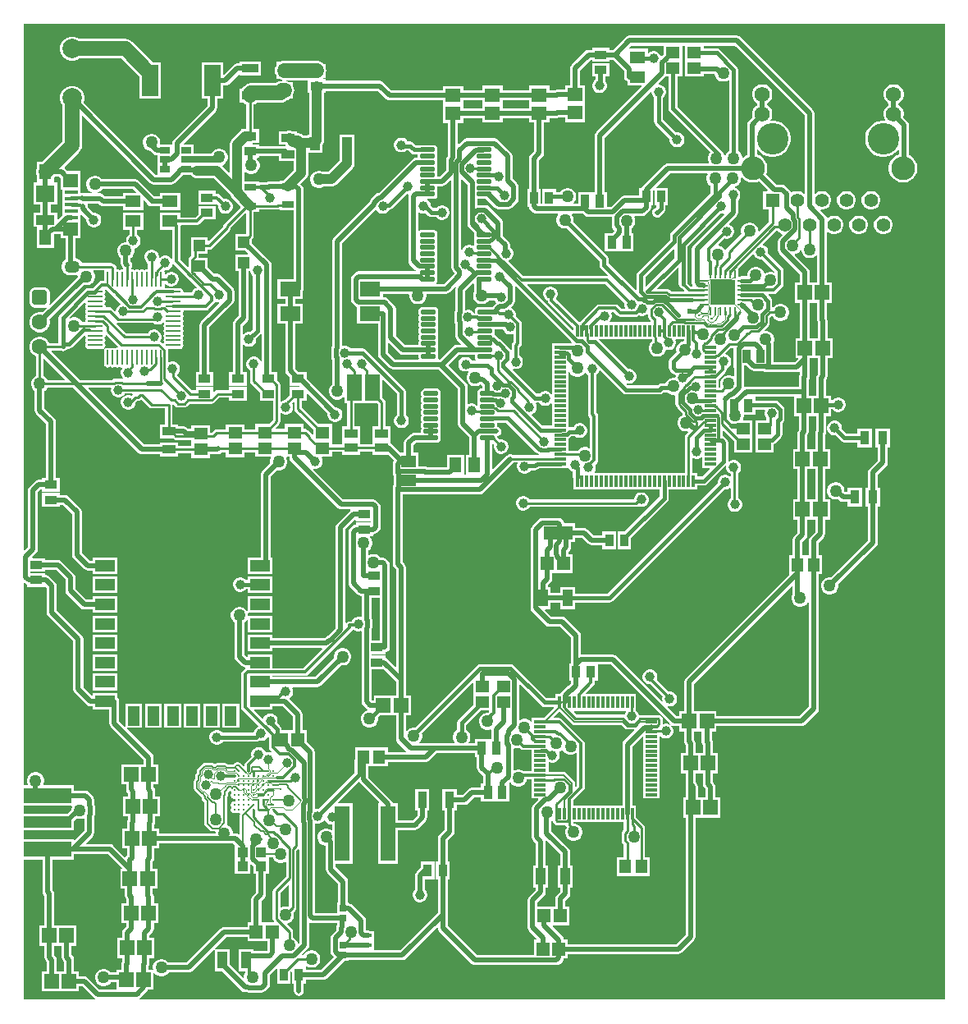
<source format=gtl>
G04*
G04 #@! TF.GenerationSoftware,Altium Limited,Altium Designer,25.8.1 (18)*
G04*
G04 Layer_Physical_Order=1*
G04 Layer_Color=255*
%FSLAX44Y44*%
%MOMM*%
G71*
G04*
G04 #@! TF.SameCoordinates,5D46F635-8B12-49F8-90BD-38314D954B60*
G04*
G04*
G04 #@! TF.FilePolarity,Positive*
G04*
G01*
G75*
%ADD11C,0.2000*%
%ADD13C,0.2540*%
%ADD16R,5.0000X1.2000*%
%ADD17R,5.0000X1.6000*%
%ADD18R,2.0000X1.2000*%
%ADD19R,1.2000X2.0000*%
%ADD20R,1.3098X0.9061*%
G04:AMPARAMS|DCode=21|XSize=1.5mm|YSize=0.45mm|CornerRadius=0.0495mm|HoleSize=0mm|Usage=FLASHONLY|Rotation=0.000|XOffset=0mm|YOffset=0mm|HoleType=Round|Shape=RoundedRectangle|*
%AMROUNDEDRECTD21*
21,1,1.5000,0.3510,0,0,0.0*
21,1,1.4010,0.4500,0,0,0.0*
1,1,0.0990,0.7005,-0.1755*
1,1,0.0990,-0.7005,-0.1755*
1,1,0.0990,-0.7005,0.1755*
1,1,0.0990,0.7005,0.1755*
%
%ADD21ROUNDEDRECTD21*%
%ADD22R,1.2000X0.3000*%
%ADD23R,0.3000X1.2000*%
G04:AMPARAMS|DCode=24|XSize=0.8611mm|YSize=0.2393mm|CornerRadius=0.1196mm|HoleSize=0mm|Usage=FLASHONLY|Rotation=0.000|XOffset=0mm|YOffset=0mm|HoleType=Round|Shape=RoundedRectangle|*
%AMROUNDEDRECTD24*
21,1,0.8611,0.0000,0,0,0.0*
21,1,0.6218,0.2393,0,0,0.0*
1,1,0.2393,0.3109,0.0000*
1,1,0.2393,-0.3109,0.0000*
1,1,0.2393,-0.3109,0.0000*
1,1,0.2393,0.3109,0.0000*
%
%ADD24ROUNDEDRECTD24*%
%ADD25R,1.3500X1.4500*%
%ADD26R,1.0000X1.8000*%
%ADD27R,1.4000X1.2000*%
%ADD28R,1.5000X1.5500*%
%ADD29R,0.9500X1.3500*%
%ADD30R,0.9061X1.3098*%
%ADD31R,1.5562X1.4546*%
%ADD32R,0.9500X1.4000*%
%ADD33R,1.2500X1.4500*%
%ADD34R,1.3061X1.5098*%
%ADD35R,0.9500X1.7000*%
%ADD36R,1.2000X1.2000*%
%ADD37R,1.3000X0.7000*%
%ADD38R,1.4500X1.3000*%
%ADD39R,1.7000X0.9500*%
%ADD40R,1.5098X1.3061*%
%ADD41R,1.3500X0.9500*%
%ADD42R,1.0000X0.7000*%
%ADD43R,1.3000X1.6500*%
%ADD44R,1.5500X1.4250*%
%ADD45R,1.3800X0.4500*%
%ADD46R,1.9000X1.8000*%
%ADD47R,1.9000X1.0000*%
%ADD48O,1.5500X0.2500*%
%ADD49O,0.2500X1.5500*%
%ADD50R,1.4000X0.9500*%
%ADD51R,0.7200X0.7200*%
%ADD52R,1.1000X1.0000*%
G04:AMPARAMS|DCode=53|XSize=0.2393mm|YSize=0.8611mm|CornerRadius=0.1196mm|HoleSize=0mm|Usage=FLASHONLY|Rotation=0.000|XOffset=0mm|YOffset=0mm|HoleType=Round|Shape=RoundedRectangle|*
%AMROUNDEDRECTD53*
21,1,0.2393,0.6218,0,0,0.0*
21,1,0.0000,0.8611,0,0,0.0*
1,1,0.2393,0.0000,-0.3109*
1,1,0.2393,0.0000,-0.3109*
1,1,0.2393,0.0000,0.3109*
1,1,0.2393,0.0000,0.3109*
%
%ADD53ROUNDEDRECTD53*%
%ADD54R,0.8611X0.2393*%
%ADD55R,2.1590X1.5240*%
%ADD56R,1.7200X3.2000*%
%ADD57R,1.3500X0.8500*%
%ADD58R,1.0000X1.4000*%
%ADD59R,1.5500X1.2500*%
%ADD60R,1.5000X2.7000*%
%ADD61R,1.5562X1.2552*%
%ADD62R,0.6600X0.4100*%
%ADD63R,1.6000X5.7000*%
%ADD69R,2.6000X2.6000*%
%ADD78C,1.5700*%
%ADD79C,2.4500*%
%ADD82C,1.4000*%
%ADD83R,1.4000X1.4000*%
%ADD84C,3.2500*%
%ADD92C,0.1000*%
%ADD93C,0.1000*%
%ADD94C,0.2300*%
%ADD95C,0.5000*%
%ADD96C,0.3000*%
%ADD97C,0.4000*%
%ADD98C,0.1500*%
%ADD99C,0.0800*%
%ADD100C,0.0700*%
%ADD101C,1.0000*%
%ADD102C,1.5000*%
%ADD103C,0.7000*%
%ADD104C,2.0000*%
G04:AMPARAMS|DCode=105|XSize=1.6mm|YSize=1.6mm|CornerRadius=0.4mm|HoleSize=0mm|Usage=FLASHONLY|Rotation=270.000|XOffset=0mm|YOffset=0mm|HoleType=Round|Shape=RoundedRectangle|*
%AMROUNDEDRECTD105*
21,1,1.6000,0.8000,0,0,270.0*
21,1,0.8000,1.6000,0,0,270.0*
1,1,0.8000,-0.4000,-0.4000*
1,1,0.8000,-0.4000,0.4000*
1,1,0.8000,0.4000,0.4000*
1,1,0.8000,0.4000,-0.4000*
%
%ADD105ROUNDEDRECTD105*%
%ADD106C,1.6000*%
%ADD107C,1.0000*%
%ADD108C,1.2700*%
%ADD109C,0.3000*%
%ADD110C,0.5000*%
%ADD111C,0.6000*%
%ADD112C,0.2000*%
G36*
X665690Y979927D02*
X664085Y978322D01*
X663476Y977916D01*
X662560Y978046D01*
X662394Y978091D01*
X662346Y978270D01*
X661354Y979990D01*
X659950Y981394D01*
X658230Y982386D01*
X656313Y982900D01*
X654327D01*
X652410Y982386D01*
X650690Y981394D01*
X650131Y980834D01*
X649131Y981248D01*
Y985636D01*
X630341D01*
X629958Y986560D01*
X632162Y988763D01*
X665690D01*
Y979927D01*
D02*
G37*
G36*
X624781Y962704D02*
Y956310D01*
X625172Y954343D01*
X626286Y952676D01*
X627953Y951562D01*
X628489Y951456D01*
Y947494D01*
X642502D01*
X642885Y946570D01*
X595806Y899492D01*
X594692Y897824D01*
X594301Y895858D01*
Y837330D01*
X592150D01*
Y837330D01*
X591730D01*
Y837330D01*
X577150D01*
Y825559D01*
X572845D01*
X572431Y826559D01*
X573534Y827661D01*
X574704Y829689D01*
X575310Y831950D01*
Y834290D01*
X574704Y836551D01*
X573534Y838579D01*
X571879Y840234D01*
X569851Y841404D01*
X567590Y842010D01*
X565250D01*
X562989Y841404D01*
X560961Y840234D01*
X559306Y838579D01*
X558827Y837749D01*
X554440D01*
Y840939D01*
X540300D01*
Y825559D01*
X538919D01*
Y840939D01*
X536987D01*
Y870615D01*
X540844Y874472D01*
X541958Y876139D01*
X542349Y878105D01*
Y909299D01*
X547531D01*
Y913973D01*
X555244D01*
X557093Y914341D01*
X563719D01*
Y909667D01*
X584361D01*
Y928182D01*
Y947809D01*
X579179D01*
Y963072D01*
X590279Y974172D01*
X591621D01*
Y972240D01*
X609799D01*
Y974172D01*
X613313D01*
X624781Y962704D01*
D02*
G37*
G36*
X298251Y940209D02*
X299735D01*
Y897270D01*
X298540D01*
Y896379D01*
X293998Y895761D01*
X292686Y897074D01*
X291019Y898187D01*
X289052Y898579D01*
X287420D01*
Y900230D01*
X282440D01*
X281098Y900786D01*
X279129Y901045D01*
X277161Y900786D01*
X275819Y900230D01*
X268840D01*
Y886650D01*
X275093D01*
X275635Y885966D01*
X275186Y885108D01*
X247849D01*
Y887040D01*
X241336D01*
X241138Y888039D01*
X241172Y888054D01*
X242059Y888420D01*
X247849D01*
Y902561D01*
X242645D01*
Y927972D01*
X243823Y928460D01*
X245639Y929853D01*
X269760D01*
X269761Y929853D01*
X269761Y929853D01*
X271185Y930041D01*
X272381Y930198D01*
X272382Y930199D01*
X272382Y930199D01*
X273636Y930718D01*
X274823Y931210D01*
X274824Y931210D01*
X274824Y931210D01*
X275833Y931984D01*
X276506Y932501D01*
X276941Y932558D01*
X279383Y933570D01*
X279683Y933800D01*
X282860D01*
Y936977D01*
X283090Y937277D01*
X284102Y939719D01*
X284447Y942340D01*
X284102Y944961D01*
X283090Y947403D01*
X282860Y947703D01*
Y950880D01*
X279683D01*
X279383Y951110D01*
X276941Y952122D01*
X276242Y952214D01*
X276308Y953214D01*
X298251D01*
Y940209D01*
D02*
G37*
G36*
X526889Y927815D02*
Y924251D01*
X499271D01*
Y927815D01*
Y932489D01*
X526889D01*
Y927815D01*
D02*
G37*
G36*
X478629D02*
Y924251D01*
X468744D01*
X466895Y923883D01*
X458631D01*
Y927447D01*
Y932121D01*
X468376D01*
X470225Y932489D01*
X478629D01*
Y927815D01*
D02*
G37*
G36*
X526889Y909299D02*
X532071D01*
Y880234D01*
X528215Y876378D01*
X527101Y874710D01*
X526710Y872744D01*
Y840939D01*
X524778D01*
Y822761D01*
X526749D01*
X527101Y820993D01*
X528215Y819326D01*
X530755Y816786D01*
X532422Y815672D01*
X534389Y815281D01*
X556334D01*
X556670Y814281D01*
X555596Y812421D01*
X554990Y810160D01*
Y807820D01*
X555596Y805559D01*
X556766Y803531D01*
X558421Y801876D01*
X560449Y800706D01*
X562710Y800100D01*
X565050D01*
X565976Y800348D01*
X599440Y766884D01*
Y762424D01*
X599439Y762424D01*
X599792Y760652D01*
X600795Y759150D01*
X608116Y751830D01*
X607623Y750909D01*
X606883Y751056D01*
X520651D01*
X505243Y766464D01*
X505502Y767430D01*
X505618Y767461D01*
X507337Y768454D01*
X508741Y769858D01*
X509734Y771577D01*
X510248Y773495D01*
Y775480D01*
X509734Y777398D01*
X508741Y779117D01*
X507337Y780521D01*
X506890Y780780D01*
Y783379D01*
X506499Y785345D01*
X505385Y787012D01*
X499989Y792408D01*
Y805658D01*
X499598Y807624D01*
X498484Y809291D01*
X484882Y822894D01*
X483214Y824008D01*
X481248Y824399D01*
X473792D01*
X473261Y824835D01*
Y830921D01*
X482182D01*
X491375Y821729D01*
X493042Y820614D01*
X495008Y820223D01*
X505406D01*
X507372Y820614D01*
X509039Y821729D01*
X514311Y827001D01*
X515425Y828668D01*
X515817Y830634D01*
Y843334D01*
X515425Y845301D01*
X514311Y846968D01*
X509439Y851841D01*
Y874785D01*
X509048Y876752D01*
X507934Y878419D01*
X494735Y891618D01*
X493068Y892732D01*
X491101Y893123D01*
X462280D01*
X460313Y892732D01*
X458646Y891618D01*
X454373Y887344D01*
X453449Y887727D01*
Y908931D01*
X458631D01*
Y913606D01*
X468376D01*
X470225Y913973D01*
X478629D01*
Y909299D01*
X499271D01*
Y913973D01*
X526889D01*
Y909299D01*
D02*
G37*
G36*
X670601Y923700D02*
X670601Y923700D01*
X670953Y921928D01*
X671957Y920427D01*
X713706Y878678D01*
X712976Y877949D01*
X711806Y875921D01*
X711200Y873660D01*
Y871320D01*
X711806Y869059D01*
X712224Y868335D01*
X711724Y867469D01*
X669798D01*
X667831Y867078D01*
X666164Y865964D01*
X643785Y843584D01*
X642866Y842209D01*
X640348D01*
Y834195D01*
X625348D01*
X623382Y833804D01*
X621714Y832690D01*
X611282Y822257D01*
X606730D01*
Y837330D01*
X604579D01*
Y893729D01*
X651936Y941087D01*
X652860Y940704D01*
Y940077D01*
X653374Y938160D01*
X654367Y936440D01*
X655770Y935036D01*
X655771Y935036D01*
Y910590D01*
X655771Y910590D01*
X656123Y908819D01*
X657127Y907317D01*
X671910Y892533D01*
X671910Y892533D01*
Y890547D01*
X672424Y888630D01*
X673417Y886910D01*
X674820Y885507D01*
X676540Y884514D01*
X678457Y884000D01*
X680443D01*
X682360Y884514D01*
X684080Y885507D01*
X685483Y886910D01*
X686476Y888630D01*
X686990Y890547D01*
Y892533D01*
X686476Y894450D01*
X685483Y896170D01*
X684080Y897573D01*
X682360Y898566D01*
X680443Y899080D01*
X678457D01*
X678457Y899080D01*
X665029Y912507D01*
Y935036D01*
X665030Y935036D01*
X666433Y936440D01*
X667426Y938160D01*
X667940Y940077D01*
Y942063D01*
X667426Y943980D01*
X666433Y945700D01*
X665030Y947104D01*
X663310Y948096D01*
X661393Y948610D01*
X660766D01*
X660383Y949534D01*
X667509Y956660D01*
X670601D01*
Y923700D01*
D02*
G37*
G36*
X687690Y972660D02*
Y956660D01*
X706770D01*
Y959426D01*
X718111D01*
X718699Y957232D01*
X719870Y955205D01*
X721525Y953550D01*
X723552Y952380D01*
X725813Y951774D01*
X728154D01*
X730415Y952380D01*
X732241Y953434D01*
X733241Y953073D01*
Y880083D01*
X732411Y879604D01*
X730756Y877949D01*
X729586Y875921D01*
X729480Y875526D01*
X728480D01*
X728374Y875921D01*
X727204Y877949D01*
X726555Y878597D01*
X725903Y879573D01*
X679859Y925617D01*
Y956660D01*
X684770D01*
Y972660D01*
Y988763D01*
X687690D01*
Y972660D01*
D02*
G37*
G36*
X810963Y916843D02*
Y836535D01*
X810039Y836152D01*
X809228Y836964D01*
X807052Y838220D01*
X804626Y838870D01*
X802114D01*
X799688Y838220D01*
X798062Y837281D01*
X796989Y837622D01*
X796914Y837716D01*
X795860Y839294D01*
X791034Y844120D01*
X789367Y845234D01*
X787400Y845625D01*
X781592D01*
X771068Y856149D01*
X771842Y858016D01*
X772410Y860873D01*
Y863787D01*
X771842Y866644D01*
X770727Y869336D01*
X769108Y871758D01*
X767048Y873818D01*
X764626Y875437D01*
X761934Y876552D01*
X761819Y876575D01*
Y881458D01*
X762776Y881749D01*
X763375Y880852D01*
X765992Y878235D01*
X769070Y876178D01*
X772489Y874762D01*
X776119Y874040D01*
X779821D01*
X783451Y874762D01*
X786870Y876178D01*
X789948Y878235D01*
X792565Y880852D01*
X794622Y883929D01*
X796038Y887349D01*
X796760Y890979D01*
Y894680D01*
X796038Y898311D01*
X794622Y901730D01*
X792565Y904808D01*
X789948Y907425D01*
X786870Y909481D01*
X783451Y910898D01*
X779821Y911620D01*
X776606D01*
X776011Y912552D01*
X776008Y912584D01*
X776952Y914219D01*
X777660Y916862D01*
Y919598D01*
X776952Y922240D01*
X775584Y924609D01*
X773650Y926544D01*
X772409Y927260D01*
Y929500D01*
X773650Y930216D01*
X775584Y932150D01*
X776952Y934520D01*
X777660Y937162D01*
Y939898D01*
X776952Y942540D01*
X775584Y944910D01*
X773650Y946844D01*
X771280Y948212D01*
X768638Y948920D01*
X765902D01*
X763260Y948212D01*
X760890Y946844D01*
X758956Y944910D01*
X757588Y942540D01*
X756880Y939898D01*
Y937162D01*
X757588Y934520D01*
X758956Y932150D01*
X760890Y930216D01*
X762131Y929500D01*
Y927260D01*
X760890Y926544D01*
X758956Y924609D01*
X757588Y922240D01*
X756880Y919598D01*
Y916862D01*
X757362Y915061D01*
X753046Y910745D01*
X751932Y909078D01*
X751541Y907112D01*
Y875821D01*
X750614Y875437D01*
X748192Y873818D01*
X747661Y873287D01*
X747428Y873384D01*
X746730Y873771D01*
X746154Y875921D01*
X744984Y877949D01*
X743329Y879604D01*
X742499Y880083D01*
Y963707D01*
X742499Y963707D01*
X742147Y965479D01*
X741143Y966980D01*
X741143Y966980D01*
X723650Y984473D01*
X722149Y985477D01*
X720377Y985829D01*
X720377Y985829D01*
X706770D01*
Y988763D01*
X739044D01*
X810963Y916843D01*
D02*
G37*
G36*
X268840Y870150D02*
X283775D01*
Y860290D01*
X273415Y849930D01*
X269090D01*
Y849029D01*
X259080D01*
X257113Y848638D01*
X255798Y847759D01*
X249605D01*
X248573Y847554D01*
X247800Y848188D01*
Y848660D01*
X233316D01*
Y857959D01*
X234240Y858342D01*
X234317Y858264D01*
X236345Y857094D01*
X238606Y856488D01*
X240946D01*
X243207Y857094D01*
X245235Y858264D01*
X246890Y859919D01*
X248060Y861947D01*
X248666Y864208D01*
Y866548D01*
X248060Y868809D01*
X246890Y870837D01*
X245827Y871899D01*
X246242Y872899D01*
X247849D01*
Y874831D01*
X268840D01*
Y870150D01*
D02*
G37*
G36*
X379004Y933626D02*
X380671Y932512D01*
X382637Y932121D01*
X437989D01*
Y927447D01*
Y908931D01*
X443171D01*
Y874963D01*
X442456Y874248D01*
X441342Y872581D01*
X440951Y870614D01*
Y860108D01*
X434752Y853909D01*
X431949D01*
Y857025D01*
X431714Y858209D01*
X431506Y858520D01*
X431714Y858831D01*
X431949Y860015D01*
Y863525D01*
X431714Y864709D01*
X431506Y865020D01*
X431714Y865331D01*
X431949Y866515D01*
Y870025D01*
X431714Y871209D01*
X431506Y871520D01*
X431714Y871831D01*
X431949Y873015D01*
Y876525D01*
X431714Y877709D01*
X431506Y878020D01*
X431714Y878331D01*
X431949Y879515D01*
Y883025D01*
X431714Y884209D01*
X431043Y885213D01*
X430039Y885884D01*
X428855Y886119D01*
X414845D01*
X413736Y885899D01*
X409711D01*
X407201Y888409D01*
X405699Y889412D01*
X403928Y889764D01*
X403928Y889764D01*
X401490D01*
X400827Y890913D01*
X399423Y892317D01*
X397704Y893310D01*
X395786Y893823D01*
X393801D01*
X391883Y893310D01*
X390164Y892317D01*
X388760Y890913D01*
X387767Y889194D01*
X387253Y887276D01*
Y885291D01*
X387767Y883373D01*
X388760Y881654D01*
X390164Y880250D01*
X391883Y879257D01*
X393801Y878743D01*
X395786D01*
X397704Y879257D01*
X399423Y880250D01*
X399680Y880506D01*
X402010D01*
X404520Y877997D01*
X404520Y877997D01*
X406022Y876993D01*
X407793Y876641D01*
X407794Y876641D01*
X411655D01*
X411750Y876525D01*
Y873409D01*
X410054D01*
X408088Y873018D01*
X406420Y871904D01*
X371472Y836956D01*
X370226Y836708D01*
X368559Y835594D01*
X363286Y830322D01*
X362172Y828654D01*
X361924Y827408D01*
X325296Y790780D01*
X324182Y789112D01*
X323791Y787146D01*
Y679004D01*
X322802Y677524D01*
X322411Y675558D01*
Y668102D01*
X322802Y666136D01*
X323791Y664656D01*
Y640013D01*
X323471Y639828D01*
X321816Y638173D01*
X320646Y636145D01*
X320040Y633884D01*
Y631544D01*
X320646Y629283D01*
X321816Y627255D01*
X323471Y625600D01*
X325499Y624430D01*
X327760Y623824D01*
X330100D01*
X332361Y624430D01*
X334389Y625600D01*
X335060Y626272D01*
X336060Y625857D01*
Y620230D01*
X339015D01*
Y596450D01*
X333610D01*
Y581870D01*
X333610D01*
Y581450D01*
X333610D01*
Y577545D01*
X323480D01*
Y580620D01*
Y598700D01*
X309394D01*
X292175Y615919D01*
Y622709D01*
X297379D01*
Y629657D01*
X298303Y630039D01*
X318886Y609456D01*
X318850Y609323D01*
Y607337D01*
X319364Y605420D01*
X320356Y603700D01*
X321760Y602296D01*
X323480Y601304D01*
X325397Y600790D01*
X327383D01*
X329300Y601304D01*
X331020Y602296D01*
X332424Y603700D01*
X333416Y605420D01*
X333930Y607337D01*
Y609323D01*
X333416Y611240D01*
X332424Y612960D01*
X331020Y614364D01*
X329300Y615356D01*
X327383Y615870D01*
X327007D01*
X297379Y645498D01*
Y652371D01*
X288487D01*
X285174Y655684D01*
Y702310D01*
X293370D01*
Y722630D01*
X285174D01*
Y727710D01*
X293370D01*
Y735641D01*
X293546Y735903D01*
X293937Y737870D01*
Y840740D01*
X293546Y842707D01*
X292432Y844374D01*
X290900Y845905D01*
X296758Y851763D01*
X297966Y853338D01*
X298726Y855172D01*
X298985Y857140D01*
Y878190D01*
X313620D01*
Y886788D01*
X313926Y887187D01*
X314686Y889022D01*
X314945Y890990D01*
Y940209D01*
X316429D01*
Y942141D01*
X370490D01*
X379004Y933626D01*
D02*
G37*
G36*
X120786Y837844D02*
X120403Y836920D01*
X107820D01*
Y833269D01*
X89291D01*
X87671Y834889D01*
X86004Y836003D01*
X84037Y836394D01*
X81773D01*
X81642Y837394D01*
X82171Y837536D01*
X84199Y838706D01*
X85854Y840361D01*
X86039Y840681D01*
X117949D01*
X120786Y837844D01*
D02*
G37*
G36*
X135590Y847012D02*
X137257Y845898D01*
X139224Y845507D01*
X157480D01*
X159446Y845898D01*
X161114Y847012D01*
X168480Y854378D01*
X169349Y855680D01*
X173225D01*
X173720Y855581D01*
X177875D01*
X178772Y854412D01*
X180347Y853204D01*
X182182Y852444D01*
X184150Y852185D01*
X201050D01*
X218359Y834876D01*
X218414Y834459D01*
X219174Y832625D01*
X220009Y831536D01*
X220382Y831050D01*
X228540Y822893D01*
Y821893D01*
X212268Y805622D01*
X211426Y804362D01*
X211130Y802875D01*
Y802444D01*
X196154Y787468D01*
X195230Y787850D01*
Y790860D01*
X178150D01*
Y777965D01*
X178075Y777590D01*
Y772702D01*
X176173Y770800D01*
X175331Y769539D01*
X175035Y768053D01*
Y761228D01*
X174111Y760846D01*
X166579Y768378D01*
Y802880D01*
X167456Y803511D01*
X183452D01*
X185028Y803824D01*
X186365Y804717D01*
X191046Y809399D01*
X203399D01*
Y823540D01*
X185221D01*
Y815224D01*
X181746Y811749D01*
X166500D01*
Y816420D01*
X145920D01*
Y798840D01*
X158341D01*
Y769130D01*
X157341Y768863D01*
X157163Y769170D01*
X155760Y770574D01*
X154040Y771566D01*
X152123Y772080D01*
X150137D01*
X148220Y771566D01*
X146500Y770574D01*
X145654Y769727D01*
X145479Y769759D01*
X144700Y770187D01*
Y771883D01*
X144186Y773800D01*
X143194Y775520D01*
X141790Y776924D01*
X140070Y777916D01*
X138153Y778430D01*
X136167D01*
X134250Y777916D01*
X132530Y776924D01*
X131126Y775520D01*
X130134Y773800D01*
X129620Y771883D01*
Y769897D01*
X130134Y767980D01*
X131126Y766260D01*
X132530Y764856D01*
X133275Y764426D01*
Y758515D01*
X132502Y757880D01*
X131880Y758004D01*
X130401Y757710D01*
X129380Y757028D01*
X128359Y757710D01*
X126880Y758004D01*
X125401Y757710D01*
X124380Y757028D01*
X123359Y757710D01*
X121880Y758004D01*
X120401Y757710D01*
X119380Y757028D01*
X118359Y757710D01*
X116880Y758004D01*
X116538Y757936D01*
X115765Y758570D01*
Y759370D01*
X116628Y760662D01*
X117019Y762628D01*
X116628Y764595D01*
X115629Y766090D01*
Y769941D01*
X115949Y770126D01*
X117604Y771781D01*
X118774Y773809D01*
X119380Y776070D01*
Y778410D01*
X119210Y779046D01*
X119941Y780181D01*
X121110Y780494D01*
X122830Y781487D01*
X124234Y782890D01*
X125226Y784610D01*
X125740Y786527D01*
Y788513D01*
X125226Y790430D01*
X124234Y792150D01*
X122830Y793553D01*
X122085Y793984D01*
Y798840D01*
X128400D01*
Y816420D01*
X107820D01*
Y798840D01*
X114315D01*
Y793984D01*
X113570Y793553D01*
X112167Y792150D01*
X111174Y790430D01*
X110660Y788513D01*
Y786527D01*
X110355Y786130D01*
X109320D01*
X107059Y785524D01*
X105031Y784354D01*
X103376Y782699D01*
X102206Y780671D01*
X101600Y778410D01*
Y776070D01*
X102206Y773809D01*
X103376Y771781D01*
X105031Y770126D01*
X105351Y769941D01*
Y764018D01*
X105742Y762052D01*
X106856Y760385D01*
X107773Y759468D01*
X107745Y758698D01*
X106880Y758004D01*
X105401Y757710D01*
X104380Y757028D01*
X103359Y757710D01*
X101880Y758004D01*
X101538Y757936D01*
X100765Y758570D01*
Y759242D01*
X100469Y760729D01*
X99627Y761989D01*
X98139Y763477D01*
X96879Y764319D01*
X95392Y764615D01*
X65173D01*
X64264Y766189D01*
X62609Y767844D01*
X60581Y769014D01*
X58479Y769578D01*
Y790215D01*
X63630D01*
Y809545D01*
X63630D01*
Y814256D01*
X64554Y814639D01*
X69930Y809263D01*
Y807997D01*
X70444Y806080D01*
X71437Y804360D01*
X72840Y802956D01*
X74560Y801964D01*
X76477Y801450D01*
X78463D01*
X80380Y801964D01*
X82100Y802956D01*
X83504Y804360D01*
X84496Y806080D01*
X85010Y807997D01*
Y809983D01*
X84496Y811900D01*
X83504Y813620D01*
X82100Y815023D01*
X80380Y816016D01*
X78463Y816530D01*
X77197D01*
X71179Y822549D01*
Y822960D01*
X70788Y824927D01*
X70582Y825235D01*
X71053Y826116D01*
X81909D01*
X83529Y824496D01*
X85196Y823382D01*
X87163Y822991D01*
X107820D01*
Y819340D01*
X128400D01*
Y828923D01*
X129324Y829306D01*
X132274Y826356D01*
X132312Y826163D01*
X133426Y824496D01*
X135093Y823382D01*
X137060Y822991D01*
X145920D01*
Y819340D01*
X166500D01*
Y836920D01*
X145920D01*
Y833269D01*
X139896D01*
X123711Y849454D01*
X122044Y850568D01*
X120077Y850959D01*
X86039D01*
X85854Y851279D01*
X84199Y852934D01*
X82171Y854104D01*
X79910Y854710D01*
X77570D01*
X75309Y854104D01*
X73281Y852934D01*
X71626Y851279D01*
X70456Y849251D01*
X69850Y846990D01*
Y844650D01*
X70456Y842389D01*
X71626Y840361D01*
X73281Y838706D01*
X75309Y837536D01*
X75838Y837394D01*
X75707Y836394D01*
X67121D01*
X65663Y836684D01*
X64630Y836478D01*
X63630Y837299D01*
Y839965D01*
X63630D01*
Y859295D01*
X50317D01*
X47473Y862139D01*
X47315Y862244D01*
X47184Y863527D01*
X62311Y878654D01*
X62311Y878654D01*
X63920Y880751D01*
X64932Y883194D01*
X65277Y885815D01*
Y916020D01*
X66200Y916402D01*
X135590Y847012D01*
D02*
G37*
G36*
X728073Y814896D02*
X728098Y814654D01*
X696246Y782802D01*
X695132Y781135D01*
X694741Y779168D01*
Y744121D01*
X695132Y742154D01*
X695606Y741444D01*
X695072Y740444D01*
X693799D01*
X690429Y743815D01*
Y781673D01*
X724177Y815420D01*
X724177Y815420D01*
X726163D01*
X726991Y815642D01*
X728073Y814896D01*
D02*
G37*
G36*
X400327Y835740D02*
X401492D01*
X401682Y835578D01*
X402189Y834740D01*
X401867Y833120D01*
Y767080D01*
X402258Y765114D01*
X403372Y763446D01*
X409313Y757506D01*
X410126Y756963D01*
X409823Y755963D01*
X350520D01*
X348554Y755572D01*
X346886Y754458D01*
X344092Y751664D01*
X342978Y749996D01*
X342587Y748030D01*
Y726948D01*
X342978Y724982D01*
X344092Y723314D01*
X346886Y720520D01*
X348554Y719406D01*
X349250Y719268D01*
Y702310D01*
X370781D01*
Y670306D01*
X371172Y668339D01*
X372286Y666672D01*
X382446Y656512D01*
X384114Y655398D01*
X386080Y655007D01*
X433228D01*
X453221Y635014D01*
Y598751D01*
X453612Y596785D01*
X454726Y595118D01*
X465233Y584612D01*
Y566349D01*
X461301D01*
Y546589D01*
X460611Y546189D01*
X459920Y546589D01*
Y566349D01*
X441780D01*
Y553859D01*
X421799D01*
X420351Y554826D01*
X418384Y555218D01*
X412679D01*
Y569140D01*
X407729D01*
Y576992D01*
X410168Y579431D01*
X425450D01*
X426904Y579720D01*
X432455D01*
X433639Y579956D01*
X434643Y580627D01*
X435314Y581631D01*
X435549Y582815D01*
Y586325D01*
X435314Y587509D01*
X435106Y587820D01*
X435314Y588131D01*
X435549Y589315D01*
Y592825D01*
X435314Y594009D01*
X435106Y594320D01*
X435314Y594631D01*
X435549Y595815D01*
Y599325D01*
X435314Y600509D01*
X435106Y600820D01*
X435314Y601131D01*
X435549Y602315D01*
Y605825D01*
X435314Y607009D01*
X435106Y607320D01*
X435314Y607631D01*
X435549Y608815D01*
Y612325D01*
X435314Y613509D01*
X435106Y613820D01*
X435314Y614131D01*
X435549Y615315D01*
Y618825D01*
X435314Y620009D01*
X435106Y620320D01*
X435314Y620631D01*
X435549Y621815D01*
Y625325D01*
X435314Y626509D01*
X435106Y626820D01*
X435314Y627131D01*
X435549Y628315D01*
Y631825D01*
X435314Y633009D01*
X434643Y634013D01*
X433639Y634684D01*
X432455Y634919D01*
X418445D01*
X417261Y634684D01*
X416257Y634013D01*
X415586Y633009D01*
X415351Y631825D01*
Y628315D01*
X415586Y627131D01*
X415794Y626820D01*
X415586Y626509D01*
X415351Y625325D01*
Y621815D01*
X415586Y620631D01*
X415794Y620320D01*
X415586Y620009D01*
X415351Y618825D01*
Y615315D01*
X415586Y614131D01*
X415794Y613820D01*
X415586Y613509D01*
X415351Y612325D01*
Y608815D01*
X415586Y607631D01*
X415794Y607320D01*
X415586Y607009D01*
X415351Y605825D01*
Y602315D01*
X415586Y601131D01*
X415794Y600820D01*
X415586Y600509D01*
X415351Y599325D01*
Y595815D01*
X415586Y594631D01*
X415794Y594320D01*
X415586Y594009D01*
X415351Y592825D01*
Y589709D01*
X408040D01*
X406073Y589317D01*
X404406Y588203D01*
X398956Y582754D01*
X397842Y581087D01*
X397451Y579120D01*
Y569140D01*
X393795D01*
X385142Y577794D01*
X383940Y578596D01*
Y581450D01*
X383940D01*
Y581870D01*
X383940D01*
Y596450D01*
X378535D01*
Y620720D01*
X378239Y622207D01*
X377397Y623467D01*
X375140Y625724D01*
Y643758D01*
X376064Y644140D01*
X390341Y629863D01*
Y608014D01*
X390340Y608013D01*
X388937Y606610D01*
X387944Y604890D01*
X387430Y602973D01*
Y600987D01*
X387944Y599070D01*
X388937Y597350D01*
X390340Y595947D01*
X392060Y594954D01*
X393977Y594440D01*
X395963D01*
X397880Y594954D01*
X399600Y595947D01*
X401003Y597350D01*
X401996Y599070D01*
X402510Y600987D01*
Y602973D01*
X401996Y604890D01*
X401003Y606610D01*
X399600Y608013D01*
X399599Y608014D01*
Y631781D01*
X399599Y631781D01*
X399247Y633552D01*
X398243Y635054D01*
X398243Y635054D01*
X358194Y675103D01*
X356692Y676107D01*
X354921Y676459D01*
X354921Y676459D01*
X342584D01*
X342584Y676460D01*
X341180Y677863D01*
X339460Y678856D01*
X337543Y679370D01*
X335557D01*
X334862Y679184D01*
X334069Y679792D01*
Y785017D01*
X368389Y819338D01*
X369380Y819207D01*
X369887Y818330D01*
X371290Y816926D01*
X373010Y815934D01*
X374927Y815420D01*
X376913D01*
X378830Y815934D01*
X380550Y816926D01*
X381954Y818330D01*
X382677Y819584D01*
X383919Y819831D01*
X385421Y820835D01*
X400327Y835740D01*
X400327Y835740D01*
D02*
G37*
G36*
X711173Y856325D02*
X710536Y855221D01*
X709930Y852960D01*
Y850620D01*
X710536Y848359D01*
X711706Y846331D01*
X713361Y844676D01*
X714191Y844197D01*
Y836912D01*
X673527Y796248D01*
X672523Y794746D01*
X672171Y792975D01*
X672171Y792975D01*
Y788523D01*
X638657Y755009D01*
X637653Y753507D01*
X637301Y751736D01*
X637301Y751736D01*
Y737044D01*
X636377Y736661D01*
X608697Y764341D01*
Y768802D01*
X608345Y770573D01*
X607342Y772075D01*
X607341Y772075D01*
X572522Y806894D01*
X572770Y807820D01*
Y810160D01*
X572164Y812421D01*
X571090Y814281D01*
X571426Y815281D01*
X582311D01*
X584108Y813484D01*
X585775Y812370D01*
X587742Y811979D01*
X611891D01*
Y803433D01*
X612282Y801466D01*
X613396Y799799D01*
X615029Y798167D01*
X612283Y795420D01*
X604970D01*
Y776840D01*
X618970D01*
X619550Y776840D01*
Y776840D01*
X619970D01*
Y776840D01*
X634550D01*
Y795420D01*
X632459D01*
Y800387D01*
X632839Y800606D01*
X634494Y802261D01*
X635664Y804289D01*
X636270Y806550D01*
Y808890D01*
X635664Y811151D01*
X635137Y812065D01*
X635637Y812931D01*
X643504D01*
X645470Y813322D01*
X647137Y814436D01*
X651052Y818351D01*
X652166Y820018D01*
X652557Y821985D01*
Y824031D01*
X654489D01*
Y839361D01*
X654870Y839651D01*
X655870Y839155D01*
Y824031D01*
X658311D01*
Y822337D01*
X657267Y821294D01*
X656275Y820883D01*
X654857Y819465D01*
X654090Y817613D01*
Y815608D01*
X654857Y813755D01*
X656275Y812337D01*
X658128Y811570D01*
X660133D01*
X661985Y812337D01*
X663403Y813755D01*
X663814Y814747D01*
X666213Y817147D01*
X667217Y818649D01*
X667569Y820420D01*
X667569Y820420D01*
Y824031D01*
X670010D01*
Y842209D01*
X658251D01*
X657868Y843133D01*
X671926Y857191D01*
X710673D01*
X711173Y856325D01*
D02*
G37*
G36*
X43050Y852028D02*
Y839965D01*
X44750D01*
Y832965D01*
Y826465D01*
Y819965D01*
Y813732D01*
X40554Y809536D01*
X39630Y809919D01*
Y816795D01*
X32729D01*
Y824715D01*
X39630D01*
Y847795D01*
X36630D01*
Y852974D01*
X37022Y853366D01*
X41711D01*
X43050Y852028D01*
D02*
G37*
G36*
X446451Y849767D02*
Y759962D01*
X446842Y757996D01*
X447956Y756329D01*
X449775Y754510D01*
Y753969D01*
X438815Y743009D01*
X431064D01*
X430761Y744009D01*
X431043Y744197D01*
X431714Y745201D01*
X431949Y746385D01*
Y749895D01*
X431714Y751079D01*
X431506Y751390D01*
X431714Y751701D01*
X431949Y752885D01*
Y756395D01*
X431714Y757579D01*
X431506Y757890D01*
X431714Y758201D01*
X431949Y759385D01*
Y762895D01*
X431714Y764079D01*
X431506Y764390D01*
X431714Y764701D01*
X431949Y765885D01*
Y769395D01*
X431714Y770579D01*
X431506Y770890D01*
X431714Y771201D01*
X431949Y772385D01*
Y775895D01*
X431714Y777079D01*
X431506Y777390D01*
X431714Y777701D01*
X431949Y778885D01*
Y782395D01*
X431714Y783579D01*
X431506Y783890D01*
X431714Y784201D01*
X431949Y785385D01*
Y788895D01*
X431714Y790079D01*
X431506Y790390D01*
X431714Y790701D01*
X431949Y791885D01*
Y795395D01*
X431714Y796579D01*
X431043Y797583D01*
X430039Y798254D01*
X428855Y798489D01*
X414845D01*
X413661Y798254D01*
X413145Y797909D01*
X412145Y798444D01*
Y816675D01*
X413069Y817058D01*
X413200Y816926D01*
X414920Y815934D01*
X416837Y815420D01*
X418823D01*
X420104Y815763D01*
X422530Y813337D01*
X422530Y813337D01*
X424032Y812333D01*
X425804Y811981D01*
X430846D01*
X430846Y811980D01*
X432250Y810576D01*
X433970Y809584D01*
X435887Y809070D01*
X437873D01*
X439790Y809584D01*
X441510Y810576D01*
X442914Y811980D01*
X443906Y813700D01*
X444420Y815617D01*
Y817603D01*
X443906Y819520D01*
X442914Y821240D01*
X441510Y822644D01*
X439790Y823636D01*
X437873Y824150D01*
X435887D01*
X433970Y823636D01*
X432250Y822644D01*
X430846Y821240D01*
X430846Y821239D01*
X427721D01*
X425370Y823590D01*
Y823953D01*
X424856Y825870D01*
X423863Y827590D01*
X422460Y828994D01*
X421355Y829632D01*
X421623Y830631D01*
X421850D01*
X423304Y830921D01*
X428855D01*
X430039Y831156D01*
X431043Y831827D01*
X431714Y832831D01*
X431949Y834015D01*
Y837525D01*
X431714Y838709D01*
X431506Y839020D01*
X431714Y839331D01*
X431949Y840515D01*
Y843631D01*
X436880D01*
X438847Y844022D01*
X440514Y845136D01*
X445527Y850150D01*
X446451Y849767D01*
D02*
G37*
G36*
X748192Y850842D02*
X750614Y849223D01*
X753306Y848108D01*
X756163Y847540D01*
X759077D01*
X761934Y848108D01*
X763801Y848882D01*
X772889Y839794D01*
X772506Y838870D01*
X768430D01*
Y819790D01*
X774085D01*
Y806916D01*
X764270Y797101D01*
X763270Y797515D01*
Y798730D01*
X762664Y800991D01*
X761494Y803019D01*
X759839Y804674D01*
X757811Y805844D01*
X755550Y806450D01*
X753210D01*
X750949Y805844D01*
X748921Y804674D01*
X747266Y803019D01*
X746096Y800991D01*
X745490Y798730D01*
Y796390D01*
X745960Y794634D01*
X730273Y778947D01*
X729980Y778509D01*
X728803Y778547D01*
X728474Y779119D01*
X726819Y780774D01*
X724791Y781944D01*
X722530Y782550D01*
X722372D01*
X721989Y783474D01*
X728472Y789956D01*
X729632Y789645D01*
X731617D01*
X733535Y790159D01*
X735254Y791152D01*
X736658Y792556D01*
X737651Y794275D01*
X738165Y796193D01*
Y798178D01*
X737651Y800096D01*
X736658Y801815D01*
X735254Y803219D01*
X733579Y804186D01*
X733423Y804299D01*
X733181Y805203D01*
X740824Y812846D01*
X741938Y814513D01*
X742329Y816480D01*
Y829456D01*
X743224Y830351D01*
X744217Y832070D01*
X744731Y833988D01*
Y835974D01*
X744217Y837891D01*
X743224Y839611D01*
X741821Y841014D01*
X740101Y842007D01*
X739201Y842248D01*
Y843283D01*
X740031Y843506D01*
X742059Y844676D01*
X743714Y846331D01*
X744884Y848359D01*
X745490Y850620D01*
Y852130D01*
X746490Y852544D01*
X748192Y850842D01*
D02*
G37*
G36*
X956251Y5139D02*
X124517D01*
X124213Y6139D01*
X125554Y7034D01*
X132614Y14095D01*
X133346Y15190D01*
X139020D01*
Y32696D01*
X140020Y32964D01*
X140206Y32641D01*
X141861Y30986D01*
X143889Y29816D01*
X146150Y29210D01*
X148490D01*
X150751Y29816D01*
X152779Y30986D01*
X154434Y32641D01*
X154619Y32961D01*
X175260D01*
X177227Y33352D01*
X178894Y34466D01*
X201210Y56783D01*
X202210Y56368D01*
Y34180D01*
X210023D01*
X229906Y14297D01*
X231573Y13183D01*
X233540Y12792D01*
X235302D01*
X237013Y12451D01*
X250731D01*
X252697Y12842D01*
X254364Y13956D01*
X257634Y17226D01*
X258748Y18893D01*
X259139Y20859D01*
Y30638D01*
X265484Y36983D01*
X266408Y36600D01*
Y21471D01*
X280548D01*
Y33763D01*
X280930Y34054D01*
X281930Y33558D01*
Y21471D01*
X283862D01*
Y14224D01*
X284253Y12257D01*
X285367Y10590D01*
X287034Y9476D01*
X289000Y9085D01*
X290967Y9476D01*
X292634Y10590D01*
X293748Y12257D01*
X294139Y14224D01*
Y21471D01*
X296070D01*
Y25341D01*
X314160D01*
X316127Y25732D01*
X317794Y26846D01*
X335847Y44900D01*
X340860D01*
Y45901D01*
X395718D01*
X397684Y46292D01*
X399351Y47406D01*
X431528Y79582D01*
X432452Y79200D01*
Y79046D01*
X432843Y77079D01*
X433957Y75412D01*
X467282Y42086D01*
X468950Y40972D01*
X470916Y40581D01*
X554990D01*
X556956Y40972D01*
X558624Y42086D01*
X561164Y44626D01*
X562278Y46294D01*
X562490Y47360D01*
X566820D01*
Y52011D01*
X680720D01*
X682686Y52402D01*
X684354Y53516D01*
X696834Y65996D01*
X697948Y67663D01*
X698339Y69630D01*
Y192910D01*
X723780D01*
Y213490D01*
X718879D01*
Y224790D01*
X718488Y226756D01*
X717374Y228424D01*
X716339Y229459D01*
Y238630D01*
X721240D01*
Y259210D01*
X716339D01*
Y269748D01*
X715948Y271714D01*
X715179Y272865D01*
Y281810D01*
X720080D01*
Y286961D01*
X807720D01*
X809687Y287352D01*
X811354Y288466D01*
X824054Y301166D01*
X825168Y302833D01*
X825559Y304800D01*
Y443600D01*
X829210D01*
Y463180D01*
X825559D01*
Y476408D01*
X830624Y481472D01*
X831738Y483139D01*
X832129Y485106D01*
Y500250D01*
X837030D01*
Y520830D01*
X832129D01*
Y552320D01*
X837030D01*
Y572900D01*
X832129D01*
Y587378D01*
X832788Y588363D01*
X833179Y590330D01*
Y606930D01*
X838080D01*
Y613861D01*
X839786D01*
X839787Y613860D01*
X841190Y612457D01*
X842910Y611464D01*
X844827Y610950D01*
X846813D01*
X848730Y611464D01*
X850450Y612457D01*
X851853Y613860D01*
X852846Y615580D01*
X853360Y617497D01*
Y619483D01*
X852846Y621400D01*
X851853Y623120D01*
X850450Y624524D01*
X848730Y625516D01*
X846813Y626030D01*
X844827D01*
X842910Y625516D01*
X841190Y624524D01*
X839787Y623120D01*
X839786Y623119D01*
X838080D01*
Y627510D01*
X833179D01*
Y644055D01*
X834277Y645699D01*
X834669Y647666D01*
Y666620D01*
X839570D01*
Y687200D01*
X834669D01*
Y705358D01*
X834449Y706464D01*
Y723770D01*
X839350D01*
Y744350D01*
X834449D01*
Y796153D01*
X835373Y796536D01*
X835612Y796296D01*
X837788Y795040D01*
X840214Y794390D01*
X842726D01*
X845152Y795040D01*
X847328Y796296D01*
X849104Y798072D01*
X850360Y800247D01*
X851010Y802674D01*
Y805186D01*
X850360Y807612D01*
X849104Y809788D01*
X847328Y811564D01*
X845152Y812820D01*
X842726Y813470D01*
X840214D01*
X837788Y812820D01*
X835612Y811564D01*
X835091Y811043D01*
X834134Y811333D01*
X834058Y811719D01*
X832944Y813386D01*
X827539Y818790D01*
X827954Y819790D01*
X830026D01*
X832452Y820440D01*
X834628Y821696D01*
X836404Y823472D01*
X837660Y825648D01*
X838310Y828074D01*
Y830586D01*
X837660Y833012D01*
X836404Y835188D01*
X834628Y836964D01*
X832452Y838220D01*
X830026Y838870D01*
X827514D01*
X825088Y838220D01*
X822912Y836964D01*
X822165Y836216D01*
X821241Y836599D01*
Y918972D01*
X820850Y920938D01*
X819736Y922606D01*
X744806Y997536D01*
X743139Y998650D01*
X741172Y999041D01*
X630033D01*
X628067Y998650D01*
X626400Y997536D01*
X613313Y984449D01*
X609799D01*
Y986381D01*
X591621D01*
Y984449D01*
X588151D01*
X586184Y984058D01*
X584517Y982944D01*
X570406Y968834D01*
X569292Y967167D01*
X568901Y965200D01*
Y947809D01*
X563719D01*
Y943134D01*
X555612D01*
X553763Y942766D01*
X547531D01*
Y947441D01*
X526889D01*
Y942766D01*
X499271D01*
Y947441D01*
X478629D01*
Y942766D01*
X468744D01*
X466895Y942399D01*
X458631D01*
Y947073D01*
X437989D01*
Y942399D01*
X384766D01*
X376252Y950913D01*
X374585Y952027D01*
X372618Y952418D01*
X316429D01*
Y954350D01*
X315048D01*
X314582Y955350D01*
X314902Y955730D01*
X316429D01*
Y958508D01*
X317120Y960175D01*
X317467Y962796D01*
X317123Y965417D01*
X316429Y967094D01*
Y969871D01*
X314571D01*
X314504Y969958D01*
X313965Y970497D01*
X313963Y970499D01*
X313962Y970501D01*
X312910Y971308D01*
X311868Y972108D01*
X311866Y972109D01*
X311864Y972110D01*
X310649Y972613D01*
X309427Y973120D01*
X309424Y973121D01*
X309422Y973122D01*
X308131Y973292D01*
X306806Y973467D01*
X306803Y973466D01*
X306801Y973467D01*
X274320D01*
X271699Y973122D01*
X269257Y972110D01*
X268957Y971880D01*
X265780D01*
Y968703D01*
X265550Y968403D01*
X264538Y965961D01*
X264193Y963340D01*
X264538Y960719D01*
X265550Y958277D01*
X265780Y957977D01*
Y954800D01*
X268957D01*
X269257Y954570D01*
X271699Y953559D01*
X272127Y952494D01*
X272119Y952467D01*
X270695Y952279D01*
X269499Y952122D01*
X269498Y952121D01*
X269498Y952121D01*
X268287Y951620D01*
X267057Y951110D01*
X267056Y951110D01*
X267056Y951109D01*
X266757Y950880D01*
X265780D01*
Y950130D01*
X265749Y950107D01*
X239763D01*
X239763Y950107D01*
X239763Y950107D01*
X239760D01*
X238480Y949938D01*
X237142Y949762D01*
X237141Y949762D01*
X237139Y949761D01*
X235902Y949249D01*
X234699Y948751D01*
X234698Y948750D01*
X234697Y948750D01*
X233625Y947927D01*
X232602Y947142D01*
X232600Y947141D01*
X232600Y947140D01*
X232600Y947140D01*
X231601Y946143D01*
X231600Y946142D01*
X231599Y946141D01*
X230778Y945071D01*
X230356Y944520D01*
X227720D01*
Y929940D01*
X231768D01*
X233697Y928460D01*
X234875Y927972D01*
Y902626D01*
X233540D01*
X233043Y902561D01*
X229671D01*
Y901556D01*
X228163Y900399D01*
X220333Y892570D01*
X219125Y890995D01*
X218365Y889160D01*
X218106Y887192D01*
Y857946D01*
X217182Y857563D01*
X210276Y864469D01*
X210248Y864736D01*
X210495Y865664D01*
X212196Y866646D01*
X213852Y868301D01*
X215022Y870329D01*
X215628Y872590D01*
Y874930D01*
X215022Y877191D01*
X213852Y879219D01*
X212196Y880874D01*
X210169Y882044D01*
X207908Y882650D01*
X205567D01*
X203306Y882044D01*
X201279Y880874D01*
X199624Y879219D01*
X198561Y877378D01*
X180260D01*
Y886760D01*
X170418D01*
X170035Y887684D01*
X203324Y920973D01*
X204438Y922640D01*
X204829Y924606D01*
Y933960D01*
X210830D01*
Y947361D01*
X212852D01*
X214818Y947752D01*
X216486Y948866D01*
X226720Y959101D01*
X227720Y958687D01*
Y957940D01*
X249800D01*
Y972520D01*
X227720D01*
Y970369D01*
X225582D01*
X223615Y969977D01*
X221948Y968864D01*
X211754Y958669D01*
X210830Y959052D01*
Y971040D01*
X188550D01*
Y933960D01*
X194552D01*
Y926735D01*
X159942Y892126D01*
X158828Y890459D01*
X158437Y888492D01*
Y887691D01*
X158270Y886760D01*
X146585D01*
X145976Y887553D01*
X146050Y887830D01*
Y890170D01*
X145444Y892431D01*
X144274Y894459D01*
X142619Y896114D01*
X140591Y897284D01*
X138330Y897890D01*
X135990D01*
X133729Y897284D01*
X131701Y896114D01*
X130046Y894459D01*
X128876Y892431D01*
X128270Y890170D01*
Y887830D01*
X128876Y885569D01*
X130046Y883541D01*
X131701Y881886D01*
X133729Y880716D01*
X135434Y880259D01*
X138606Y877086D01*
X140274Y875973D01*
X142240Y875581D01*
X143190D01*
Y865180D01*
Y855785D01*
X141353D01*
X66925Y930213D01*
X67690Y933069D01*
Y936371D01*
X66835Y939560D01*
X65184Y942420D01*
X62850Y944754D01*
X59990Y946405D01*
X56801Y947260D01*
X53499D01*
X50310Y946405D01*
X47450Y944754D01*
X45115Y942420D01*
X43465Y939560D01*
X42610Y936371D01*
Y933069D01*
X43465Y929880D01*
X45023Y927180D01*
Y890009D01*
X24309Y869295D01*
X18550D01*
Y862313D01*
X18058Y861126D01*
X17713Y858505D01*
X18058Y855884D01*
X18550Y854697D01*
Y847795D01*
X15550D01*
Y824715D01*
X22451D01*
Y816795D01*
X15550D01*
Y801715D01*
X18550D01*
Y780215D01*
X36630D01*
Y794528D01*
X36844Y794741D01*
X43050D01*
Y790215D01*
X48201D01*
Y768028D01*
X47881Y767844D01*
X46226Y766189D01*
X45056Y764161D01*
X44450Y761900D01*
Y759560D01*
X45056Y757299D01*
X46226Y755271D01*
X47881Y753616D01*
X49909Y752446D01*
X52170Y751840D01*
X54510D01*
X55245Y752037D01*
X55980Y751840D01*
X58320D01*
X60078Y752311D01*
X60526Y752021D01*
X60954Y751578D01*
X60960Y751564D01*
Y750217D01*
X32357Y721614D01*
X31509Y722181D01*
X31962Y723273D01*
X32186Y724980D01*
Y732980D01*
X31962Y734687D01*
X31303Y736278D01*
X30254Y737644D01*
X28888Y738693D01*
X27297Y739352D01*
X25590Y739576D01*
X17590D01*
X15883Y739352D01*
X14292Y738693D01*
X12926Y737644D01*
X11877Y736278D01*
X11218Y734687D01*
X10994Y732980D01*
Y724980D01*
X11218Y723273D01*
X11877Y721682D01*
X12926Y720316D01*
X14292Y719267D01*
X15883Y718608D01*
X17590Y718384D01*
X25590D01*
X27297Y718608D01*
X28389Y719061D01*
X28956Y718213D01*
X24464Y713722D01*
X22978Y714120D01*
X20202D01*
X17522Y713402D01*
X15118Y712014D01*
X13156Y710052D01*
X11768Y707648D01*
X11050Y704968D01*
Y702192D01*
X11768Y699512D01*
X13156Y697108D01*
X15118Y695146D01*
X17522Y693758D01*
X20202Y693040D01*
X22978D01*
X25658Y693758D01*
X28062Y695146D01*
X30024Y697108D01*
X31412Y699512D01*
X32130Y702192D01*
Y704968D01*
X31732Y706454D01*
X67321Y742044D01*
X68680Y741680D01*
X71020D01*
X73281Y742286D01*
X75309Y743456D01*
X76964Y745111D01*
X78134Y747139D01*
X78740Y749400D01*
Y751740D01*
X78134Y754001D01*
X77070Y755845D01*
X77417Y756845D01*
X88069D01*
X88540Y755963D01*
X88310Y755619D01*
X88016Y754140D01*
Y746339D01*
X85630D01*
X84054Y746025D01*
X82717Y745133D01*
X76354Y738769D01*
X71577D01*
X71577Y738769D01*
X69806Y738417D01*
X68304Y737413D01*
X68304Y737413D01*
X42447Y711556D01*
X41443Y710054D01*
X41091Y708283D01*
X41091Y708283D01*
Y682065D01*
X31461D01*
X31412Y682248D01*
X30024Y684652D01*
X28062Y686614D01*
X25658Y688002D01*
X22978Y688720D01*
X20202D01*
X17522Y688002D01*
X15118Y686614D01*
X13156Y684652D01*
X11768Y682248D01*
X11050Y679568D01*
Y676792D01*
X11768Y674112D01*
X13156Y671708D01*
X15118Y669746D01*
X17522Y668358D01*
X17705Y668309D01*
Y648102D01*
X16131Y647194D01*
X14476Y645539D01*
X13306Y643511D01*
X12700Y641250D01*
Y638910D01*
X13306Y636649D01*
X14476Y634621D01*
X16131Y632966D01*
X16451Y632781D01*
Y612648D01*
X16842Y610681D01*
X17956Y609014D01*
X27881Y599090D01*
Y543010D01*
X23931D01*
Y541079D01*
X20320D01*
X18354Y540688D01*
X16686Y539574D01*
X10844Y533732D01*
X9730Y532065D01*
X9339Y530098D01*
Y471521D01*
X6063Y468244D01*
X5139Y468627D01*
Y1010861D01*
X956251D01*
Y5139D01*
D02*
G37*
G36*
X462983Y845442D02*
Y804672D01*
X463374Y802706D01*
X464488Y801038D01*
X469587Y795939D01*
Y793640D01*
X469751Y792818D01*
Y791885D01*
X469986Y790701D01*
X470194Y790390D01*
X469986Y790079D01*
X469751Y788895D01*
Y785385D01*
X469986Y784201D01*
X470194Y783890D01*
X469986Y783579D01*
X469856Y782924D01*
X468875Y782403D01*
X468755Y782405D01*
X467730Y782996D01*
X465813Y783510D01*
X463827D01*
X461910Y782996D01*
X460190Y782003D01*
X458787Y780600D01*
X457794Y778880D01*
X457729Y778637D01*
X456729Y778769D01*
Y850389D01*
X457653Y850772D01*
X462983Y845442D01*
D02*
G37*
G36*
X758639Y773600D02*
X758784Y773060D01*
X759777Y771340D01*
X761180Y769937D01*
X762900Y768944D01*
X764817Y768430D01*
X766803D01*
X767372Y768583D01*
X780240Y755715D01*
X779626Y754915D01*
X779401Y755044D01*
X777140Y755650D01*
X774800D01*
X772539Y755044D01*
X770511Y753874D01*
X770442Y753805D01*
X769327Y754104D01*
X769014Y755271D01*
X767844Y757299D01*
X766189Y758954D01*
X764161Y760124D01*
X761900Y760730D01*
X759560D01*
X757299Y760124D01*
X755271Y758954D01*
X753616Y757299D01*
X752446Y755271D01*
X751840Y753010D01*
Y751209D01*
X745715D01*
X745715Y751209D01*
X743944Y750856D01*
X743749Y750727D01*
X742749Y751261D01*
Y756424D01*
X742459Y757882D01*
X742154Y758339D01*
X757673Y773859D01*
X758639Y773600D01*
D02*
G37*
G36*
X807720Y777938D02*
Y777340D01*
X808326Y775079D01*
X809496Y773051D01*
X811151Y771396D01*
X813179Y770226D01*
X815440Y769620D01*
X817780D01*
X820041Y770226D01*
X822069Y771396D01*
X823171Y772499D01*
X824171Y772085D01*
Y744350D01*
X816449D01*
Y755203D01*
X816058Y757169D01*
X814944Y758837D01*
X800983Y772797D01*
X801242Y773763D01*
X802261Y774036D01*
X804289Y775206D01*
X805944Y776861D01*
X806720Y778206D01*
X807720Y777938D01*
D02*
G37*
G36*
X172234Y751072D02*
X172737Y750320D01*
X175690Y747367D01*
X176442Y746864D01*
X183578Y739729D01*
X183319Y738763D01*
X182510Y738546D01*
X180790Y737553D01*
X179387Y736150D01*
X178394Y734430D01*
X178315Y734135D01*
X170614D01*
X169994Y734890D01*
X169700Y736369D01*
X168862Y737623D01*
X167609Y738460D01*
X166130Y738754D01*
X160911D01*
X159630Y739009D01*
X151126D01*
X150519Y740009D01*
X150744Y741140D01*
Y742688D01*
X151744Y743102D01*
X152850Y741997D01*
X154570Y741004D01*
X156487Y740490D01*
X158473D01*
X160390Y741004D01*
X162110Y741997D01*
X163514Y743400D01*
X164506Y745120D01*
X165020Y747037D01*
Y749023D01*
X164506Y750940D01*
X163514Y752660D01*
X162110Y754063D01*
X160390Y755056D01*
X158473Y755570D01*
X156487D01*
X154570Y755056D01*
X152850Y754063D01*
X151744Y752958D01*
X150744Y753372D01*
Y754140D01*
X150450Y755619D01*
X150195Y756000D01*
X150730Y757000D01*
X152123D01*
X154040Y757514D01*
X155760Y758506D01*
X157163Y759910D01*
X158156Y761630D01*
X158617Y763351D01*
X159165Y763592D01*
X159670Y763637D01*
X172234Y751072D01*
D02*
G37*
G36*
X676671Y778624D02*
Y769577D01*
X647483Y740389D01*
X646559Y740772D01*
Y749818D01*
X675747Y779007D01*
X676671Y778624D01*
D02*
G37*
G36*
X681171Y759678D02*
Y742950D01*
X681523Y741179D01*
X682527Y739677D01*
X684029Y738673D01*
X684721Y738536D01*
X686888Y736369D01*
X686505Y735445D01*
X673506D01*
X673304Y735647D01*
X672044Y736489D01*
X671883Y736521D01*
X671700Y736704D01*
X670440Y737546D01*
X668953Y737841D01*
X659334D01*
X658952Y738765D01*
X680247Y760061D01*
X681171Y759678D01*
D02*
G37*
G36*
X450958Y739202D02*
X450681Y737813D01*
Y715670D01*
X449802Y714354D01*
X449411Y712388D01*
Y704932D01*
X449802Y702966D01*
X450681Y701650D01*
Y689270D01*
X451072Y687303D01*
X452186Y685636D01*
X456570Y681253D01*
X456188Y680329D01*
X451866D01*
X449899Y679938D01*
X448232Y678823D01*
X434694Y665285D01*
X433574D01*
X432880Y666285D01*
X433009Y666935D01*
Y670445D01*
X432774Y671629D01*
X432566Y671940D01*
X432774Y672251D01*
X433009Y673435D01*
Y676945D01*
X432774Y678129D01*
X432566Y678440D01*
X432774Y678751D01*
X433009Y679935D01*
Y683445D01*
X432774Y684629D01*
X432566Y684940D01*
X432774Y685251D01*
X433009Y686435D01*
Y689945D01*
X432774Y691129D01*
X432566Y691440D01*
X432774Y691751D01*
X433009Y692935D01*
Y696445D01*
X432774Y697629D01*
X432566Y697940D01*
X432774Y698251D01*
X433009Y699435D01*
Y702945D01*
X432774Y704129D01*
X432566Y704440D01*
X432774Y704751D01*
X433009Y705935D01*
Y709445D01*
X432774Y710629D01*
X432566Y710940D01*
X432774Y711251D01*
X433009Y712435D01*
Y715945D01*
X432774Y717129D01*
X432103Y718133D01*
X431099Y718804D01*
X429915Y719040D01*
X415905D01*
X414721Y718804D01*
X413717Y718133D01*
X413046Y717129D01*
X412811Y715945D01*
Y712435D01*
X413046Y711251D01*
X413254Y710940D01*
X413046Y710629D01*
X412811Y709445D01*
Y705935D01*
X413046Y704751D01*
X413254Y704440D01*
X413046Y704129D01*
X412811Y702945D01*
Y699435D01*
X413046Y698251D01*
X413254Y697940D01*
X413046Y697629D01*
X412811Y696445D01*
Y692935D01*
X413046Y691751D01*
X413254Y691440D01*
X413046Y691129D01*
X412811Y689945D01*
Y686435D01*
X413046Y685251D01*
X413254Y684940D01*
X413046Y684629D01*
X412811Y683445D01*
Y680329D01*
X398368D01*
X389187Y689510D01*
Y717550D01*
X388796Y719517D01*
X387682Y721184D01*
X381078Y727788D01*
X379411Y728902D01*
X377444Y729293D01*
X375920D01*
Y732731D01*
X402677D01*
X403098Y732182D01*
Y729842D01*
X403704Y727581D01*
X404874Y725553D01*
X406529Y723898D01*
X408557Y722728D01*
X410818Y722122D01*
X413158D01*
X415419Y722728D01*
X417447Y723898D01*
X419102Y725553D01*
X420272Y727581D01*
X420878Y729842D01*
Y732182D01*
X421299Y732731D01*
X440944D01*
X442910Y733122D01*
X444578Y734236D01*
X450036Y739695D01*
X450958Y739202D01*
D02*
G37*
G36*
X625073Y722922D02*
X624920Y722353D01*
Y720367D01*
X625434Y718450D01*
X625494Y718345D01*
X624994Y717479D01*
X622021D01*
X618727Y720773D01*
X617391Y721666D01*
X615815Y721979D01*
X598871D01*
X597295Y721666D01*
X595959Y720773D01*
X579268Y704082D01*
X579007Y703691D01*
X577962Y703624D01*
X554099Y727487D01*
Y727585D01*
X554674Y728160D01*
X555666Y729880D01*
X556180Y731797D01*
Y733783D01*
X555666Y735700D01*
X554674Y737420D01*
X553270Y738823D01*
X551550Y739816D01*
X549633Y740330D01*
X547647D01*
X545730Y739816D01*
X544010Y738823D01*
X542607Y737420D01*
X541614Y735700D01*
X541100Y733783D01*
Y731797D01*
X541614Y729880D01*
X542607Y728160D01*
X544010Y726757D01*
X545730Y725764D01*
X545871Y725726D01*
X546174Y724205D01*
X547067Y722868D01*
X572181Y697754D01*
Y696004D01*
X571181Y695590D01*
X524878Y741894D01*
X525260Y742818D01*
X605177D01*
X625073Y722922D01*
D02*
G37*
G36*
X95317Y731977D02*
X96654Y731085D01*
X96807Y731054D01*
X105353Y722508D01*
X105094Y721542D01*
X104978Y721511D01*
X103258Y720518D01*
X101854Y719114D01*
X100862Y717395D01*
X100400Y715669D01*
X99452Y715202D01*
X97017Y717637D01*
X95757Y718479D01*
X94271Y718775D01*
X90061D01*
X89426Y719548D01*
X89494Y719890D01*
X89200Y721369D01*
X88518Y722390D01*
X89200Y723411D01*
X89494Y724890D01*
X89200Y726369D01*
X88518Y727390D01*
X89200Y728411D01*
X89494Y729890D01*
X89200Y731369D01*
X88518Y732390D01*
X89200Y733411D01*
X89494Y734890D01*
X89200Y736369D01*
X89728Y737379D01*
X89880Y737415D01*
X95317Y731977D01*
D02*
G37*
G36*
X469587Y743006D02*
Y734612D01*
X469490Y734443D01*
X468884Y732182D01*
Y729842D01*
X469490Y727581D01*
X470660Y725553D01*
X472315Y723898D01*
X474343Y722728D01*
X476604Y722122D01*
X478944D01*
X481205Y722728D01*
X483233Y723898D01*
X484888Y725553D01*
X485073Y725873D01*
X490927D01*
X491806Y724350D01*
X492685Y723472D01*
X489126Y719914D01*
X488736Y719329D01*
X480910D01*
X479456Y719040D01*
X473905D01*
X472721Y718804D01*
X471717Y718133D01*
X471046Y717129D01*
X470810Y715945D01*
Y712779D01*
X469878D01*
X469584Y713290D01*
X468180Y714694D01*
X466460Y715686D01*
X464543Y716200D01*
X462557D01*
X461752Y715984D01*
X460959Y716593D01*
Y735684D01*
X468663Y743389D01*
X469587Y743006D01*
D02*
G37*
G36*
X784812Y796296D02*
X786988Y795040D01*
X787842Y794811D01*
X788101Y793845D01*
X784846Y790591D01*
X783732Y788924D01*
X783341Y786957D01*
Y778033D01*
X783732Y776066D01*
X784846Y774399D01*
X806171Y753074D01*
Y744350D01*
X801270D01*
Y723770D01*
X806171D01*
Y705578D01*
X806391Y704472D01*
Y687200D01*
X801490D01*
Y666620D01*
X804096D01*
X804479Y665696D01*
X801020Y662237D01*
X778699D01*
Y681046D01*
X778625Y681417D01*
X779174Y682369D01*
X779780Y684630D01*
Y686970D01*
X779174Y689231D01*
X778004Y691259D01*
X776349Y692914D01*
X774321Y694084D01*
X772060Y694690D01*
X769978D01*
X769454Y695580D01*
X773870Y699995D01*
X774712Y701256D01*
X775007Y702742D01*
Y708342D01*
X776521Y709855D01*
X778108D01*
X779016Y708281D01*
X780671Y706626D01*
X782699Y705456D01*
X784960Y704850D01*
X787300D01*
X789561Y705456D01*
X791589Y706626D01*
X793244Y708281D01*
X794414Y710309D01*
X795020Y712570D01*
Y714910D01*
X794414Y717171D01*
X793244Y719199D01*
X791589Y720854D01*
X789561Y722024D01*
X787300Y722630D01*
X784960D01*
X782699Y722024D01*
X780671Y720854D01*
X779016Y719199D01*
X778749Y718736D01*
X777749Y719004D01*
Y725440D01*
X777749Y725440D01*
X777397Y727211D01*
X776393Y728713D01*
X776393Y728713D01*
X773589Y731517D01*
X773972Y732441D01*
X778993D01*
X780569Y732754D01*
X781905Y733647D01*
X788233Y739974D01*
X789126Y741311D01*
X789439Y742887D01*
Y756460D01*
X789126Y758036D01*
X788233Y759373D01*
X773197Y774408D01*
X773350Y774977D01*
Y776963D01*
X772836Y778880D01*
X771843Y780600D01*
X770440Y782003D01*
X768720Y782996D01*
X768180Y783141D01*
X767921Y784107D01*
X781813Y797999D01*
X783109D01*
X784812Y796296D01*
D02*
G37*
G36*
X68991Y723760D02*
X69060Y723411D01*
X69742Y722390D01*
X69060Y721369D01*
X68766Y719890D01*
X69060Y718411D01*
X69742Y717390D01*
X69060Y716369D01*
X68766Y714890D01*
X69060Y713411D01*
X69742Y712390D01*
X69060Y711369D01*
X68766Y709890D01*
X69060Y708411D01*
X69742Y707390D01*
X69060Y706369D01*
X68766Y704890D01*
X68834Y704548D01*
X68200Y703774D01*
X65103D01*
X64264Y705229D01*
X62609Y706884D01*
X60581Y708054D01*
X58320Y708660D01*
X55980D01*
X53719Y708054D01*
X53087Y707690D01*
X52473Y708490D01*
X68034Y724050D01*
X68991Y723760D01*
D02*
G37*
G36*
X617402Y710447D02*
X618738Y709554D01*
X620315Y709241D01*
X637258D01*
X638834Y709554D01*
X640171Y710447D01*
X640266Y710542D01*
X640383Y710475D01*
X642300Y709961D01*
X644286D01*
X646204Y710475D01*
X647923Y711468D01*
X648169Y711714D01*
X649093Y711331D01*
Y710189D01*
X649389Y708702D01*
X650231Y707442D01*
X652415Y705258D01*
Y703500D01*
X610238D01*
X609823Y704500D01*
X610554Y705230D01*
X611546Y706950D01*
X612060Y708867D01*
Y710853D01*
X611546Y712770D01*
X611486Y712875D01*
X611986Y713741D01*
X614108D01*
X617402Y710447D01*
D02*
G37*
G36*
X149562Y702897D02*
X149999Y702026D01*
X149560Y701369D01*
X149266Y699890D01*
X149560Y698411D01*
X150242Y697390D01*
X149560Y696369D01*
X149266Y694890D01*
X149560Y693411D01*
X150242Y692390D01*
X149560Y691369D01*
X149266Y689890D01*
X149560Y688411D01*
X150242Y687390D01*
X149560Y686369D01*
X149266Y684890D01*
X149560Y683411D01*
X150004Y682747D01*
X149563Y681870D01*
X148580Y681705D01*
X146968Y683317D01*
X145913Y684022D01*
X146726Y685430D01*
X147240Y687347D01*
Y689333D01*
X146726Y691250D01*
X145733Y692970D01*
X144330Y694373D01*
X142610Y695366D01*
X140693Y695880D01*
X138707D01*
X136790Y695366D01*
X135070Y694373D01*
X133666Y692970D01*
X133236Y692225D01*
X110829D01*
X100945Y702109D01*
X101437Y703030D01*
X102446Y702830D01*
X138677D01*
X138880Y702626D01*
X140600Y701634D01*
X142517Y701120D01*
X144503D01*
X146420Y701634D01*
X148140Y702626D01*
X148575Y703062D01*
X149562Y702897D01*
D02*
G37*
G36*
X238840Y755927D02*
X239354Y754010D01*
X240347Y752290D01*
X241750Y750887D01*
X241751Y750886D01*
Y696607D01*
X238483Y693340D01*
X238483Y693340D01*
X236497D01*
X234580Y692826D01*
X232860Y691833D01*
X232199Y691172D01*
X231199Y691586D01*
Y699673D01*
X236044Y704518D01*
X237158Y706186D01*
X237549Y708152D01*
Y756590D01*
X238840D01*
Y755927D01*
D02*
G37*
G36*
X824171Y705578D02*
X824391Y704472D01*
Y687200D01*
X816669D01*
Y705358D01*
X816449Y706464D01*
Y723770D01*
X824171D01*
Y705578D01*
D02*
G37*
G36*
X102170Y678466D02*
X102007Y677925D01*
X101745Y677477D01*
X100401Y677210D01*
X99380Y676528D01*
X98359Y677210D01*
X96880Y677504D01*
X95401Y677210D01*
X94380Y676528D01*
X93359Y677210D01*
X91880Y677504D01*
X90401Y677210D01*
X89148Y676373D01*
X88310Y675119D01*
X88016Y673640D01*
Y660640D01*
X88310Y659161D01*
X89148Y657908D01*
X90401Y657070D01*
X91880Y656776D01*
X93359Y657070D01*
X94380Y657753D01*
X95401Y657070D01*
X96880Y656776D01*
X98359Y657070D01*
X99380Y657752D01*
X100401Y657070D01*
X101880Y656776D01*
X103359Y657070D01*
X104380Y657753D01*
X105401Y657070D01*
X106328Y656886D01*
X106482Y656714D01*
X106812Y655820D01*
X106004Y654420D01*
X105490Y652503D01*
Y650517D01*
X106004Y648600D01*
X106996Y646880D01*
X107881Y645995D01*
X107324Y645139D01*
X106088Y645385D01*
X99652D01*
X98165Y645089D01*
X96905Y644247D01*
X96622Y643965D01*
X63073D01*
X33666Y673371D01*
X34049Y674295D01*
X43362D01*
X43949Y673903D01*
X45720Y673551D01*
X47491Y673903D01*
X48993Y674907D01*
X49784Y676091D01*
X52070D01*
X52070Y676091D01*
X53841Y676443D01*
X55343Y677447D01*
X67818Y689921D01*
X67876Y689919D01*
X68838Y689527D01*
X69060Y688411D01*
X69742Y687390D01*
X69060Y686369D01*
X68766Y684890D01*
X69060Y683411D01*
X69742Y682390D01*
X69060Y681369D01*
X68766Y679890D01*
X69060Y678411D01*
X69898Y677158D01*
X71151Y676320D01*
X72630Y676026D01*
X85630D01*
X87109Y676320D01*
X88363Y677158D01*
X89200Y678411D01*
X89494Y679890D01*
X89200Y681369D01*
X88518Y682390D01*
X89200Y683411D01*
X89494Y684890D01*
X89200Y686369D01*
X88518Y687390D01*
X89200Y688411D01*
X89467Y689755D01*
X89915Y690017D01*
X90456Y690180D01*
X102170Y678466D01*
D02*
G37*
G36*
X500084Y695590D02*
X501077Y693870D01*
X502480Y692467D01*
X504200Y691474D01*
X506117Y690960D01*
X508103D01*
X510020Y691474D01*
X510125Y691534D01*
X510991Y691034D01*
Y683484D01*
X509902Y682395D01*
X509009Y681059D01*
X508696Y679483D01*
Y675455D01*
X507696Y675152D01*
X507073Y676084D01*
X507073Y676084D01*
X498319Y684838D01*
X496817Y685842D01*
X496171Y685970D01*
X492429Y689713D01*
X491036Y690643D01*
X490737Y691696D01*
X490774Y691751D01*
X491009Y692935D01*
Y696051D01*
X499960D01*
X500084Y695590D01*
D02*
G37*
G36*
X686671Y684213D02*
X686389D01*
X684128Y683607D01*
X682100Y682437D01*
X680445Y680781D01*
X679275Y678754D01*
X678669Y676493D01*
Y674153D01*
X678917Y673227D01*
X672367Y666677D01*
X671363Y665175D01*
X671011Y663404D01*
X671011Y663404D01*
Y656393D01*
X671011Y656393D01*
X671363Y654622D01*
X672367Y653120D01*
X674710Y650777D01*
X674710Y650777D01*
X676212Y649773D01*
X677557Y649506D01*
X677680Y649428D01*
X678180Y648695D01*
X678255Y648421D01*
X677934Y647223D01*
X677599Y646800D01*
X677094Y646413D01*
X676960Y646449D01*
X674619D01*
X672358Y645843D01*
X670331Y644672D01*
X668676Y643017D01*
X667505Y640990D01*
X667389Y640557D01*
X663439D01*
X663439Y640557D01*
X661668Y640204D01*
X660166Y639201D01*
X659522Y638557D01*
X628215D01*
X627178Y639594D01*
X627695Y640490D01*
X628927Y640160D01*
X630913D01*
X632830Y640674D01*
X634550Y641666D01*
X635953Y643070D01*
X636946Y644790D01*
X637460Y646707D01*
Y648693D01*
X636946Y650610D01*
X635953Y652330D01*
X634550Y653734D01*
X632830Y654726D01*
X630913Y655240D01*
X628927D01*
X628927Y655240D01*
X598670Y685496D01*
X599053Y686420D01*
X653316D01*
X653772Y684082D01*
X653671Y684024D01*
X652016Y682369D01*
X650846Y680341D01*
X650240Y678080D01*
Y675740D01*
X650846Y673479D01*
X652016Y671451D01*
X653671Y669796D01*
X655699Y668626D01*
X657960Y668020D01*
X660300D01*
X662561Y668626D01*
X664589Y669796D01*
X666244Y671451D01*
X667414Y673479D01*
X667930Y675402D01*
X669727Y674920D01*
X671712D01*
X673630Y675434D01*
X675349Y676427D01*
X676753Y677831D01*
X677746Y679550D01*
X678260Y681468D01*
Y683453D01*
X677746Y685371D01*
X677640Y685554D01*
X678140Y686420D01*
X686671D01*
Y684213D01*
D02*
G37*
G36*
X392606Y671556D02*
X394273Y670442D01*
X396240Y670051D01*
X412811D01*
Y666935D01*
X412940Y666285D01*
X412246Y665285D01*
X388209D01*
X381059Y672434D01*
Y681797D01*
X381983Y682180D01*
X392606Y671556D01*
D02*
G37*
G36*
X470810Y666935D02*
X471046Y665751D01*
X471576Y664957D01*
X471324Y664215D01*
X471133Y663957D01*
X467714D01*
X467165Y664908D01*
X465762Y666311D01*
X464042Y667304D01*
X462125Y667818D01*
X460139D01*
X458222Y667304D01*
X456502Y666311D01*
X455098Y664908D01*
X454106Y663188D01*
X453592Y661271D01*
Y659285D01*
X454106Y657368D01*
X455098Y655648D01*
X456502Y654245D01*
X458222Y653252D01*
X460139Y652738D01*
X462125D01*
X464042Y653252D01*
X464569Y652401D01*
X464056Y651889D01*
X462886Y649861D01*
X462280Y647600D01*
Y645260D01*
X462886Y642999D01*
X464056Y640971D01*
X465711Y639316D01*
X467739Y638146D01*
X470000Y637540D01*
X472340D01*
X474601Y638146D01*
X476629Y639316D01*
X476907Y639595D01*
X478311Y638191D01*
Y634919D01*
X476445D01*
X475261Y634684D01*
X474257Y634013D01*
X473586Y633009D01*
X473350Y631825D01*
Y628315D01*
X473586Y627131D01*
X473794Y626820D01*
X473586Y626509D01*
X473350Y625325D01*
Y621815D01*
X473586Y620631D01*
X473794Y620320D01*
X473586Y620009D01*
X473350Y618825D01*
Y618119D01*
X472426Y617737D01*
X471990Y618173D01*
X470270Y619166D01*
X468353Y619680D01*
X466367D01*
X464499Y619179D01*
X464309Y619149D01*
X463499Y619617D01*
Y637142D01*
X463108Y639109D01*
X461994Y640776D01*
X443356Y659413D01*
X453994Y670051D01*
X470810D01*
Y666935D01*
D02*
G37*
G36*
X570589Y683089D02*
X570175Y682089D01*
X558800D01*
X557029Y681737D01*
X556674Y681500D01*
X550260D01*
Y673420D01*
Y668420D01*
Y658420D01*
Y648420D01*
Y638420D01*
Y630217D01*
X549260Y629803D01*
X548190Y630873D01*
X546470Y631866D01*
X544553Y632380D01*
X542567D01*
X540650Y631866D01*
X538930Y630873D01*
X538129Y630072D01*
X534613D01*
X510011Y654673D01*
X510529Y655570D01*
X511822Y655223D01*
X513808D01*
X515725Y655737D01*
X517445Y656730D01*
X518848Y658134D01*
X519841Y659853D01*
X520355Y661771D01*
Y663756D01*
X519841Y665674D01*
X518848Y667393D01*
X517445Y668797D01*
X516934Y669092D01*
Y677776D01*
X518023Y678865D01*
X518916Y680201D01*
X519229Y681778D01*
Y701814D01*
X518916Y703390D01*
X518023Y704726D01*
X512903Y709846D01*
X513000Y710207D01*
Y712193D01*
X512486Y714110D01*
X511493Y715830D01*
X510090Y717234D01*
X508450Y718180D01*
X508274Y718409D01*
X508061Y719206D01*
X510474Y721618D01*
X511588Y723286D01*
X511979Y725252D01*
Y740285D01*
X512159Y740460D01*
X512849Y740829D01*
X570589Y683089D01*
D02*
G37*
G36*
X737921Y676447D02*
Y656919D01*
X738001Y656516D01*
Y648337D01*
X737135Y647837D01*
X736221Y648364D01*
X733960Y648970D01*
X731620D01*
X729359Y648364D01*
X727331Y647194D01*
X725676Y645539D01*
X724506Y643511D01*
X723900Y641250D01*
Y638910D01*
X724316Y637357D01*
X723651Y636575D01*
X722340D01*
Y644846D01*
X729283Y651790D01*
X730176Y653126D01*
X730490Y654702D01*
Y655879D01*
X730620Y655914D01*
X732340Y656907D01*
X733744Y658310D01*
X734736Y660030D01*
X735250Y661947D01*
Y663933D01*
X734736Y665850D01*
X733744Y667570D01*
X732340Y668973D01*
X730620Y669966D01*
X729744Y670201D01*
X729445Y671316D01*
X735106Y676977D01*
X737486D01*
X737921Y676447D01*
D02*
G37*
G36*
X47614Y644889D02*
X47231Y643965D01*
X29613D01*
X28704Y645539D01*
X27049Y647194D01*
X25475Y648102D01*
Y665722D01*
X26399Y666104D01*
X47614Y644889D01*
D02*
G37*
G36*
X234875Y815827D02*
Y794670D01*
X223870D01*
Y777590D01*
X233683D01*
X236679Y774594D01*
X236296Y773670D01*
X223870D01*
Y756590D01*
X227271D01*
Y710281D01*
X222426Y705436D01*
X221312Y703768D01*
X220921Y701802D01*
Y652371D01*
X216971D01*
Y638230D01*
X235149D01*
Y652371D01*
X231199D01*
Y680014D01*
X232199Y680428D01*
X232860Y679766D01*
X234580Y678774D01*
X236497Y678260D01*
X238483D01*
X240400Y678774D01*
X242120Y679766D01*
X243524Y681170D01*
X244516Y682890D01*
X245030Y684807D01*
Y686793D01*
X245030Y686793D01*
X249639Y691403D01*
X249888Y691398D01*
X250639Y691170D01*
Y663281D01*
X249639Y663149D01*
X249596Y663310D01*
X248603Y665030D01*
X247200Y666433D01*
X245480Y667426D01*
X243563Y667940D01*
X241577D01*
X239660Y667426D01*
X237940Y666433D01*
X236537Y665030D01*
X235544Y663310D01*
X235030Y661393D01*
Y659407D01*
X235544Y657490D01*
X236537Y655770D01*
X237940Y654367D01*
X238685Y653936D01*
Y643000D01*
X238981Y641514D01*
X239823Y640254D01*
X248721Y631356D01*
Y622709D01*
X262244D01*
Y602648D01*
X258296Y598700D01*
X244210D01*
Y593165D01*
X233310D01*
Y598320D01*
X213730D01*
Y593165D01*
X204388D01*
X202902Y592869D01*
X201641Y592027D01*
X199554Y589940D01*
X197750D01*
Y597430D01*
X178170D01*
Y593529D01*
X174829D01*
X173814Y594544D01*
X172146Y595658D01*
X170180Y596049D01*
X164480D01*
Y598200D01*
X158825D01*
Y618299D01*
X159283Y618610D01*
X159794Y618744D01*
X161675Y616863D01*
X162935Y616021D01*
X164422Y615725D01*
X170858D01*
X172345Y616021D01*
X173605Y616863D01*
X176196Y619454D01*
X199052D01*
X200539Y619749D01*
X201799Y620591D01*
X207102Y625895D01*
X216971D01*
Y622709D01*
X235149D01*
Y636850D01*
X216971D01*
Y633664D01*
X205493D01*
X204007Y633368D01*
X202746Y632526D01*
X201783Y631563D01*
X200859Y631945D01*
Y636709D01*
X182681D01*
Y633523D01*
X178421D01*
X163525Y648419D01*
Y649732D01*
X164783Y650990D01*
X165776Y652710D01*
X166290Y654627D01*
Y656613D01*
X165776Y658530D01*
X164783Y660250D01*
X163380Y661654D01*
X161660Y662646D01*
X159743Y663160D01*
X157757D01*
X155840Y662646D01*
X154805Y662049D01*
X153805Y662626D01*
Y674871D01*
X153729Y675253D01*
X154363Y676026D01*
X166130D01*
X167609Y676320D01*
X168862Y677158D01*
X169700Y678411D01*
X169994Y679890D01*
X169700Y681369D01*
X169018Y682390D01*
X169700Y683411D01*
X169994Y684890D01*
X169700Y686369D01*
X169018Y687390D01*
X169700Y688411D01*
X169994Y689890D01*
X169700Y691369D01*
X169018Y692390D01*
X169700Y693411D01*
X169994Y694890D01*
X169700Y696369D01*
X169018Y697390D01*
X169700Y698411D01*
X169994Y699890D01*
X169700Y701369D01*
X169018Y702390D01*
X169700Y703411D01*
X169994Y704890D01*
X169700Y706369D01*
X169018Y707390D01*
X169700Y708411D01*
X169994Y709890D01*
X169700Y711369D01*
X169018Y712390D01*
X169700Y713411D01*
X169994Y714890D01*
X169973Y714998D01*
X170607Y715771D01*
X192840D01*
X194416Y716084D01*
X195753Y716977D01*
X201923Y723147D01*
X202816Y724484D01*
X203545Y724814D01*
X204100Y724494D01*
X206017Y723980D01*
X206644D01*
X207027Y723056D01*
X188136Y704166D01*
X187022Y702498D01*
X186631Y700532D01*
Y652230D01*
X182681D01*
Y638090D01*
X200859D01*
Y652230D01*
X196909D01*
Y698403D01*
X221187Y722681D01*
X222300Y724348D01*
X222692Y726315D01*
Y735621D01*
X222300Y737587D01*
X221187Y739254D01*
X208524Y751916D01*
X206857Y753030D01*
X204891Y753421D01*
X201856D01*
X195230Y760047D01*
Y769860D01*
X186388D01*
X185753Y770633D01*
X185845Y771093D01*
Y773780D01*
X195230D01*
Y778435D01*
X196500D01*
X197987Y778731D01*
X199247Y779573D01*
X217762Y798088D01*
X218604Y799349D01*
X218900Y800835D01*
Y801266D01*
X233875Y816241D01*
X234875Y815827D01*
D02*
G37*
G36*
X754926Y654636D02*
X756593Y653522D01*
X758560Y653131D01*
X768668D01*
X769836Y652350D01*
X771803Y651959D01*
X803148D01*
X805115Y652350D01*
X805509Y652614D01*
X806391Y652143D01*
Y649787D01*
X805293Y648142D01*
X804901Y646176D01*
Y637345D01*
X751096D01*
X749279Y636983D01*
X748279Y637413D01*
Y656839D01*
X748198Y657242D01*
Y658730D01*
X750833D01*
X754926Y654636D01*
D02*
G37*
G36*
X95512Y635402D02*
X95330Y634723D01*
Y632737D01*
X95844Y630820D01*
X96837Y629100D01*
X98240Y627696D01*
X99960Y626704D01*
X101877Y626190D01*
X103863D01*
X105780Y626704D01*
X107500Y627696D01*
X108904Y629100D01*
X109334Y629845D01*
X117061D01*
X117369Y628895D01*
X117370Y628845D01*
X116347Y627822D01*
X115940Y628056D01*
X114023Y628570D01*
X112037D01*
X110120Y628056D01*
X108400Y627063D01*
X106996Y625660D01*
X106004Y623940D01*
X105490Y622023D01*
Y620037D01*
X106004Y618120D01*
X106996Y616400D01*
X108400Y614996D01*
X110120Y614004D01*
X112037Y613490D01*
X114023D01*
X115940Y614004D01*
X117660Y614996D01*
X119064Y616400D01*
X120056Y618120D01*
X120570Y620037D01*
Y621058D01*
X121738Y622225D01*
X123190D01*
X124677Y622521D01*
X125937Y623363D01*
X126365Y623791D01*
X134413Y615743D01*
X135673Y614901D01*
X137160Y614605D01*
X151055D01*
Y598200D01*
X145400D01*
Y583620D01*
X158986D01*
X159298Y583308D01*
X160558Y582466D01*
X162045Y582171D01*
X178170D01*
Y576295D01*
X164480D01*
Y579700D01*
X145400D01*
Y577549D01*
X129489D01*
X71766Y635271D01*
X72148Y636195D01*
X94903D01*
X95512Y635402D01*
D02*
G37*
G36*
X824391Y649787D02*
X823292Y648142D01*
X822901Y646176D01*
Y627510D01*
X815179D01*
Y632206D01*
Y644055D01*
X816278Y645699D01*
X816669Y647666D01*
Y665480D01*
Y666620D01*
X824391D01*
Y649787D01*
D02*
G37*
G36*
X268930Y819472D02*
X269090Y819286D01*
Y818850D01*
X283659D01*
Y748030D01*
X266700D01*
Y727710D01*
X274896D01*
Y722630D01*
X266700D01*
Y702310D01*
X274896D01*
Y653556D01*
X275287Y651589D01*
X276401Y649922D01*
X279201Y647122D01*
Y638230D01*
X289719D01*
X290009Y637850D01*
X289513Y636850D01*
X279201D01*
Y628203D01*
X274448Y623450D01*
X272680Y622976D01*
X271014Y622014D01*
X270485Y622148D01*
X270014Y622343D01*
Y639000D01*
X269718Y640487D01*
X268876Y641747D01*
X266899Y643724D01*
Y652371D01*
X260917D01*
Y762762D01*
X260526Y764728D01*
X259412Y766396D01*
X240950Y784857D01*
Y789176D01*
X241507Y789733D01*
X242349Y790993D01*
X242645Y792480D01*
Y817097D01*
X243274Y817580D01*
X247800D01*
Y819735D01*
X266918D01*
X268090Y819968D01*
X268930Y819472D01*
D02*
G37*
G36*
X284405Y621113D02*
Y614310D01*
X284701Y612824D01*
X285543Y611563D01*
X303900Y593206D01*
Y588121D01*
X303105Y587808D01*
X302900Y587794D01*
X298287Y592407D01*
X297027Y593249D01*
X295540Y593545D01*
X294270D01*
Y598700D01*
X274690D01*
Y593545D01*
X265435D01*
X265052Y594468D01*
X268876Y598292D01*
X269718Y599552D01*
X270014Y601039D01*
Y609557D01*
X270485Y609752D01*
X271014Y609886D01*
X272680Y608924D01*
X274597Y608410D01*
X276583D01*
X278500Y608924D01*
X280220Y609916D01*
X281623Y611320D01*
X282616Y613040D01*
X283130Y614957D01*
Y616943D01*
X282616Y618860D01*
X281968Y619983D01*
X283481Y621496D01*
X284405Y621113D01*
D02*
G37*
G36*
X537527Y620210D02*
X538930Y618806D01*
X540650Y617814D01*
X542567Y617300D01*
X544553D01*
X546470Y617814D01*
X548190Y618806D01*
X549260Y619877D01*
X550260Y619463D01*
Y608420D01*
Y597089D01*
X540437D01*
X529596Y607930D01*
X529842Y608848D01*
X529996Y608944D01*
X531680Y609916D01*
X533083Y611320D01*
X534076Y613040D01*
X534590Y614957D01*
Y616943D01*
X534076Y618860D01*
X533525Y619814D01*
X534103Y620814D01*
X537178D01*
X537527Y620210D01*
D02*
G37*
G36*
X569363Y650845D02*
X571019Y649190D01*
X573046Y648019D01*
X575307Y647414D01*
X577648D01*
X579909Y648019D01*
X581936Y649190D01*
X583591Y650845D01*
X584067Y651669D01*
X585221Y651669D01*
X585787Y650690D01*
X587190Y649286D01*
X587701Y648992D01*
Y608819D01*
X588014Y607243D01*
X588907Y605906D01*
X589711Y605103D01*
Y574321D01*
X588845Y573821D01*
X587911Y574360D01*
X585650Y574966D01*
X583309D01*
X581048Y574360D01*
X579021Y573189D01*
X577366Y571534D01*
X577257Y571344D01*
X567340D01*
Y583710D01*
X567458Y583733D01*
X568960Y584737D01*
X570266Y586043D01*
X574234D01*
X574490Y585787D01*
X576210Y584794D01*
X578127Y584280D01*
X580113D01*
X582030Y584794D01*
X583750Y585787D01*
X585154Y587190D01*
X586146Y588910D01*
X586660Y590827D01*
Y592813D01*
X586146Y594730D01*
X585154Y596450D01*
X583750Y597854D01*
X582030Y598846D01*
X580113Y599360D01*
X578127D01*
X576210Y598846D01*
X574490Y597854D01*
X573087Y596450D01*
X572423Y595301D01*
X568348D01*
X568113Y595254D01*
X567340Y595888D01*
Y603420D01*
Y613420D01*
Y623420D01*
Y633420D01*
Y643420D01*
Y652350D01*
X568340Y652618D01*
X569363Y650845D01*
D02*
G37*
G36*
X370765Y619111D02*
Y596450D01*
X365360D01*
Y581870D01*
X365360D01*
Y581450D01*
X365360D01*
Y578045D01*
X352190D01*
Y581450D01*
X352190D01*
Y581870D01*
X352190D01*
Y596450D01*
X346785D01*
Y620230D01*
X369646D01*
X370765Y619111D01*
D02*
G37*
G36*
X822901Y592233D02*
X822242Y591246D01*
X821851Y589280D01*
Y572900D01*
X814129D01*
Y587378D01*
X814788Y588363D01*
X815179Y590330D01*
Y606930D01*
X822901D01*
Y592233D01*
D02*
G37*
G36*
X800000Y606930D02*
X804901D01*
Y592233D01*
X804242Y591246D01*
X803851Y589280D01*
Y572900D01*
X798950D01*
Y552320D01*
X803851D01*
Y520830D01*
X798950D01*
Y500250D01*
X803851D01*
Y486496D01*
X800286Y482932D01*
X799173Y481264D01*
X798781Y479298D01*
Y463180D01*
X795130D01*
Y443600D01*
X795130Y443600D01*
X795130D01*
X794770Y442737D01*
X688406Y336374D01*
X687292Y334706D01*
X686901Y332740D01*
Y302390D01*
X682000D01*
Y297239D01*
X679038D01*
X669547Y306731D01*
X670064Y307627D01*
X670837Y307420D01*
X672823D01*
X674740Y307934D01*
X676460Y308927D01*
X677863Y310330D01*
X678856Y312050D01*
X679370Y313967D01*
Y315953D01*
X678856Y317870D01*
X677863Y319590D01*
X676460Y320993D01*
X674740Y321986D01*
X672823Y322500D01*
X671054D01*
X658559Y334995D01*
X659050Y336827D01*
Y338813D01*
X658536Y340730D01*
X657543Y342450D01*
X656140Y343853D01*
X654420Y344846D01*
X652503Y345360D01*
X650517D01*
X648600Y344846D01*
X646880Y343853D01*
X645477Y342450D01*
X644484Y340730D01*
X643970Y338813D01*
Y336827D01*
X644484Y334910D01*
X645477Y333190D01*
X646880Y331786D01*
X648600Y330794D01*
X650517Y330280D01*
X652286D01*
X664781Y317785D01*
X664290Y315953D01*
Y313967D01*
X664497Y313194D01*
X663601Y312677D01*
X617044Y359234D01*
X615377Y360348D01*
X613410Y360739D01*
X580167D01*
Y380719D01*
X579776Y382685D01*
X578662Y384352D01*
X564593Y398422D01*
X562926Y399535D01*
X560959Y399927D01*
X549618D01*
X542908Y406636D01*
X543291Y407560D01*
X548960D01*
Y413961D01*
X558880D01*
Y407560D01*
X573960D01*
Y414471D01*
X609490D01*
X609490Y414471D01*
X611261Y414823D01*
X612763Y415827D01*
X727987Y531050D01*
X727987Y531050D01*
X729973D01*
X731890Y531564D01*
X733610Y532556D01*
X733696Y532643D01*
X734620Y532261D01*
Y521717D01*
X734510Y521654D01*
X733107Y520250D01*
X732114Y518530D01*
X731600Y516613D01*
Y514627D01*
X732114Y512710D01*
X733107Y510990D01*
X734510Y509586D01*
X736230Y508594D01*
X738147Y508080D01*
X740133D01*
X742050Y508594D01*
X743770Y509586D01*
X745173Y510990D01*
X746166Y512710D01*
X746680Y514627D01*
Y516613D01*
X746166Y518530D01*
X745173Y520250D01*
X743770Y521654D01*
X742390Y522450D01*
Y547623D01*
X742500Y547687D01*
X743904Y549090D01*
X744896Y550810D01*
X745410Y552727D01*
Y554713D01*
X744896Y556630D01*
X743904Y558350D01*
X742500Y559753D01*
X740780Y560746D01*
X738863Y561260D01*
X736877D01*
X734960Y560746D01*
X733243Y559755D01*
X733231Y559758D01*
X732322Y560249D01*
X732339Y560334D01*
X732339Y560335D01*
Y579617D01*
X731987Y581388D01*
X730983Y582890D01*
X730983Y582890D01*
X728640Y585233D01*
X727138Y586237D01*
X726749Y586314D01*
Y590921D01*
X727673Y591303D01*
X738080Y580896D01*
Y569310D01*
X757160D01*
Y585310D01*
Y602390D01*
X747823D01*
X747323Y603256D01*
X747868Y604200D01*
X748474Y606461D01*
Y607930D01*
X760400D01*
Y613471D01*
X769769D01*
X770244Y612648D01*
X770203Y612471D01*
X769700Y610593D01*
Y608607D01*
X770214Y606690D01*
X771207Y604970D01*
X771465Y604711D01*
Y602390D01*
X760080D01*
Y585310D01*
Y569310D01*
X779160D01*
Y577565D01*
X779201Y577573D01*
X780703Y578577D01*
X786863Y584737D01*
X786863Y584737D01*
X787867Y586239D01*
X788219Y588010D01*
X788219Y588010D01*
Y600063D01*
X789013Y600857D01*
X789013Y600857D01*
X790017Y602359D01*
X790369Y604130D01*
X790369Y604130D01*
Y613121D01*
X790369Y613121D01*
X790017Y614892D01*
X789013Y616394D01*
X789013Y616394D01*
X784034Y621373D01*
X782532Y622377D01*
X780761Y622729D01*
X780761Y622729D01*
X760400D01*
Y626510D01*
X761169Y627067D01*
X800000D01*
Y606930D01*
D02*
G37*
G36*
X533362Y569187D02*
X533362Y569187D01*
X534864Y568184D01*
X536635Y567831D01*
X536672D01*
X536998Y567613D01*
X537197Y567574D01*
X537376Y566519D01*
X537255Y566447D01*
X536261Y566645D01*
X510019D01*
X509176Y567208D01*
X507210Y567599D01*
X505243Y567208D01*
X503576Y566094D01*
X489512Y552030D01*
X488589Y552413D01*
Y577881D01*
X489512Y578264D01*
X490548Y577228D01*
X490300Y576303D01*
Y574317D01*
X490814Y572400D01*
X491806Y570680D01*
X493210Y569277D01*
X494930Y568284D01*
X496847Y567770D01*
X498833D01*
X500750Y568284D01*
X502470Y569277D01*
X503873Y570680D01*
X504866Y572400D01*
X505380Y574317D01*
Y576303D01*
X504866Y578220D01*
X503873Y579940D01*
X502470Y581343D01*
X500750Y582336D01*
X498833Y582850D01*
X496847D01*
X496111Y582653D01*
X493634Y585130D01*
X493754Y586129D01*
X494726Y586323D01*
X496394Y587437D01*
X497508Y589104D01*
X497899Y591070D01*
X497508Y593037D01*
X496394Y594704D01*
X494726Y595818D01*
X493549Y596052D01*
Y599325D01*
X494014Y599891D01*
X502658D01*
X533362Y569187D01*
D02*
G37*
G36*
X365360Y566870D02*
X381531D01*
X387382Y561019D01*
X387272Y560910D01*
X386158Y559243D01*
X385767Y557276D01*
Y548321D01*
X386158Y546355D01*
X386902Y545242D01*
Y535855D01*
X386158Y534742D01*
X385767Y532776D01*
Y454354D01*
X386158Y452388D01*
X387272Y450721D01*
X389272Y448722D01*
Y348993D01*
X388348Y348610D01*
X380545Y356412D01*
X378878Y357526D01*
X378659Y357570D01*
Y359849D01*
X364041D01*
Y361230D01*
X378659D01*
Y363352D01*
X379664Y363552D01*
X381332Y364666D01*
X382446Y366334D01*
X382837Y368300D01*
Y453644D01*
X382446Y455611D01*
X381332Y457278D01*
X379300Y459310D01*
X377632Y460424D01*
X375666Y460815D01*
X373567D01*
X373382Y461135D01*
X371727Y462790D01*
X369699Y463960D01*
X367438Y464566D01*
X365098D01*
X362837Y463960D01*
X361859Y463396D01*
X360993Y463896D01*
Y468698D01*
X361313Y468882D01*
X362968Y470537D01*
X364138Y472565D01*
X364744Y474826D01*
Y477166D01*
X364138Y479427D01*
X362968Y481455D01*
X362337Y482085D01*
X362720Y483009D01*
X365959D01*
Y484958D01*
X367840Y485332D01*
X369507Y486446D01*
X371934Y488872D01*
X373048Y490540D01*
X373439Y492506D01*
Y513080D01*
X373048Y515047D01*
X371934Y516714D01*
X369394Y519254D01*
X367727Y520368D01*
X365760Y520759D01*
X334869D01*
X303787Y551841D01*
X304304Y552737D01*
X305077Y552530D01*
X307063D01*
X308980Y553044D01*
X310700Y554036D01*
X312104Y555440D01*
X313096Y557160D01*
X313610Y559077D01*
Y561063D01*
X313096Y562980D01*
X312649Y563754D01*
X313150Y564620D01*
X323480D01*
Y569775D01*
X333610D01*
Y566870D01*
X352190D01*
Y570275D01*
X365360D01*
Y566870D01*
D02*
G37*
G36*
X705260Y563800D02*
Y553420D01*
X712943D01*
X713325Y552496D01*
X705418Y544589D01*
X700340D01*
Y548500D01*
X695185D01*
Y563171D01*
X696051Y563671D01*
X696860Y563204D01*
X698777Y562690D01*
X700763D01*
X702680Y563204D01*
X704260Y564116D01*
X705260Y563800D01*
D02*
G37*
G36*
X623024Y630654D02*
X623024Y630654D01*
X624526Y629651D01*
X626297Y629299D01*
X626297Y629299D01*
X661439D01*
X661439Y629299D01*
X663211Y629651D01*
X664713Y630654D01*
X665357Y631299D01*
X669477D01*
X670331Y630445D01*
X672358Y629274D01*
X674619Y628669D01*
X676960D01*
X676995Y628678D01*
X677789Y628069D01*
Y619262D01*
X678084Y617775D01*
X678656Y616920D01*
X678751Y616442D01*
X679593Y615182D01*
X684885Y609889D01*
Y608328D01*
X684968Y607911D01*
X683241Y606913D01*
X681586Y605258D01*
X680415Y603231D01*
X679810Y600970D01*
Y598629D01*
X680415Y596368D01*
X681586Y594341D01*
X683241Y592686D01*
X685268Y591516D01*
X687529Y590910D01*
X689870D01*
X690510Y591081D01*
X691028Y590185D01*
X688553Y587710D01*
X687711Y586450D01*
X687415Y584963D01*
Y548500D01*
X594791D01*
X594280Y549500D01*
X595036Y550810D01*
X595550Y552727D01*
Y554713D01*
X595036Y556630D01*
X595005Y556685D01*
X596743Y558423D01*
X597635Y559759D01*
X597949Y561335D01*
Y606809D01*
X597635Y608386D01*
X596743Y609722D01*
X595939Y610525D01*
Y648992D01*
X596450Y649286D01*
X597854Y650690D01*
X598846Y652410D01*
X599099Y653354D01*
X600065Y653613D01*
X623024Y630654D01*
D02*
G37*
G36*
X515007Y558009D02*
X514944Y557900D01*
X514430Y555983D01*
Y553997D01*
X514944Y552080D01*
X515937Y550360D01*
X517340Y548956D01*
X519060Y547964D01*
X520977Y547450D01*
X522963D01*
X524880Y547964D01*
X526600Y548956D01*
X528004Y550360D01*
X528275Y550831D01*
X532970D01*
X532970Y550831D01*
X534741Y551183D01*
X536243Y552187D01*
X536887Y552831D01*
X558800D01*
X560571Y553183D01*
X560925Y553420D01*
X567258D01*
X567943Y552234D01*
X569347Y550830D01*
X571066Y549837D01*
X571671Y549675D01*
Y543960D01*
X572024Y542188D01*
X572260Y541834D01*
Y531420D01*
X661671D01*
Y524045D01*
X625505Y487879D01*
X617910D01*
Y469701D01*
X632051D01*
Y481333D01*
X669573Y518855D01*
X669573Y518855D01*
X670576Y520356D01*
X670929Y522128D01*
X670929Y522128D01*
Y531420D01*
X700340D01*
Y535331D01*
X707335D01*
X707335Y535331D01*
X709107Y535683D01*
X710609Y536687D01*
X729536Y555615D01*
X730433Y555097D01*
X730330Y554713D01*
Y552727D01*
X730844Y550810D01*
X731836Y549090D01*
X733240Y547687D01*
X734620Y546890D01*
Y544919D01*
X733696Y544537D01*
X733610Y544623D01*
X731890Y545616D01*
X729973Y546130D01*
X727987D01*
X726070Y545616D01*
X724350Y544623D01*
X722946Y543220D01*
X721954Y541500D01*
X721440Y539583D01*
Y537597D01*
X721440Y537597D01*
X607573Y423729D01*
X573960D01*
Y430640D01*
X558880D01*
Y424239D01*
X548960D01*
Y430640D01*
X546558D01*
Y432719D01*
X549104Y435265D01*
X550218Y436932D01*
X550609Y438898D01*
Y444870D01*
X571260D01*
Y464450D01*
X567109D01*
Y466755D01*
X568784Y468430D01*
X569898Y470098D01*
X570289Y472064D01*
Y476620D01*
X574440D01*
Y481271D01*
X581310D01*
X587424Y475156D01*
X589091Y474042D01*
X591058Y473651D01*
X602389D01*
Y469701D01*
X616530D01*
Y487879D01*
X602389D01*
Y483929D01*
X593186D01*
X587072Y490044D01*
X585405Y491158D01*
X583438Y491549D01*
X574440D01*
Y496200D01*
X563281D01*
X563148Y496869D01*
X562034Y498536D01*
X560276Y500294D01*
X558609Y501408D01*
X556643Y501799D01*
X540658D01*
X538691Y501408D01*
X537024Y500294D01*
X529786Y493056D01*
X528672Y491389D01*
X528281Y489422D01*
Y408857D01*
X528672Y406891D01*
X529786Y405224D01*
X543856Y391154D01*
X545523Y390040D01*
X547489Y389649D01*
X558831D01*
X569890Y378590D01*
Y351989D01*
X567958D01*
Y333811D01*
X569890D01*
Y330979D01*
X567638Y328727D01*
X566718Y328544D01*
X565051Y327430D01*
X559996Y322376D01*
X558882Y320709D01*
X558749Y320040D01*
X554090D01*
Y316129D01*
X544324D01*
X510804Y349649D01*
X509302Y350653D01*
X507531Y351005D01*
X507531Y351005D01*
X476309D01*
X476309Y351005D01*
X474538Y350653D01*
X473036Y349649D01*
X473036Y349649D01*
X409074Y285687D01*
X408840Y285750D01*
X406500D01*
X404239Y285144D01*
X402211Y283974D01*
X400556Y282319D01*
X400515Y282247D01*
X399549Y282506D01*
Y298400D01*
X404450D01*
Y318980D01*
X399549D01*
Y335280D01*
Y450850D01*
X399158Y452817D01*
X398044Y454484D01*
X396045Y456483D01*
Y525880D01*
X475768D01*
X477734Y526271D01*
X479402Y527385D01*
X510843Y558826D01*
X510876Y558875D01*
X514507D01*
X515007Y558009D01*
D02*
G37*
G36*
X123727Y568776D02*
X125394Y567662D01*
X127360Y567271D01*
X145400D01*
Y565120D01*
X164480D01*
Y568525D01*
X178170D01*
Y563350D01*
X197750D01*
Y567251D01*
X205232D01*
X207199Y567643D01*
X208866Y568756D01*
X209505Y569395D01*
X213730D01*
Y564240D01*
X233310D01*
Y569395D01*
X244210D01*
Y564620D01*
X259879D01*
X260379Y563754D01*
X259940Y562993D01*
X259334Y560732D01*
Y558392D01*
X259430Y558035D01*
X251636Y550242D01*
X250522Y548574D01*
X250131Y546608D01*
Y461170D01*
X236370D01*
Y444090D01*
X261450D01*
Y461170D01*
X260409D01*
Y544479D01*
X266697Y550768D01*
X267054Y550672D01*
X269394D01*
X271655Y551278D01*
X273683Y552448D01*
X275338Y554103D01*
X276508Y556131D01*
X277114Y558392D01*
Y560732D01*
X276508Y562993D01*
X276069Y563754D01*
X276569Y564620D01*
X279341D01*
Y563880D01*
X279732Y561913D01*
X280846Y560246D01*
X329106Y511986D01*
X330774Y510872D01*
X332740Y510481D01*
X341873D01*
X342176Y509481D01*
X341806Y509234D01*
X328598Y496026D01*
X327484Y494359D01*
X327093Y492393D01*
Y388209D01*
X319213Y380328D01*
X318561Y380198D01*
X316894Y379084D01*
X315578Y377769D01*
X261450D01*
Y381170D01*
X236370D01*
Y364090D01*
X261450D01*
Y367491D01*
X312875D01*
X313258Y366568D01*
X293710Y347019D01*
X261450D01*
Y361170D01*
X236370D01*
Y358622D01*
X235370Y358208D01*
X232977Y360601D01*
Y394021D01*
X233297Y394206D01*
X234952Y395861D01*
X235370Y396586D01*
X236370Y396317D01*
Y384090D01*
X261450D01*
Y401170D01*
X236728D01*
Y402490D01*
X236567Y403090D01*
X237335Y404090D01*
X261450D01*
Y421170D01*
X236370D01*
Y406323D01*
X235370Y406054D01*
X234952Y406779D01*
X233297Y408434D01*
X231269Y409604D01*
X229008Y410210D01*
X226668D01*
X224407Y409604D01*
X222379Y408434D01*
X220724Y406779D01*
X219554Y404751D01*
X218948Y402490D01*
Y400150D01*
X219554Y397889D01*
X220724Y395861D01*
X222379Y394206D01*
X222699Y394021D01*
Y358472D01*
X223090Y356506D01*
X224204Y354839D01*
X230046Y348997D01*
X231714Y347883D01*
X233680Y347491D01*
X234020D01*
X234323Y346492D01*
X233307Y345813D01*
X230767Y343273D01*
X229874Y341936D01*
X229561Y340360D01*
Y306599D01*
X229874Y305023D01*
X230767Y303686D01*
X247117Y287337D01*
X246857Y286182D01*
X245560Y285434D01*
X244156Y284030D01*
X243164Y282310D01*
X242650Y280393D01*
Y280219D01*
X210504D01*
X210504Y280220D01*
X209100Y281623D01*
X207380Y282616D01*
X205463Y283130D01*
X203477D01*
X201560Y282616D01*
X199840Y281623D01*
X198437Y280220D01*
X197444Y278500D01*
X196930Y276583D01*
Y274597D01*
X197444Y272680D01*
X198437Y270960D01*
X199840Y269557D01*
X201560Y268564D01*
X203477Y268050D01*
X205463D01*
X207380Y268564D01*
X209100Y269557D01*
X210504Y270960D01*
X210504Y270961D01*
X244756D01*
X244756Y270961D01*
X246528Y271313D01*
X247876Y272214D01*
X249197Y271860D01*
X251183D01*
X253100Y272374D01*
X254820Y273367D01*
X256224Y274770D01*
X256670Y275544D01*
X257865Y275769D01*
X258361Y275362D01*
Y265051D01*
X258674Y263475D01*
X259567Y262139D01*
X260999Y260707D01*
X260468Y259824D01*
X258803Y260270D01*
X256817D01*
X255796Y259996D01*
X254579Y260675D01*
X254550Y260783D01*
X253558Y262503D01*
X252154Y263906D01*
X250434Y264899D01*
X248517Y265413D01*
X246531D01*
X244614Y264899D01*
X242894Y263906D01*
X241491Y262503D01*
X240498Y260783D01*
X239984Y258866D01*
Y256880D01*
X240177Y256162D01*
X234498Y250483D01*
X233605Y249147D01*
X233291Y247570D01*
Y245958D01*
X232367Y245575D01*
X229069Y248873D01*
X227981Y249600D01*
X226697Y249856D01*
X224889D01*
X223605Y249600D01*
X222517Y248873D01*
X221638Y247994D01*
X221465Y247734D01*
X215740D01*
X215400Y248074D01*
X214312Y248801D01*
X213028Y249057D01*
X204537D01*
X203253Y248801D01*
X202165Y248074D01*
X202139Y248049D01*
X201576Y248612D01*
X200488Y249339D01*
X199204Y249594D01*
X191956D01*
X190672Y249339D01*
X189584Y248612D01*
X184458Y243486D01*
X183731Y242398D01*
X183475Y241114D01*
Y238694D01*
X183188Y238406D01*
X182461Y237318D01*
X182206Y236034D01*
Y232866D01*
X181669Y232330D01*
X180942Y231241D01*
X180686Y229958D01*
Y222709D01*
X180942Y221425D01*
X181669Y220337D01*
X186794Y215211D01*
X187883Y214484D01*
X188009Y214459D01*
X188927Y213541D01*
Y212686D01*
X189183Y211402D01*
X189910Y210314D01*
X191245Y208978D01*
Y186938D01*
X191501Y185654D01*
X192228Y184566D01*
X197266Y179528D01*
X198354Y178801D01*
X199638Y178545D01*
X202605D01*
X203214Y177752D01*
X203200Y177700D01*
Y176589D01*
X144660D01*
Y181740D01*
X139759D01*
Y185186D01*
X140638Y186502D01*
X141029Y188468D01*
Y194180D01*
X145930D01*
Y214760D01*
X141029D01*
Y219964D01*
X140638Y221931D01*
X139524Y223598D01*
X139199Y223922D01*
Y227280D01*
X144100D01*
Y247860D01*
X139199D01*
Y254560D01*
X138808Y256526D01*
X137694Y258193D01*
X111521Y284366D01*
X111904Y285290D01*
X127450D01*
Y310370D01*
X110370D01*
Y286824D01*
X109446Y286441D01*
X103691Y292197D01*
Y312630D01*
X103300Y314596D01*
X102186Y316263D01*
X101450Y316755D01*
Y321170D01*
X76370D01*
Y318899D01*
X75370Y318485D01*
X66607Y327248D01*
Y376682D01*
X66216Y378648D01*
X65102Y380316D01*
X39175Y406242D01*
Y431800D01*
X38784Y433767D01*
X37670Y435434D01*
X31601Y441502D01*
X29934Y442616D01*
X27967Y443007D01*
X26869D01*
Y444939D01*
X12251D01*
Y446320D01*
X26869D01*
Y448251D01*
X38512D01*
X48201Y438562D01*
Y426720D01*
X48592Y424753D01*
X49706Y423086D01*
X63796Y408997D01*
X65463Y407882D01*
X67430Y407491D01*
X76370D01*
Y404090D01*
X101450D01*
Y421170D01*
X76370D01*
Y417769D01*
X69558D01*
X58479Y428848D01*
Y440690D01*
X58088Y442657D01*
X56974Y444324D01*
X44274Y457024D01*
X42607Y458138D01*
X40640Y458529D01*
X26869D01*
Y460460D01*
X14120D01*
X13737Y461384D01*
X18112Y465758D01*
X19226Y467425D01*
X19617Y469392D01*
Y527970D01*
X22448Y530801D01*
X23931D01*
Y528870D01*
X42109D01*
Y543010D01*
X38159D01*
Y601218D01*
X37768Y603185D01*
X36654Y604852D01*
X26729Y614776D01*
Y632781D01*
X27049Y632966D01*
X28704Y634621D01*
X29613Y636195D01*
X56307D01*
X123727Y568776D01*
D02*
G37*
G36*
X821851Y520830D02*
X814129D01*
Y552320D01*
X821851D01*
Y520830D01*
D02*
G37*
G36*
Y487234D02*
X816786Y482170D01*
X815672Y480503D01*
X815281Y478536D01*
Y463180D01*
X809059D01*
Y477169D01*
X812624Y480734D01*
X813738Y482401D01*
X814129Y484368D01*
Y500250D01*
X821851D01*
Y487234D01*
D02*
G37*
G36*
X347781Y499260D02*
Y498530D01*
X363161D01*
Y497150D01*
X347781D01*
Y495178D01*
X346013Y494827D01*
X344346Y493713D01*
X341552Y490919D01*
X340438Y489252D01*
X340047Y487285D01*
Y434707D01*
X340438Y432741D01*
X341552Y431074D01*
X349680Y422946D01*
X351348Y421832D01*
X353314Y421441D01*
X353763D01*
Y400365D01*
X352763Y399635D01*
X351513Y399970D01*
X349527D01*
X347610Y399456D01*
X345890Y398464D01*
X344487Y397060D01*
X343494Y395340D01*
X343477Y395279D01*
X341630D01*
X340054Y394966D01*
X338717Y394073D01*
X338371Y393554D01*
X337371Y393857D01*
Y490264D01*
X346781Y499674D01*
X347781Y499260D01*
D02*
G37*
G36*
X372559Y375370D02*
X364041D01*
Y386396D01*
X364268Y386736D01*
X364659Y388702D01*
Y396158D01*
X364268Y398124D01*
X364041Y398464D01*
Y419509D01*
X372559D01*
Y375370D01*
D02*
G37*
G36*
X345890Y386396D02*
X347610Y385404D01*
X349527Y384890D01*
X351513D01*
X352763Y385225D01*
X353763Y384495D01*
Y312420D01*
X354154Y310453D01*
X355268Y308786D01*
X358999Y305056D01*
X360033Y304365D01*
X359854Y303282D01*
X358519Y302924D01*
X356491Y301754D01*
X354836Y300099D01*
X353666Y298071D01*
X353060Y295810D01*
Y293470D01*
X353666Y291209D01*
X354836Y289181D01*
X356491Y287526D01*
X358519Y286356D01*
X360780Y285750D01*
X363120D01*
X365381Y286356D01*
X367409Y287526D01*
X369064Y289181D01*
X370234Y291209D01*
X370840Y293470D01*
Y295810D01*
X370732Y296215D01*
X372916Y298400D01*
X389272D01*
Y274320D01*
X389663Y272353D01*
X390777Y270686D01*
X400054Y261409D01*
X399640Y260409D01*
X380900D01*
Y265060D01*
X346820D01*
Y252747D01*
X346731Y252300D01*
X346731Y252300D01*
Y238978D01*
X309603Y201850D01*
X309603Y201850D01*
X307617D01*
X306489Y201548D01*
X305489Y202315D01*
Y203949D01*
X305713Y204284D01*
X306104Y206250D01*
Y214120D01*
X305713Y216087D01*
X305489Y216421D01*
Y260509D01*
X305098Y262476D01*
X303984Y264143D01*
X297020Y271107D01*
Y282920D01*
X292869D01*
Y299220D01*
X292478Y301186D01*
X291364Y302853D01*
X279184Y315033D01*
X279315Y316024D01*
X280220Y316546D01*
X281623Y317950D01*
X282616Y319670D01*
X283130Y321587D01*
Y323573D01*
X282616Y325490D01*
X282038Y326491D01*
X282616Y327491D01*
X308246D01*
X310212Y327882D01*
X311879Y328996D01*
X332737Y349854D01*
X333094Y349758D01*
X335434D01*
X337695Y350364D01*
X339723Y351534D01*
X341378Y353189D01*
X342548Y355217D01*
X343154Y357478D01*
Y359818D01*
X342548Y362079D01*
X341378Y364107D01*
X339723Y365762D01*
X337695Y366932D01*
X335434Y367538D01*
X333094D01*
X330833Y366932D01*
X328805Y365762D01*
X327150Y364107D01*
X325980Y362079D01*
X325374Y359818D01*
Y357478D01*
X325470Y357121D01*
X306117Y337769D01*
X261450D01*
Y338781D01*
X295416D01*
X296992Y339094D01*
X298329Y339987D01*
X344543Y386201D01*
X344594Y386278D01*
X345882Y386405D01*
X345890Y386396D01*
D02*
G37*
G36*
X389272Y333152D02*
Y318980D01*
X366370D01*
Y313829D01*
X364761D01*
X364041Y314548D01*
Y345708D01*
X376715D01*
X389272Y333152D01*
D02*
G37*
G36*
X626653Y302036D02*
X626427Y301810D01*
X625434Y300090D01*
X625122Y298927D01*
X624888Y298839D01*
X623401Y299135D01*
X575986D01*
X573084Y302036D01*
X573467Y302960D01*
X626270D01*
X626653Y302036D01*
D02*
G37*
G36*
X798781Y430908D02*
Y423713D01*
X798799Y423627D01*
X798166Y422531D01*
X797560Y420270D01*
Y417930D01*
X798166Y415669D01*
X799336Y413641D01*
X800991Y411986D01*
X803019Y410816D01*
X805280Y410210D01*
X807620D01*
X809881Y410816D01*
X811909Y411986D01*
X813564Y413641D01*
X814281Y414884D01*
X815281Y414616D01*
Y306929D01*
X805592Y297239D01*
X720080D01*
Y302390D01*
X697178D01*
Y330611D01*
X797858Y431291D01*
X798781Y430908D01*
D02*
G37*
G36*
X539134Y308227D02*
X539134Y308227D01*
X540636Y307223D01*
X542407Y306871D01*
X551950D01*
X552333Y305947D01*
X542005Y295619D01*
X538130D01*
X537732Y295540D01*
X529590D01*
Y292117D01*
X528590Y291702D01*
X527429Y292864D01*
X525401Y294034D01*
X523140Y294640D01*
X520800D01*
X518539Y294034D01*
X517472Y293418D01*
X516472Y293995D01*
Y329582D01*
X517396Y329965D01*
X539134Y308227D01*
D02*
G37*
G36*
X672567Y289176D02*
X671953Y288376D01*
X670930Y288966D01*
X669013Y289480D01*
X667027D01*
X665752Y289138D01*
X665715Y289143D01*
X664785Y289881D01*
Y293733D01*
X664489Y295220D01*
X663647Y296480D01*
X662610Y297517D01*
X661350Y298359D01*
X659863Y298655D01*
X641039D01*
X639930Y298434D01*
X639486Y300090D01*
X638493Y301810D01*
X637170Y303133D01*
Y320040D01*
X585871D01*
X585488Y320964D01*
X593463Y328938D01*
X594356Y330275D01*
X594669Y331851D01*
Y333811D01*
X597620D01*
Y350461D01*
X611282D01*
X672567Y289176D01*
D02*
G37*
G36*
X282591Y297091D02*
Y282920D01*
X271109D01*
Y284114D01*
X271109Y284114D01*
X270756Y285885D01*
X269753Y287387D01*
X269753Y287387D01*
X266795Y290345D01*
X267139Y291626D01*
Y293611D01*
X266625Y295529D01*
X265632Y297248D01*
X264228Y298652D01*
X262509Y299645D01*
X260591Y300159D01*
X258606D01*
X256688Y299645D01*
X254969Y298652D01*
X253565Y297248D01*
X252572Y295529D01*
X252409Y294920D01*
X251443Y294661D01*
X242938Y303166D01*
X243321Y304090D01*
X261450D01*
Y307491D01*
X272192D01*
X282591Y297091D01*
D02*
G37*
G36*
X674943Y287352D02*
X676910Y286961D01*
X682000D01*
Y281810D01*
X686901D01*
Y270908D01*
X687292Y268942D01*
X688061Y267791D01*
Y259210D01*
X683160D01*
Y238630D01*
X688061D01*
Y227330D01*
Y213490D01*
X685700D01*
Y192910D01*
X688061D01*
Y71759D01*
X678592Y62289D01*
X566820D01*
Y66940D01*
X562591D01*
X562278Y68514D01*
X561164Y70182D01*
X550619Y80726D01*
X551002Y81650D01*
X568090D01*
Y101230D01*
X563939D01*
Y107092D01*
X567514Y110666D01*
X568628Y112333D01*
X569019Y114300D01*
Y120540D01*
X571420D01*
Y143620D01*
X569019D01*
Y157783D01*
X568628Y159750D01*
X567514Y161417D01*
X549969Y178962D01*
Y189304D01*
X550040Y189345D01*
X551160Y188837D01*
X551271Y188280D01*
X552113Y187020D01*
X553150Y185983D01*
X554410Y185141D01*
X555897Y184845D01*
X564314D01*
X564541Y183703D01*
X565277Y182602D01*
X564486Y181231D01*
X563880Y178970D01*
Y176630D01*
X564486Y174369D01*
X565656Y172341D01*
X567311Y170686D01*
X569339Y169516D01*
X571600Y168910D01*
X573940D01*
X576201Y169516D01*
X578229Y170686D01*
X579884Y172341D01*
X581054Y174369D01*
X581660Y176630D01*
Y178970D01*
X581054Y181231D01*
X579884Y183259D01*
X578229Y184914D01*
X576201Y186084D01*
X573940Y186690D01*
X572123D01*
X572015Y186798D01*
Y187960D01*
X624245D01*
Y180357D01*
X623133Y179244D01*
X622291Y177984D01*
X621995Y176498D01*
Y168942D01*
X622291Y167456D01*
X623133Y166196D01*
X624245Y165084D01*
Y152030D01*
X617330D01*
Y132450D01*
X651410D01*
Y152030D01*
X646505D01*
Y182510D01*
X646209Y183997D01*
X645367Y185257D01*
X637170Y193454D01*
Y205040D01*
X633269D01*
Y266114D01*
X643666Y276512D01*
X644590Y276129D01*
Y262460D01*
Y252460D01*
Y242460D01*
Y232460D01*
Y222460D01*
Y212460D01*
X661670D01*
Y217460D01*
Y227460D01*
Y237460D01*
Y247460D01*
Y257460D01*
Y267460D01*
Y276213D01*
X662670Y276627D01*
X663390Y275907D01*
X665110Y274914D01*
X667027Y274400D01*
X669013D01*
X670930Y274914D01*
X672650Y275907D01*
X674053Y277310D01*
X675046Y279030D01*
X675560Y280947D01*
Y282933D01*
X675046Y284850D01*
X674053Y286570D01*
X673527Y287096D01*
X674164Y287873D01*
X674943Y287352D01*
D02*
G37*
G36*
X485587Y302120D02*
X484456Y300990D01*
X482700D01*
X480439Y300384D01*
X478411Y299214D01*
X476756Y297559D01*
X475586Y295531D01*
X474980Y293270D01*
Y290930D01*
X475586Y288669D01*
X476756Y286641D01*
X478411Y284986D01*
X480439Y283816D01*
X482700Y283210D01*
X485040D01*
X486621Y283634D01*
X487621Y282897D01*
Y273450D01*
X485470D01*
Y273450D01*
X485050D01*
Y273450D01*
X470470D01*
Y269299D01*
X464746D01*
X464410Y270299D01*
X465484Y272159D01*
X466090Y274420D01*
Y276760D01*
X465484Y279021D01*
X464314Y281049D01*
X462659Y282704D01*
X461829Y283183D01*
Y288563D01*
X476386Y303120D01*
X485172D01*
X485587Y302120D01*
D02*
G37*
G36*
X468840Y331054D02*
Y319120D01*
Y308666D01*
X453927Y293753D01*
X452923Y292251D01*
X452571Y290480D01*
X452571Y290480D01*
Y283183D01*
X451741Y282704D01*
X450086Y281049D01*
X448916Y279021D01*
X448310Y276760D01*
Y274420D01*
X448916Y272159D01*
X449990Y270299D01*
X449654Y269299D01*
X414095D01*
X413681Y270299D01*
X414784Y271401D01*
X415954Y273429D01*
X416560Y275690D01*
Y278030D01*
X416127Y279647D01*
X467916Y331437D01*
X468840Y331054D01*
D02*
G37*
G36*
X704902Y270908D02*
X705293Y268941D01*
X706061Y267791D01*
Y259210D01*
X698339D01*
Y269748D01*
X697948Y271714D01*
X697178Y272866D01*
Y281810D01*
X704902D01*
Y270908D01*
D02*
G37*
G36*
X561697Y262253D02*
X562396Y261044D01*
X564051Y259389D01*
X566078Y258218D01*
X568339Y257612D01*
X570680D01*
X572941Y258218D01*
X574968Y259389D01*
X575057Y259478D01*
X575981Y259095D01*
Y225519D01*
X575173Y224711D01*
X574249Y225094D01*
Y228445D01*
X573974Y229826D01*
X573192Y230997D01*
X565137Y239052D01*
X563966Y239834D01*
X562585Y240109D01*
X546670D01*
Y249732D01*
X547536Y250232D01*
X547720Y250126D01*
X549637Y249612D01*
X551623D01*
X553540Y250126D01*
X555260Y251119D01*
X556664Y252523D01*
X557656Y254242D01*
X558170Y256160D01*
Y258145D01*
X557656Y260063D01*
X557977Y260837D01*
X558421Y260956D01*
X560449Y262126D01*
X560706Y262383D01*
X561697Y262253D01*
D02*
G37*
G36*
X513180Y264160D02*
X515520D01*
X517014Y264560D01*
X517988Y263587D01*
X519324Y262694D01*
X520900Y262381D01*
X529590D01*
Y252460D01*
Y240619D01*
X521253D01*
X521079Y240794D01*
X519051Y241964D01*
X516790Y242570D01*
X514450D01*
X512189Y241964D01*
X511275Y241437D01*
X510409Y241937D01*
Y263993D01*
X511409Y264634D01*
X513180Y264160D01*
D02*
G37*
G36*
X529590Y222460D02*
Y212460D01*
X535959D01*
X536342Y211536D01*
X530846Y206041D01*
X529732Y204374D01*
X529341Y202407D01*
Y172694D01*
X529732Y170727D01*
X530846Y169060D01*
X533741Y166165D01*
Y143620D01*
X531340D01*
Y120540D01*
X533741D01*
Y118098D01*
X526718Y111076D01*
X525604Y109409D01*
X525213Y107442D01*
Y79512D01*
X525604Y77546D01*
X526718Y75879D01*
X534733Y67864D01*
X534350Y66940D01*
X531740D01*
Y50859D01*
X473045D01*
X442729Y81174D01*
Y92912D01*
Y129421D01*
X444660D01*
Y147599D01*
X442729D01*
Y169067D01*
X448134Y174472D01*
X449248Y176139D01*
X449639Y178106D01*
Y199780D01*
X451790D01*
Y205681D01*
X460248D01*
X462215Y206072D01*
X463882Y207186D01*
X469996Y213301D01*
X476820D01*
Y209150D01*
X491400D01*
Y209150D01*
X491820D01*
Y209150D01*
X506400D01*
Y227730D01*
X506400D01*
X506064Y228541D01*
X506915Y229391D01*
X507906Y229261D01*
X508506Y228221D01*
X510161Y226566D01*
X512189Y225396D01*
X514450Y224790D01*
X516790D01*
X519051Y225396D01*
X521079Y226566D01*
X522734Y228221D01*
X523904Y230249D01*
X524476Y232381D01*
X529590D01*
Y222460D01*
D02*
G37*
G36*
X706061Y227330D02*
X706452Y225364D01*
X707566Y223696D01*
X708601Y222661D01*
Y213490D01*
X700879D01*
Y224790D01*
X700488Y226756D01*
X699374Y228424D01*
X698339Y229459D01*
Y238630D01*
X706061D01*
Y227330D01*
D02*
G37*
G36*
X571258Y289128D02*
X572346Y288401D01*
X573630Y288146D01*
X622198D01*
X625826Y284518D01*
X626914Y283791D01*
X628198Y283535D01*
X634849D01*
X635232Y282612D01*
X624496Y271876D01*
X623382Y270209D01*
X622991Y268242D01*
Y205040D01*
X572249D01*
Y210136D01*
X583013Y220900D01*
X583906Y222236D01*
X584219Y223813D01*
Y269135D01*
X583906Y270711D01*
X583013Y272047D01*
X560647Y294413D01*
X559311Y295306D01*
X557734Y295619D01*
X552800D01*
X552417Y296543D01*
X558130Y302256D01*
X571258Y289128D01*
D02*
G37*
G36*
X55125Y204254D02*
X54820Y203725D01*
X54214Y201464D01*
Y201021D01*
X49693Y196500D01*
X5139D01*
Y205120D01*
X54625D01*
X55125Y204254D01*
D02*
G37*
G36*
X316075Y190161D02*
X316084Y190130D01*
X317076Y188410D01*
X318480Y187006D01*
X320200Y186014D01*
X322117Y185500D01*
X323550D01*
Y180250D01*
X322550Y179923D01*
X320677Y181004D01*
X318416Y181610D01*
X316076D01*
X313815Y181004D01*
X311787Y179834D01*
X310132Y178179D01*
X308962Y176151D01*
X308356Y173890D01*
Y171550D01*
X308962Y169289D01*
X310132Y167261D01*
X311787Y165606D01*
X313815Y164436D01*
X316076Y163830D01*
X316933D01*
Y139446D01*
X317324Y137479D01*
X318438Y135812D01*
X329581Y124669D01*
Y105120D01*
X328580D01*
Y94118D01*
X305489D01*
Y186305D01*
X306489Y187072D01*
X307617Y186770D01*
X309603D01*
X311520Y187284D01*
X313240Y188277D01*
X314643Y189680D01*
X315002Y190302D01*
X316075Y190161D01*
D02*
G37*
G36*
X217956Y220365D02*
X218805Y220042D01*
X219282Y218890D01*
X219692Y218480D01*
X219282Y218071D01*
X218720Y216714D01*
Y215246D01*
X219282Y213890D01*
X220320Y212852D01*
X221676Y212290D01*
X222877D01*
X223378Y211948D01*
X223720Y211447D01*
Y210513D01*
X223378Y210012D01*
X222877Y209670D01*
X221676D01*
X220320Y209108D01*
X219282Y208070D01*
X218720Y206714D01*
Y205246D01*
X219282Y203890D01*
X219692Y203480D01*
X219282Y203070D01*
X218720Y201714D01*
Y200246D01*
X219282Y198890D01*
X220320Y197852D01*
X221676Y197290D01*
X223144D01*
X224500Y197852D01*
X224910Y198262D01*
X225320Y197852D01*
X226676Y197290D01*
X227721D01*
X228298Y196354D01*
X228091Y196043D01*
X227835Y194760D01*
Y175726D01*
X226835Y175296D01*
X225487Y176198D01*
X223520Y176589D01*
X220980D01*
Y177700D01*
X220374Y179961D01*
X219204Y181989D01*
X217549Y183644D01*
X215555Y184795D01*
X215256Y185013D01*
X214983Y185738D01*
X215238Y187022D01*
Y214485D01*
X215578Y214993D01*
X215833Y216276D01*
Y218463D01*
X217765Y220395D01*
X217956Y220365D01*
D02*
G37*
G36*
X61934Y191404D02*
X64274D01*
X66441Y191985D01*
X66751Y191931D01*
X67441Y191533D01*
Y179088D01*
X57884Y169531D01*
X56960Y169913D01*
Y170800D01*
X5139D01*
Y179420D01*
X56960D01*
Y189233D01*
X59723Y191996D01*
X61934Y191404D01*
D02*
G37*
G36*
X6526Y434235D02*
X8194Y433121D01*
X8691Y433022D01*
Y430798D01*
X26869D01*
X26869Y430798D01*
Y430798D01*
X27834Y430734D01*
X28897Y429672D01*
Y404114D01*
X29288Y402147D01*
X30402Y400480D01*
X56329Y374553D01*
Y325120D01*
X56720Y323153D01*
X57834Y321486D01*
X70325Y308996D01*
X71992Y307882D01*
X73958Y307491D01*
X76370D01*
Y304090D01*
X93413D01*
Y290068D01*
X93804Y288102D01*
X94918Y286434D01*
X128921Y252431D01*
Y247860D01*
X106020D01*
Y227280D01*
X110921D01*
Y221794D01*
X111313Y219827D01*
X112427Y218160D01*
X112751Y217836D01*
Y214760D01*
X107850D01*
Y194180D01*
X112751D01*
Y190480D01*
X111873Y189165D01*
X111481Y187198D01*
Y181740D01*
X106580D01*
Y161160D01*
X111481D01*
Y153564D01*
X111157Y153240D01*
X110538Y152313D01*
X109542Y152215D01*
X97864Y163893D01*
X96197Y165007D01*
X94230Y165399D01*
X69592D01*
X69210Y166322D01*
X76214Y173326D01*
X77328Y174993D01*
X77719Y176960D01*
Y193318D01*
X78202Y194040D01*
X78593Y196007D01*
Y204581D01*
X78202Y206548D01*
X77719Y207270D01*
Y211518D01*
X77328Y213484D01*
X76214Y215152D01*
X72071Y219294D01*
X70404Y220408D01*
X68438Y220799D01*
X56960D01*
Y226200D01*
X25832D01*
X25332Y227066D01*
X25556Y227455D01*
X26162Y229716D01*
Y232056D01*
X25556Y234317D01*
X24386Y236345D01*
X22731Y238000D01*
X20703Y239170D01*
X18442Y239776D01*
X16102D01*
X13841Y239170D01*
X11813Y238000D01*
X10158Y236345D01*
X8988Y234317D01*
X8382Y232056D01*
Y229716D01*
X8988Y227455D01*
X9212Y227066D01*
X8712Y226200D01*
X5139D01*
Y434316D01*
X6063Y434699D01*
X6526Y434235D01*
D02*
G37*
G36*
X470470Y254870D02*
X472621D01*
Y244348D01*
X473012Y242381D01*
X474126Y240714D01*
X478971Y235870D01*
Y227730D01*
X476820D01*
Y223579D01*
X467868D01*
X465901Y223188D01*
X464234Y222074D01*
X458120Y215959D01*
X451790D01*
Y221860D01*
X437210D01*
Y199780D01*
X439361D01*
Y180234D01*
X433957Y174830D01*
X432843Y173162D01*
X432452Y171196D01*
Y147599D01*
X430520D01*
Y129421D01*
X432452D01*
Y95041D01*
X393589Y56178D01*
X367441D01*
X366520Y56370D01*
Y65550D01*
X366520D01*
Y66470D01*
X366520D01*
Y75650D01*
X362882D01*
X362646Y75808D01*
X360680Y76199D01*
X358513D01*
Y86300D01*
X358121Y88266D01*
X357008Y89934D01*
X344328Y102613D01*
X342661Y103727D01*
X340860Y104086D01*
Y105120D01*
X339859D01*
Y126798D01*
X339468Y128764D01*
X338354Y130431D01*
X327211Y141574D01*
Y145490D01*
X344630D01*
Y207570D01*
X329723D01*
X329340Y208494D01*
X350407Y229560D01*
X351402Y229462D01*
X351977Y228602D01*
X372085Y208494D01*
X371702Y207570D01*
X370550D01*
Y145490D01*
X391630D01*
Y180027D01*
X408626D01*
X410593Y180418D01*
X412260Y181532D01*
X420134Y189406D01*
X421248Y191073D01*
X421639Y193040D01*
Y199780D01*
X423790D01*
Y221860D01*
X409210D01*
Y199780D01*
X411361D01*
Y195168D01*
X406497Y190305D01*
X391630D01*
Y207570D01*
X386067D01*
X385838Y208722D01*
X384724Y210390D01*
X360749Y234364D01*
Y245480D01*
X380900D01*
Y250131D01*
X420370D01*
X422337Y250522D01*
X424004Y251636D01*
X431389Y259021D01*
X470470D01*
Y254870D01*
D02*
G37*
G36*
X558741Y155655D02*
Y143620D01*
X556340D01*
Y120540D01*
X558741D01*
Y116428D01*
X555166Y112854D01*
X554052Y111187D01*
X553661Y109220D01*
Y101230D01*
X535491D01*
Y105314D01*
X542513Y112336D01*
X543627Y114003D01*
X544019Y115970D01*
Y120540D01*
X546420D01*
Y143620D01*
X544019D01*
Y168294D01*
X543852Y169130D01*
X544774Y169622D01*
X558741Y155655D01*
D02*
G37*
G36*
X278785Y122843D02*
Y101564D01*
X278006Y100785D01*
X276250Y101255D01*
X273909D01*
X271648Y100649D01*
X270711Y100107D01*
X269844Y100608D01*
Y115208D01*
X277861Y123225D01*
X278785Y122843D01*
D02*
G37*
G36*
X262226Y151509D02*
X263396Y149481D01*
X265051Y147826D01*
X267079Y146656D01*
X269340Y146050D01*
X271680D01*
X273941Y146656D01*
X274879Y147197D01*
X275745Y146697D01*
Y132097D01*
X263213Y119564D01*
X262371Y118304D01*
X262075Y116817D01*
Y88587D01*
X262371Y87101D01*
X263213Y85840D01*
X263410Y85644D01*
X263027Y84720D01*
X250339D01*
Y106583D01*
X253824Y110069D01*
X254938Y111736D01*
X255329Y113702D01*
Y134700D01*
X258230D01*
Y151586D01*
X262205D01*
X262226Y151509D01*
D02*
G37*
G36*
X289501Y159900D02*
Y63834D01*
X288881Y63307D01*
X287898Y63594D01*
X287684Y64391D01*
X286514Y66419D01*
X284859Y68074D01*
X283285Y68983D01*
Y75147D01*
X282989Y76634D01*
X282147Y77894D01*
X277206Y82835D01*
X277465Y83800D01*
X278511Y84081D01*
X280538Y85251D01*
X282194Y86906D01*
X283364Y88933D01*
X283970Y91194D01*
Y93535D01*
X283500Y95291D01*
X285417Y97208D01*
X286259Y98469D01*
X286555Y99955D01*
Y158368D01*
X288501Y160314D01*
X289501Y159900D01*
D02*
G37*
G36*
X235910Y65140D02*
X256561D01*
Y55749D01*
X242290D01*
Y57260D01*
X227210D01*
Y34180D01*
X233698D01*
X234060Y33180D01*
X233016Y31371D01*
X232410Y29110D01*
Y27741D01*
X231410Y27327D01*
X217290Y41447D01*
Y57260D01*
X203101D01*
X202687Y58260D01*
X214219Y69791D01*
X235910D01*
Y65140D01*
D02*
G37*
G36*
X223150Y164553D02*
Y149700D01*
Y134700D01*
X239230D01*
Y144126D01*
X240154Y144509D01*
X242150Y142513D01*
Y134700D01*
X245051D01*
Y115831D01*
X241566Y112346D01*
X240452Y110679D01*
X240061Y108712D01*
Y84720D01*
X235910D01*
Y80069D01*
X212090D01*
X210124Y79678D01*
X208456Y78564D01*
X173132Y43239D01*
X154619D01*
X154434Y43559D01*
X152779Y45214D01*
X150751Y46384D01*
X148490Y46990D01*
X146150D01*
X143889Y46384D01*
X141861Y45214D01*
X140206Y43559D01*
X139036Y41531D01*
X138430Y39270D01*
Y36930D01*
X138528Y36563D01*
X137919Y35770D01*
X134119D01*
Y39997D01*
X134288Y40249D01*
X134679Y42216D01*
Y48130D01*
X139580D01*
Y68710D01*
X134679D01*
Y71532D01*
X137914Y74767D01*
X139028Y76434D01*
X139419Y78400D01*
Y83770D01*
X144320D01*
Y104350D01*
X139419D01*
Y110998D01*
X139028Y112964D01*
X137929Y114609D01*
Y119330D01*
X142830D01*
Y139910D01*
X137929D01*
Y147478D01*
X138254Y147802D01*
X139368Y149469D01*
X139759Y151436D01*
Y161160D01*
X144660D01*
Y166311D01*
X221392D01*
X223150Y164553D01*
D02*
G37*
G36*
X301313Y84232D02*
X303279Y83841D01*
X328481D01*
Y82200D01*
X327802Y81184D01*
X327411Y79217D01*
Y76614D01*
X323264Y72468D01*
X322150Y70800D01*
X321759Y68834D01*
Y54342D01*
X322150Y52375D01*
X323264Y50708D01*
X325193Y48780D01*
X312032Y35619D01*
X296070D01*
Y39193D01*
X296314Y39421D01*
X297031Y39744D01*
X298829Y38706D01*
X301090Y38100D01*
X303430D01*
X305691Y38706D01*
X307719Y39876D01*
X309374Y41531D01*
X310544Y43559D01*
X311150Y45820D01*
Y48160D01*
X310544Y50421D01*
X309374Y52449D01*
X307719Y54104D01*
X305691Y55274D01*
X303430Y55880D01*
X301090D01*
X298829Y55274D01*
X296801Y54104D01*
X295146Y52449D01*
X294237Y50875D01*
X292526D01*
X292143Y51799D01*
X298274Y57929D01*
X299388Y59596D01*
X299779Y61563D01*
Y84197D01*
X300661Y84668D01*
X301313Y84232D01*
D02*
G37*
G36*
X44391Y48768D02*
X44782Y46802D01*
X45896Y45134D01*
X46931Y44099D01*
Y34420D01*
X39209D01*
Y46228D01*
X38818Y48194D01*
X37704Y49862D01*
X36669Y50897D01*
Y60830D01*
X44391D01*
Y48768D01*
D02*
G37*
G36*
X106389Y140834D02*
X106007Y139910D01*
X104750D01*
Y119330D01*
X109651D01*
Y112488D01*
X110043Y110521D01*
X111142Y108877D01*
Y104350D01*
X106240D01*
Y83770D01*
X111142D01*
Y80529D01*
X107906Y77294D01*
X106792Y75627D01*
X106401Y73660D01*
Y68710D01*
X101500D01*
Y48130D01*
X106401D01*
Y43875D01*
X106233Y43622D01*
X105842Y41656D01*
Y35770D01*
X100940D01*
Y33079D01*
X94929D01*
X94744Y33399D01*
X93089Y35054D01*
X91061Y36224D01*
X88800Y36830D01*
X86460D01*
X84199Y36224D01*
X82171Y35054D01*
X80516Y33399D01*
X79346Y31371D01*
X78740Y29110D01*
Y26770D01*
X79346Y24509D01*
X80516Y22481D01*
X82171Y20826D01*
X84199Y19656D01*
X86460Y19050D01*
X88800D01*
X91061Y19656D01*
X93089Y20826D01*
X94744Y22481D01*
X94929Y22801D01*
X100940D01*
Y15807D01*
X83408D01*
X71452Y27764D01*
X69784Y28878D01*
X67818Y29269D01*
X62110D01*
Y34420D01*
X57209D01*
Y46228D01*
X56818Y48194D01*
X55704Y49862D01*
X54669Y50897D01*
Y60830D01*
X59570D01*
Y81410D01*
X36669D01*
Y114554D01*
X36278Y116521D01*
X35164Y118188D01*
X34558Y118793D01*
Y149720D01*
X56960D01*
Y155121D01*
X92102D01*
X106389Y140834D01*
D02*
G37*
G36*
X24281Y116664D02*
X24672Y114698D01*
X25786Y113031D01*
X26391Y112425D01*
Y81410D01*
X21490D01*
Y60830D01*
X26391D01*
Y48768D01*
X26783Y46802D01*
X27896Y45134D01*
X28931Y44099D01*
Y34420D01*
X24030D01*
Y13840D01*
X62110D01*
Y18991D01*
X65690D01*
X77646Y7034D01*
X78987Y6139D01*
X78683Y5139D01*
X5139D01*
Y149720D01*
X24281D01*
Y116664D01*
D02*
G37*
%LPC*%
G36*
X609799Y970860D02*
X591621D01*
Y956719D01*
X594936D01*
Y953526D01*
X594810Y953454D01*
X593406Y952050D01*
X592414Y950330D01*
X591900Y948413D01*
Y946427D01*
X592414Y944510D01*
X593406Y942790D01*
X594810Y941386D01*
X596530Y940394D01*
X598447Y939880D01*
X600433D01*
X602350Y940394D01*
X604070Y941386D01*
X605474Y942790D01*
X606466Y944510D01*
X606980Y946427D01*
Y948413D01*
X606466Y950330D01*
X605474Y952050D01*
X605214Y952309D01*
Y956719D01*
X609799D01*
Y970860D01*
D02*
G37*
G36*
X346620Y897270D02*
X331540D01*
Y888224D01*
X331475Y887730D01*
Y870550D01*
X319430Y858505D01*
X314488D01*
X313311Y859184D01*
X311050Y859790D01*
X308710D01*
X306449Y859184D01*
X304421Y858014D01*
X302766Y856359D01*
X301596Y854331D01*
X300990Y852070D01*
Y849730D01*
X301596Y847469D01*
X302766Y845441D01*
X304421Y843786D01*
X306449Y842616D01*
X308710Y842010D01*
X311050D01*
X313311Y842616D01*
X314488Y843295D01*
X322580D01*
X324548Y843554D01*
X326382Y844314D01*
X327958Y845522D01*
X344457Y862022D01*
X345666Y863597D01*
X345981Y864357D01*
X346426Y865432D01*
X346685Y867400D01*
Y887730D01*
X346620Y888224D01*
Y897270D01*
D02*
G37*
G36*
X203399Y839061D02*
X185221D01*
Y824920D01*
X203399D01*
Y825789D01*
X204323Y826172D01*
X205973Y824522D01*
X205820Y823953D01*
Y821967D01*
X206334Y820050D01*
X207327Y818330D01*
X208730Y816926D01*
X210450Y815934D01*
X212367Y815420D01*
X214353D01*
X216270Y815934D01*
X217990Y816926D01*
X219394Y818330D01*
X220386Y820050D01*
X220900Y821967D01*
Y823953D01*
X220386Y825870D01*
X219394Y827590D01*
X217990Y828994D01*
X216270Y829986D01*
X214353Y830500D01*
X212367D01*
X211798Y830347D01*
X207383Y834763D01*
X206046Y835656D01*
X204470Y835969D01*
X203399D01*
Y839061D01*
D02*
G37*
G36*
X56801Y998060D02*
X53499D01*
X50310Y997205D01*
X47450Y995555D01*
X45115Y993220D01*
X43465Y990360D01*
X42610Y987171D01*
Y983869D01*
X43465Y980680D01*
X45115Y977820D01*
X47450Y975486D01*
X50310Y973835D01*
X53499Y972980D01*
X56801D01*
X59990Y973835D01*
X62690Y975393D01*
X105775D01*
X124450Y956719D01*
Y933960D01*
X146730D01*
Y971040D01*
X138771D01*
X117130Y992681D01*
X115033Y994290D01*
X112591Y995302D01*
X109970Y995647D01*
X109970Y995647D01*
X62690D01*
X59990Y997205D01*
X56801Y998060D01*
D02*
G37*
G36*
X904338Y948920D02*
X901602D01*
X898960Y948212D01*
X896590Y946844D01*
X894656Y944910D01*
X893288Y942540D01*
X892580Y939898D01*
Y937162D01*
X893288Y934520D01*
X894656Y932150D01*
X896590Y930216D01*
X897831Y929500D01*
Y927260D01*
X896590Y926544D01*
X894656Y924609D01*
X893288Y922240D01*
X892580Y919598D01*
Y916862D01*
X893288Y914219D01*
X894232Y912584D01*
X894229Y912552D01*
X893634Y911620D01*
X890419D01*
X886789Y910898D01*
X883370Y909481D01*
X880292Y907425D01*
X877675Y904808D01*
X875619Y901730D01*
X874202Y898311D01*
X873480Y894680D01*
Y890979D01*
X874202Y887349D01*
X875619Y883929D01*
X877675Y880852D01*
X880292Y878235D01*
X883370Y876178D01*
X886789Y874762D01*
X890419Y874040D01*
X894121D01*
X897751Y874762D01*
X901170Y876178D01*
X904248Y878235D01*
X906865Y880852D01*
X907464Y881749D01*
X908421Y881458D01*
Y876575D01*
X908306Y876552D01*
X905614Y875437D01*
X903192Y873818D01*
X901132Y871758D01*
X899513Y869336D01*
X898398Y866644D01*
X897830Y863787D01*
Y860873D01*
X898398Y858016D01*
X899513Y855324D01*
X901132Y852902D01*
X903192Y850842D01*
X905614Y849223D01*
X908306Y848108D01*
X911163Y847540D01*
X914077D01*
X916934Y848108D01*
X919626Y849223D01*
X922048Y850842D01*
X924108Y852902D01*
X925727Y855324D01*
X926842Y858016D01*
X927410Y860873D01*
Y863787D01*
X926842Y866644D01*
X925727Y869336D01*
X924108Y871758D01*
X922048Y873818D01*
X919626Y875437D01*
X918699Y875821D01*
Y907112D01*
X918308Y909078D01*
X917194Y910745D01*
X912878Y915061D01*
X913360Y916862D01*
Y919598D01*
X912652Y922240D01*
X911284Y924609D01*
X909350Y926544D01*
X908109Y927260D01*
Y929500D01*
X909350Y930216D01*
X911284Y932150D01*
X912652Y934520D01*
X913360Y937162D01*
Y939898D01*
X912652Y942540D01*
X911284Y944910D01*
X909350Y946844D01*
X906980Y948212D01*
X904338Y948920D01*
D02*
G37*
G36*
X880826Y838870D02*
X878314D01*
X875888Y838220D01*
X873712Y836964D01*
X871936Y835188D01*
X870680Y833012D01*
X870030Y830586D01*
Y828074D01*
X870680Y825648D01*
X871936Y823472D01*
X873712Y821696D01*
X875888Y820440D01*
X878314Y819790D01*
X880826D01*
X883252Y820440D01*
X885428Y821696D01*
X887204Y823472D01*
X888460Y825648D01*
X889110Y828074D01*
Y830586D01*
X888460Y833012D01*
X887204Y835188D01*
X885428Y836964D01*
X883252Y838220D01*
X880826Y838870D01*
D02*
G37*
G36*
X855426D02*
X852914D01*
X850488Y838220D01*
X848312Y836964D01*
X846536Y835188D01*
X845280Y833012D01*
X844630Y830586D01*
Y828074D01*
X845280Y825648D01*
X846536Y823472D01*
X848312Y821696D01*
X850488Y820440D01*
X852914Y819790D01*
X855426D01*
X857852Y820440D01*
X860028Y821696D01*
X861804Y823472D01*
X863060Y825648D01*
X863710Y828074D01*
Y830586D01*
X863060Y833012D01*
X861804Y835188D01*
X860028Y836964D01*
X857852Y838220D01*
X855426Y838870D01*
D02*
G37*
G36*
X893526Y813470D02*
X891014D01*
X888588Y812820D01*
X886412Y811564D01*
X884636Y809788D01*
X883380Y807612D01*
X882730Y805186D01*
Y802674D01*
X883380Y800247D01*
X884636Y798072D01*
X886412Y796296D01*
X888588Y795040D01*
X891014Y794390D01*
X893526D01*
X895952Y795040D01*
X898128Y796296D01*
X899904Y798072D01*
X901160Y800247D01*
X901810Y802674D01*
Y805186D01*
X901160Y807612D01*
X899904Y809788D01*
X898128Y811564D01*
X895952Y812820D01*
X893526Y813470D01*
D02*
G37*
G36*
X868126D02*
X865614D01*
X863188Y812820D01*
X861012Y811564D01*
X859236Y809788D01*
X857980Y807612D01*
X857330Y805186D01*
Y802674D01*
X857980Y800247D01*
X859236Y798072D01*
X861012Y796296D01*
X863188Y795040D01*
X865614Y794390D01*
X868126D01*
X870552Y795040D01*
X872728Y796296D01*
X874504Y798072D01*
X875760Y800247D01*
X876410Y802674D01*
Y805186D01*
X875760Y807612D01*
X874504Y809788D01*
X872728Y811564D01*
X870552Y812820D01*
X868126Y813470D01*
D02*
G37*
G36*
X843003Y601900D02*
X841017D01*
X839100Y601386D01*
X837380Y600393D01*
X835976Y598990D01*
X834984Y597270D01*
X834470Y595353D01*
Y593367D01*
X834984Y591450D01*
X835976Y589730D01*
X837380Y588326D01*
X839100Y587334D01*
X841017Y586820D01*
X843003D01*
X843003Y586820D01*
X848897Y580927D01*
X848897Y580927D01*
X850399Y579923D01*
X852170Y579571D01*
X865750D01*
Y574660D01*
X880330D01*
Y593740D01*
X865750D01*
Y588829D01*
X854087D01*
X849550Y593367D01*
X849550Y593367D01*
Y595353D01*
X849036Y597270D01*
X848044Y598990D01*
X846640Y600393D01*
X844920Y601386D01*
X843003Y601900D01*
D02*
G37*
G36*
X844450Y538480D02*
X842110D01*
X839849Y537874D01*
X837821Y536704D01*
X836166Y535049D01*
X834996Y533021D01*
X834390Y530760D01*
Y528420D01*
X834996Y526159D01*
X836166Y524131D01*
X837821Y522476D01*
X839849Y521306D01*
X842110Y520700D01*
X844450D01*
X845596Y521007D01*
X846997Y519606D01*
X848664Y518492D01*
X850630Y518101D01*
X855590D01*
Y513700D01*
X870170D01*
Y532780D01*
X855590D01*
Y528379D01*
X852759D01*
X852170Y528967D01*
Y530760D01*
X851564Y533021D01*
X850394Y535049D01*
X848739Y536704D01*
X846711Y537874D01*
X844450Y538480D01*
D02*
G37*
G36*
X898830Y593740D02*
X884250D01*
Y574660D01*
X886401D01*
Y560928D01*
X877746Y552274D01*
X876632Y550606D01*
X876241Y548640D01*
Y532780D01*
X874090D01*
Y513700D01*
X876241D01*
Y478378D01*
X838457Y440594D01*
X838100Y440690D01*
X835760D01*
X833499Y440084D01*
X831471Y438914D01*
X829816Y437259D01*
X828646Y435231D01*
X828040Y432970D01*
Y430630D01*
X828646Y428369D01*
X829816Y426341D01*
X831471Y424686D01*
X833499Y423516D01*
X835760Y422910D01*
X838100D01*
X840361Y423516D01*
X842389Y424686D01*
X844044Y426341D01*
X845214Y428369D01*
X845820Y430630D01*
Y432970D01*
X845724Y433327D01*
X885014Y472616D01*
X886128Y474283D01*
X886519Y476250D01*
Y513700D01*
X888670D01*
Y532780D01*
X886519D01*
Y546511D01*
X895174Y555166D01*
X896288Y556833D01*
X896679Y558800D01*
Y574660D01*
X898830D01*
Y593740D01*
D02*
G37*
G36*
X643613Y528130D02*
X641627D01*
X639710Y527616D01*
X637990Y526623D01*
X636586Y525220D01*
X635594Y523500D01*
X635080Y521583D01*
Y520775D01*
X527164D01*
X526734Y521520D01*
X525330Y522924D01*
X523610Y523916D01*
X521693Y524430D01*
X519707D01*
X517790Y523916D01*
X516070Y522924D01*
X514666Y521520D01*
X513674Y519800D01*
X513160Y517883D01*
Y515897D01*
X513674Y513980D01*
X514666Y512260D01*
X516070Y510857D01*
X517790Y509864D01*
X519707Y509350D01*
X521693D01*
X523610Y509864D01*
X525330Y510857D01*
X526734Y512260D01*
X527164Y513005D01*
X636901D01*
X638388Y513301D01*
X639212Y513851D01*
X639710Y513564D01*
X641627Y513050D01*
X643613D01*
X645530Y513564D01*
X647250Y514557D01*
X648653Y515960D01*
X649646Y517680D01*
X650160Y519597D01*
Y521583D01*
X649646Y523500D01*
X648653Y525220D01*
X647250Y526623D01*
X645530Y527616D01*
X643613Y528130D01*
D02*
G37*
G36*
X42109Y527489D02*
X23931D01*
Y513348D01*
X42109D01*
Y515280D01*
X45397D01*
X54805Y505872D01*
Y463806D01*
X55196Y461839D01*
X56310Y460172D01*
X67486Y448996D01*
X69153Y447882D01*
X71120Y447491D01*
X76370D01*
Y444090D01*
X101450D01*
Y461170D01*
X76370D01*
Y457769D01*
X73249D01*
X65083Y465935D01*
Y508000D01*
X64692Y509967D01*
X63578Y511634D01*
X51159Y524052D01*
X49492Y525166D01*
X47525Y525557D01*
X42109D01*
Y527489D01*
D02*
G37*
G36*
X261450Y441170D02*
X236370D01*
Y437699D01*
X234634D01*
X234634Y437700D01*
X233230Y439104D01*
X231510Y440096D01*
X229593Y440610D01*
X227607D01*
X225690Y440096D01*
X223970Y439104D01*
X222567Y437700D01*
X221574Y435980D01*
X221060Y434063D01*
Y432077D01*
X221574Y430160D01*
X222567Y428440D01*
X223970Y427037D01*
X225690Y426044D01*
X227607Y425530D01*
X229593D01*
X231510Y426044D01*
X233230Y427037D01*
X234634Y428440D01*
X234634Y428441D01*
X236370D01*
Y424090D01*
X261450D01*
Y441170D01*
D02*
G37*
G36*
X101450D02*
X76370D01*
Y424090D01*
X101450D01*
Y441170D01*
D02*
G37*
G36*
Y401170D02*
X76370D01*
Y384090D01*
X101450D01*
Y401170D01*
D02*
G37*
G36*
Y381170D02*
X76370D01*
Y364090D01*
X101450D01*
Y381170D01*
D02*
G37*
G36*
Y361170D02*
X76370D01*
Y344090D01*
X101450D01*
Y361170D01*
D02*
G37*
G36*
Y341170D02*
X76370D01*
Y324090D01*
X101450D01*
Y341170D01*
D02*
G37*
G36*
X227450Y310370D02*
X210370D01*
Y285290D01*
X227450D01*
Y310370D01*
D02*
G37*
G36*
X207450D02*
X190370D01*
Y285290D01*
X207450D01*
Y310370D01*
D02*
G37*
G36*
X187450D02*
X170370D01*
Y285290D01*
X187450D01*
Y310370D01*
D02*
G37*
G36*
X167450D02*
X150370D01*
Y285290D01*
X167450D01*
Y310370D01*
D02*
G37*
G36*
X147450D02*
X130370D01*
Y285290D01*
X147450D01*
Y310370D01*
D02*
G37*
G36*
X429138Y147599D02*
X414998D01*
Y141595D01*
X410386Y136984D01*
X409272Y135316D01*
X408881Y133350D01*
Y118554D01*
X407986Y117660D01*
X406994Y115940D01*
X406480Y114023D01*
Y112037D01*
X406994Y110120D01*
X407986Y108400D01*
X409390Y106996D01*
X411110Y106004D01*
X413027Y105490D01*
X415013D01*
X416930Y106004D01*
X418650Y106996D01*
X420053Y108400D01*
X421046Y110120D01*
X421560Y112037D01*
Y114023D01*
X421046Y115940D01*
X420053Y117660D01*
X419159Y118554D01*
Y129421D01*
X429138D01*
Y147599D01*
D02*
G37*
%LPD*%
D11*
X278010Y223640D02*
X291465Y210185D01*
X194532Y213617D02*
Y214482D01*
Y213617D02*
X199716Y208433D01*
X201961D02*
X203200Y207194D01*
X199716Y208433D02*
X201961D01*
X269329Y227600D02*
X275767D01*
X267709Y225980D02*
X269329Y227600D01*
X275767D02*
X278010Y225357D01*
X262410Y225980D02*
X267709D01*
X278010Y223640D02*
Y225357D01*
X538130Y236500D02*
X562585D01*
X570640Y228445D01*
Y218595D02*
Y228445D01*
X563130Y196500D02*
Y211085D01*
X570640Y218595D01*
X252410Y210980D02*
X257410D01*
X247410Y205980D02*
Y210980D01*
X242410D02*
X247410D01*
Y200980D02*
Y205980D01*
X271780Y184150D02*
X275590Y180340D01*
X257468Y191213D02*
X258530Y190150D01*
X259753D01*
X265753Y184150D01*
X271780D01*
X257410Y200980D02*
X257468Y200923D01*
Y191213D02*
Y200923D01*
X203200Y190500D02*
Y207194D01*
D13*
X262410Y200980D02*
X266540Y196850D01*
X272467D02*
X286480Y182837D01*
X266540Y196850D02*
X272467D01*
X254538Y203308D02*
X256866Y200980D01*
X253490Y204356D02*
X254538Y203308D01*
X688770Y608328D02*
X695958Y601140D01*
X254750Y589660D02*
X284480D01*
X254000D02*
X254750D01*
X158750Y730250D02*
X184150D01*
X162045Y586055D02*
X201163D01*
X52348Y699890D02*
X79130D01*
X717451Y699289D02*
X724955Y699555D01*
X656300Y694960D02*
X656530Y690230D01*
X724955Y699555D02*
X725698Y700298D01*
X698533Y702730D02*
X699842Y702620D01*
X710699Y699555D02*
X712713Y699289D01*
X707629Y701893D02*
X709224Y700298D01*
X709442Y700080D01*
X686489Y703474D02*
X687233Y702730D01*
X686272Y703691D02*
X686489Y703474D01*
X687233Y702730D02*
X698533Y702730D01*
X709442Y700080D02*
X710699Y699555D01*
X656300Y694960D02*
Y706867D01*
X699842Y702620D02*
X706902D01*
X712713Y699289D02*
X717451D01*
X725698Y700298D02*
X731210Y705810D01*
X652978Y710189D02*
X655556Y707611D01*
X656530Y690230D02*
X659130Y676910D01*
X706902Y702620D02*
X707629Y701893D01*
X655556Y707611D02*
X656300Y706867D01*
X507457Y642506D02*
X514645Y635318D01*
X491674Y614590D02*
X494151Y612112D01*
X505574Y642506D02*
X507457D01*
X491180Y614590D02*
X491674D01*
X494315Y653765D02*
X505574Y642506D01*
X494151Y612112D02*
X510568D01*
X514645Y633436D02*
X525900Y622180D01*
X510568Y612112D02*
X542290Y580390D01*
X488700Y617070D02*
X491180Y614590D01*
X514645Y633436D02*
Y635318D01*
X483450Y617070D02*
X488700D01*
X265306Y230370D02*
X280312D01*
X283621Y233680D02*
X285640D01*
X257410Y230980D02*
X264696D01*
X280312Y230370D02*
X283621Y233680D01*
X264696Y230980D02*
X265306Y230370D01*
X257810Y645301D02*
X259829D01*
X466370Y862050D02*
X479570D01*
X466090Y862330D02*
X466370Y862050D01*
X479570D02*
X479850Y861770D01*
X737870Y553720D02*
X738505Y553085D01*
Y516255D02*
Y553085D01*
Y516255D02*
X739140Y515620D01*
X640601Y520590D02*
X642620D01*
X636901Y516890D02*
X640601Y520590D01*
X520700Y516890D02*
X636901D01*
X494315Y669290D02*
X495300D01*
X525900Y617100D02*
X527050Y615950D01*
X525900Y617100D02*
Y622180D01*
X481330Y669290D02*
X494315D01*
Y653765D02*
Y668305D01*
X507210Y562460D02*
X507510Y562760D01*
X536261D01*
X536561Y562460D02*
X558800D01*
X536261Y562760D02*
X536561Y562460D01*
X555897Y188730D02*
X565363D01*
X554860Y206732D02*
X567870Y219742D01*
X554860Y189767D02*
Y206732D01*
Y189767D02*
X555897Y188730D01*
X483870Y584200D02*
X489070D01*
X497840Y575430D01*
Y575310D02*
Y575430D01*
X494315Y668305D02*
X495300Y669290D01*
X654050Y281940D02*
X668020D01*
X671830Y314960D02*
Y316230D01*
X651510Y336550D02*
X671830Y316230D01*
X651510Y336550D02*
Y337820D01*
X632900Y297620D02*
Y311270D01*
X632460Y297180D02*
X632900Y297620D01*
X623401Y295250D02*
X629242Y289410D01*
X641039Y294770D02*
X659863D01*
X632900Y311270D02*
X633130Y311500D01*
X629242Y289410D02*
X635678D01*
X641039Y294770D01*
X657860Y286730D02*
X659360Y288230D01*
X659863D01*
X660900Y289267D01*
X653360Y286730D02*
X657860D01*
X574377Y295250D02*
X623401D01*
X659863Y294770D02*
X660900Y293733D01*
X653130Y286500D02*
X653360Y286730D01*
X558800Y567460D02*
X583096D01*
X584480Y566076D01*
X648644Y735004D02*
X649506D01*
X650554Y733957D02*
X668953D01*
X649506Y735004D02*
X650554Y733957D01*
X118200Y787520D02*
Y803820D01*
X115570Y806450D02*
X118200Y803820D01*
X476885Y694055D02*
X477520Y694690D01*
X465455Y694055D02*
X476885D01*
X464820Y693420D02*
X465455Y694055D01*
X146900Y748030D02*
X157480D01*
X146880Y748010D02*
X146900Y748030D01*
X146880Y747640D02*
Y748010D01*
X143510Y725170D02*
X158750D01*
X467360Y612140D02*
X468145Y611355D01*
X482665D01*
X483450Y610570D01*
X139189Y718502D02*
X140292Y717400D01*
X147831Y718502D02*
X149558D01*
X131887D02*
X139189D01*
X146728Y717400D02*
X147831Y718502D01*
X140292Y717400D02*
X146728D01*
X159640Y646810D02*
Y654730D01*
Y646810D02*
X176811Y629639D01*
X158750Y655620D02*
X159640Y654730D01*
X149920Y645100D02*
X167640Y627380D01*
X176811Y629639D02*
X191770D01*
X146775Y633730D02*
X157166Y623338D01*
X160693D02*
X164422Y619610D01*
X170858D02*
X174587Y623338D01*
X164422Y619610D02*
X170858D01*
X157166Y623338D02*
X160693D01*
X149920Y645100D02*
Y674871D01*
X174587Y623338D02*
X199052D01*
X205493Y629779D01*
X339090Y660400D02*
X346710Y652780D01*
X142240Y751840D02*
Y755650D01*
X151130Y764540D01*
X464820Y775970D02*
X465735Y775055D01*
X478935D01*
X479850Y774140D01*
X358870Y646970D02*
X363220Y642620D01*
X358870Y646970D02*
Y653841D01*
X354330Y658381D02*
X358870Y653841D01*
X354330Y658381D02*
Y660400D01*
X141491Y708660D02*
X143510D01*
X139546Y706715D02*
X141491Y708660D01*
X102446Y706715D02*
X139546D01*
X94271Y714890D02*
X102446Y706715D01*
X79130Y714890D02*
X94271D01*
X91440Y694690D02*
Y699770D01*
X86320Y704890D02*
X91440Y699770D01*
X79130Y704890D02*
X86320D01*
X91440Y694690D02*
X105560Y680570D01*
X144221D01*
X79130Y709890D02*
X87670D01*
X109220Y688340D02*
X139700D01*
X87670Y709890D02*
X109220Y688340D01*
X346710Y636270D02*
Y652780D01*
X256540Y628650D02*
Y629030D01*
X242570Y643000D02*
Y660400D01*
X144221Y680570D02*
X149920Y674871D01*
X107888Y714485D02*
X127869D01*
X116880Y747640D02*
X116900Y747620D01*
Y728100D02*
X118110Y726890D01*
X116900Y728100D02*
Y747620D01*
X285142Y628650D02*
X285750D01*
X277017Y620525D02*
X285142Y628650D01*
X277017Y617377D02*
Y620525D01*
X275590Y615950D02*
X277017Y617377D01*
X137160Y749300D02*
Y770890D01*
X184150Y730250D02*
X185420Y731520D01*
X242570Y643000D02*
X256540Y629030D01*
X266129Y601039D02*
Y639000D01*
X254750Y589660D02*
X266129Y601039D01*
X259829Y645301D02*
X266129Y639000D01*
X127869Y714485D02*
X131887Y718502D01*
X149558D02*
X153150Y714910D01*
X111880Y747640D02*
Y762628D01*
X266918Y823620D02*
X267553Y824255D01*
X238760Y823620D02*
X266918D01*
X267553Y824255D02*
X277495D01*
X278130Y824890D01*
X120129Y626110D02*
X123190D01*
X115049Y621030D02*
X120129Y626110D01*
X113030Y621030D02*
X115049D01*
X102870Y633730D02*
X146775D01*
X129380Y653304D02*
X130807Y654732D01*
X135932D01*
X141880Y660680D01*
Y667140D01*
X256866Y200980D02*
X257410D01*
X247410D02*
X256866D01*
X123190Y626110D02*
X125730Y628650D01*
X127000D01*
X116840Y657339D02*
Y660400D01*
X113030Y653529D02*
X116840Y657339D01*
X113030Y651510D02*
Y653529D01*
X205493Y629779D02*
X226060D01*
X106088Y641500D02*
X107508Y640080D01*
X132952D01*
X99652Y641500D02*
X106088D01*
X98232Y640080D02*
X99652Y641500D01*
X59690Y640080D02*
X98232D01*
X207010Y731520D02*
Y733436D01*
X197693Y742753D02*
X207010Y733436D01*
X191003Y742753D02*
X197693D01*
X180207Y753550D02*
X191003Y742753D01*
X178920Y754587D02*
Y768053D01*
Y754587D02*
X179957Y753550D01*
X180207D01*
X178920Y768053D02*
X181960Y771093D01*
Y777590D01*
X186690Y782320D01*
X685800Y742950D02*
X692190Y736560D01*
X707185D01*
X733020Y776200D02*
X754380Y797560D01*
X733020Y769850D02*
Y776200D01*
X723940Y760770D02*
X733020Y769850D01*
X734671Y756351D02*
X780204Y801884D01*
X736060Y763397D02*
X777970Y805307D01*
X780204Y801884D02*
X788624D01*
X777970Y805307D02*
Y829330D01*
X788624Y801884D02*
X790670Y803930D01*
X671451Y714216D02*
Y714433D01*
Y714216D02*
X678935Y706731D01*
X696769D01*
X670010Y732900D02*
X670557D01*
X668953Y733957D02*
X670010Y732900D01*
X657530Y721917D02*
X663966D01*
X652978Y710189D02*
Y717365D01*
X657530Y721917D01*
X663966D02*
X671451Y714433D01*
X725964Y598506D02*
X746620Y577850D01*
X748030D01*
X725964Y598506D02*
Y610299D01*
X719803Y616460D02*
X725964Y610299D01*
X719300Y616460D02*
X719803D01*
X718300Y617460D02*
X719300Y616460D01*
X713800Y617460D02*
X718300D01*
X714030Y632690D02*
X725400D01*
X732790Y640080D01*
X713800Y632460D02*
X714030Y632690D01*
X742194Y711714D02*
X744220Y713740D01*
X742194Y707415D02*
Y711714D01*
X729053Y694274D02*
X742194Y707415D01*
X729053Y693518D02*
Y694274D01*
X724007Y688471D02*
X729053Y693518D01*
X724007Y685722D02*
Y688471D01*
X697432Y647460D02*
X713800D01*
X693570Y643598D02*
X697432Y647460D01*
X693570Y643212D02*
Y643598D01*
X689018Y638660D02*
X693570Y643212D01*
X686460Y636489D02*
X688632Y638660D01*
X688770Y608328D02*
Y611498D01*
X688632Y638660D02*
X689018D01*
X686460Y635332D02*
Y636489D01*
X681673Y619262D02*
Y630545D01*
X686460Y635332D01*
X682340Y617929D02*
Y618595D01*
Y617929D02*
X688770Y611498D01*
X681673Y619262D02*
X682340Y618595D01*
X709300Y602460D02*
X713800D01*
X707570Y600730D02*
X709300Y602460D01*
X707067Y600730D02*
X707570D01*
X698860Y601140D02*
X699770Y600230D01*
X706030Y599693D02*
Y600730D01*
X695958Y601140D02*
X698860D01*
X699770Y593433D02*
Y600230D01*
Y593433D02*
X706030Y599693D01*
X691300Y584963D02*
X699770Y593433D01*
X691300Y539960D02*
Y584963D01*
X660900Y289267D02*
Y293733D01*
X626120Y142240D02*
X628130Y144250D01*
Y178747D02*
Y196500D01*
X625880Y168942D02*
Y176498D01*
X628130Y178747D01*
Y144250D02*
Y166693D01*
X625880Y168942D02*
X628130Y166693D01*
X563360Y306267D02*
Y311270D01*
X563130Y311500D02*
X563360Y311270D01*
Y306267D02*
X574377Y295250D01*
X295540Y589660D02*
X300201Y584999D01*
X255791Y645301D02*
X257810D01*
X305322Y578890D02*
X308460D01*
X313690Y573660D01*
X300201Y584011D02*
X305322Y578890D01*
X342900Y574160D02*
X374650D01*
X342400Y573660D02*
X342900Y574160D01*
X313690Y573660D02*
X342400D01*
X284480Y589660D02*
X295540D01*
X253620Y589280D02*
X254000Y589660D01*
X300201Y584011D02*
Y584999D01*
X223520Y589280D02*
X253620D01*
X238760Y895491D02*
Y937230D01*
X235760Y823620D02*
X238760D01*
Y792480D02*
Y823620D01*
X215015Y802875D02*
X235760Y823620D01*
X215015Y800835D02*
Y802875D01*
X232410Y786130D02*
X238760Y792480D01*
X196500Y782320D02*
X215015Y800835D01*
X186690Y782320D02*
X196500D01*
X154940Y590910D02*
Y618490D01*
X137160D02*
X154940D01*
X204388Y589280D02*
X223520D01*
X201163Y586055D02*
X204388Y589280D01*
X157190Y590910D02*
X162045Y586055D01*
X154940Y590910D02*
X157190D01*
X57150Y760730D02*
X95392D01*
X96880Y747640D02*
Y759242D01*
X95392Y760730D02*
X96880Y759242D01*
X127000Y628650D02*
X137160Y618490D01*
X52348Y699890D02*
X57150Y699770D01*
X253490Y204356D02*
Y204900D01*
X252410Y205980D02*
X253490Y204900D01*
X252410Y205980D02*
Y210980D01*
X714887Y689499D02*
X721238Y695851D01*
X726331D02*
X738940Y708460D01*
X706030Y679693D02*
X708218Y681881D01*
X714887Y687099D02*
Y689499D01*
X708218Y681881D02*
X709669D01*
X714887Y687099D01*
X738940Y708460D02*
Y714805D01*
X721238Y695851D02*
X726331D01*
X706030Y675227D02*
Y679693D01*
X707067Y674190D02*
X707570D01*
X713570Y672690D02*
X713800Y672460D01*
X707570Y674190D02*
X709070Y672690D01*
X713570D01*
X706030Y675227D02*
X707067Y674190D01*
X745695Y726560D02*
X755321D01*
X760521Y721360D02*
X763270D01*
X755321Y726560D02*
X760521Y721360D01*
X771123Y709951D02*
X774911Y713740D01*
X786130D01*
X741436Y680861D02*
X752279Y691704D01*
X752876D01*
X733497Y680861D02*
X741436D01*
X721825Y669190D02*
X733497Y680861D01*
X713800Y667460D02*
X718300D01*
X720030Y669190D01*
X721825D01*
X763144Y694764D02*
X771123Y702742D01*
Y709951D01*
X752876Y691704D02*
X755935Y694764D01*
X763144D01*
X777240Y607581D02*
Y609600D01*
X775350Y605691D02*
X777240Y607581D01*
X770890Y593090D02*
X775350Y597550D01*
Y605691D01*
X701040Y613410D02*
X701760Y612690D01*
X713570D01*
X713800Y612460D01*
X675028Y703691D02*
X686272D01*
X671300Y694960D02*
X671530Y695190D01*
Y700194D02*
X675028Y703691D01*
X671530Y695190D02*
Y700194D01*
X731210Y705810D02*
Y709113D01*
X733867Y711769D01*
X586740Y684780D02*
Y692150D01*
Y684780D02*
X588135Y683385D01*
X720299Y762000D02*
Y772599D01*
X721360Y773660D01*
X670557Y732900D02*
X671897Y731560D01*
X707185D01*
X728940Y711843D02*
Y714805D01*
X694810Y726560D02*
X707185D01*
X694690Y726440D02*
X694810Y726560D01*
X718940Y753315D02*
X719014Y753389D01*
Y760714D02*
X720299Y762000D01*
X723940Y753315D02*
Y760770D01*
X719014Y753389D02*
Y760714D01*
X729014Y756351D02*
X729097D01*
X736060Y763313D01*
X803370Y811813D02*
X804940Y810242D01*
X736060Y763313D02*
Y763397D01*
X803370Y811813D02*
Y829330D01*
X804940Y790578D02*
Y810242D01*
X728940Y753315D02*
Y756277D01*
X729014Y756351D01*
X733940Y756277D02*
X734014Y756351D01*
X733940Y753315D02*
Y756277D01*
X734014Y756351D02*
X734671D01*
X816070Y803930D02*
X816340Y803660D01*
Y778780D02*
Y803660D01*
Y778780D02*
X816610Y778510D01*
X798830Y782320D02*
Y784468D01*
X804940Y790578D01*
X562528Y232640D02*
X567870Y227298D01*
Y219742D02*
Y227298D01*
X538130Y276500D02*
X538360Y276270D01*
X547651D01*
X554681Y269240D01*
X554990D01*
X538130Y231500D02*
X552124D01*
X553264Y232640D02*
X562528D01*
X552124Y231500D02*
X553264Y232640D01*
X568130Y185189D02*
Y192000D01*
X565363Y188730D02*
X566400Y189767D01*
Y190270D01*
X568130Y192000D01*
Y185189D02*
X572770Y180549D01*
Y177800D02*
Y180549D01*
X635000Y172720D02*
Y183772D01*
X633130Y185642D02*
X635000Y183772D01*
X633130Y185642D02*
Y192000D01*
X262448Y178426D02*
X265244Y175630D01*
X271397Y169477D02*
X279630Y161244D01*
X271397Y169477D02*
Y170287D01*
X266055Y175630D02*
X271397Y170287D01*
X256938Y178426D02*
X262448D01*
X265244Y175630D02*
X266055D01*
X282670Y99955D02*
Y159977D01*
X286480Y163787D01*
X279630Y130487D02*
Y161244D01*
X242410Y192954D02*
X256938Y178426D01*
X286480Y163787D02*
Y182837D01*
X275080Y92365D02*
X282670Y99955D01*
X265960Y116817D02*
X279630Y130487D01*
X265960Y88587D02*
Y116817D01*
Y88587D02*
X279400Y75147D01*
X242410Y192954D02*
Y200980D01*
X334720Y61040D02*
X340956Y67276D01*
Y72986D01*
X342900Y74930D01*
X279400Y60960D02*
Y75147D01*
X273478Y30560D02*
Y32578D01*
X287890Y46990D01*
X302260D01*
X242410Y235980D02*
Y240980D01*
X257410Y220980D02*
X262410D01*
X247410Y215980D02*
X252410D01*
X642620Y142240D02*
Y182510D01*
X633130Y192000D02*
X642620Y182510D01*
X633130Y192000D02*
Y196500D01*
X206122Y573280D02*
X223520D01*
X190500D02*
X206122D01*
X154940Y572410D02*
X189630D01*
X21590Y640080D02*
X59690D01*
X21590D02*
Y678180D01*
X146880Y640080D02*
Y667140D01*
X21590Y678180D02*
X45720D01*
X189630Y572410D02*
X190500Y573280D01*
X223520D02*
X253620D01*
X254000Y573660D01*
X281940D01*
X365100Y630270D02*
Y636270D01*
Y630270D02*
X374650Y620720D01*
Y589160D02*
Y620720D01*
X342900Y589160D02*
Y633070D01*
X346100Y636270D01*
X288290Y614310D02*
Y629779D01*
Y614310D02*
X312940Y589660D01*
X313690D01*
D16*
X29420Y187960D02*
D03*
D17*
Y160260D02*
D03*
Y215660D02*
D03*
D18*
X248910Y312630D02*
D03*
Y332630D02*
D03*
Y352630D02*
D03*
Y372630D02*
D03*
Y392630D02*
D03*
Y412630D02*
D03*
Y432630D02*
D03*
Y452630D02*
D03*
X88910D02*
D03*
Y412630D02*
D03*
Y432630D02*
D03*
Y392630D02*
D03*
Y372630D02*
D03*
Y352630D02*
D03*
Y332630D02*
D03*
Y312630D02*
D03*
D19*
X218910Y297830D02*
D03*
X198910D02*
D03*
X178910D02*
D03*
X158910D02*
D03*
X138910D02*
D03*
X118910D02*
D03*
D20*
X367030Y442101D02*
D03*
X238760Y895491D02*
D03*
X257810Y645301D02*
D03*
X369570Y352779D02*
D03*
X307340Y962801D02*
D03*
Y947279D02*
D03*
X238760Y879969D02*
D03*
X194310Y816469D02*
D03*
Y831991D02*
D03*
X191770Y645160D02*
D03*
Y629639D02*
D03*
X226060Y645301D02*
D03*
Y629779D02*
D03*
X257810D02*
D03*
X288290Y645301D02*
D03*
Y629779D02*
D03*
X33020Y535940D02*
D03*
Y520419D02*
D03*
X17780Y437869D02*
D03*
Y453390D02*
D03*
X356870Y505601D02*
D03*
Y490079D02*
D03*
X367030Y426579D02*
D03*
X369570Y368300D02*
D03*
X600710Y979311D02*
D03*
Y963789D02*
D03*
D21*
X479850Y861770D02*
D03*
X483450Y604070D02*
D03*
X480910Y688190D02*
D03*
X479850Y855270D02*
D03*
Y767640D02*
D03*
X421850Y848770D02*
D03*
Y835770D02*
D03*
Y842270D02*
D03*
Y761140D02*
D03*
X422910Y681690D02*
D03*
Y668690D02*
D03*
Y675190D02*
D03*
X425450Y584570D02*
D03*
Y597570D02*
D03*
Y591070D02*
D03*
X421850Y754640D02*
D03*
Y748140D02*
D03*
Y881270D02*
D03*
X479850D02*
D03*
Y874770D02*
D03*
Y868270D02*
D03*
Y848770D02*
D03*
Y842270D02*
D03*
Y835770D02*
D03*
X421850Y855270D02*
D03*
Y861770D02*
D03*
Y868270D02*
D03*
Y874770D02*
D03*
X480910Y714190D02*
D03*
Y707690D02*
D03*
Y701190D02*
D03*
Y694690D02*
D03*
Y681690D02*
D03*
Y675190D02*
D03*
Y668690D02*
D03*
X422910Y688190D02*
D03*
Y694690D02*
D03*
Y701190D02*
D03*
Y707690D02*
D03*
Y714190D02*
D03*
X483450Y630070D02*
D03*
Y623570D02*
D03*
Y617070D02*
D03*
Y610570D02*
D03*
Y597570D02*
D03*
Y591070D02*
D03*
Y584570D02*
D03*
X425450Y604070D02*
D03*
Y610570D02*
D03*
Y617070D02*
D03*
Y623570D02*
D03*
Y630070D02*
D03*
X479850Y793640D02*
D03*
Y787140D02*
D03*
Y780640D02*
D03*
Y774140D02*
D03*
Y761140D02*
D03*
Y754640D02*
D03*
Y748140D02*
D03*
X421850Y767640D02*
D03*
Y774140D02*
D03*
Y780640D02*
D03*
Y787140D02*
D03*
Y793640D02*
D03*
D22*
X713800Y557460D02*
D03*
Y562460D02*
D03*
Y567460D02*
D03*
Y572460D02*
D03*
Y577460D02*
D03*
Y582460D02*
D03*
Y587460D02*
D03*
Y592460D02*
D03*
Y597460D02*
D03*
Y602460D02*
D03*
Y607460D02*
D03*
Y612460D02*
D03*
Y617460D02*
D03*
Y622460D02*
D03*
Y627460D02*
D03*
Y632460D02*
D03*
Y637460D02*
D03*
Y642460D02*
D03*
Y647460D02*
D03*
Y652460D02*
D03*
Y657460D02*
D03*
Y662460D02*
D03*
Y667460D02*
D03*
Y672460D02*
D03*
Y677460D02*
D03*
X558800D02*
D03*
Y672460D02*
D03*
Y667460D02*
D03*
Y662460D02*
D03*
Y657460D02*
D03*
Y652460D02*
D03*
Y647460D02*
D03*
Y642460D02*
D03*
Y637460D02*
D03*
Y632460D02*
D03*
Y627460D02*
D03*
Y622460D02*
D03*
Y617460D02*
D03*
Y612460D02*
D03*
Y607460D02*
D03*
Y602460D02*
D03*
Y597460D02*
D03*
Y592460D02*
D03*
Y587460D02*
D03*
Y582460D02*
D03*
Y577460D02*
D03*
Y572460D02*
D03*
Y567460D02*
D03*
Y562460D02*
D03*
Y557460D02*
D03*
X653130Y286500D02*
D03*
X538130Y236500D02*
D03*
X653130Y291500D02*
D03*
Y281500D02*
D03*
Y276500D02*
D03*
Y271500D02*
D03*
Y266500D02*
D03*
Y261500D02*
D03*
Y256500D02*
D03*
Y251500D02*
D03*
Y246500D02*
D03*
Y241500D02*
D03*
Y236500D02*
D03*
Y231500D02*
D03*
Y226500D02*
D03*
Y221500D02*
D03*
Y216500D02*
D03*
X538130D02*
D03*
Y221500D02*
D03*
Y226500D02*
D03*
Y231500D02*
D03*
Y241500D02*
D03*
Y246500D02*
D03*
Y251500D02*
D03*
Y256500D02*
D03*
Y261500D02*
D03*
Y266500D02*
D03*
Y271500D02*
D03*
Y276500D02*
D03*
Y281500D02*
D03*
Y286500D02*
D03*
Y291500D02*
D03*
D23*
X696300Y694960D02*
D03*
X691300D02*
D03*
X686300D02*
D03*
X681300D02*
D03*
X676300D02*
D03*
X671300D02*
D03*
X666300D02*
D03*
X661300D02*
D03*
X656300D02*
D03*
X651300D02*
D03*
X646300D02*
D03*
X641300D02*
D03*
X636300D02*
D03*
X631300D02*
D03*
X626300D02*
D03*
X621300D02*
D03*
X616300D02*
D03*
X611300D02*
D03*
X606300D02*
D03*
X601300D02*
D03*
X596300D02*
D03*
X591300D02*
D03*
X586300D02*
D03*
X581300D02*
D03*
X576300D02*
D03*
Y539960D02*
D03*
X581300D02*
D03*
X586300D02*
D03*
X591300D02*
D03*
X596300D02*
D03*
X601300D02*
D03*
X606300D02*
D03*
X611300D02*
D03*
X616300D02*
D03*
X621300D02*
D03*
X626300D02*
D03*
X631300D02*
D03*
X636300D02*
D03*
X641300D02*
D03*
X646300D02*
D03*
X651300D02*
D03*
X656300D02*
D03*
X661300D02*
D03*
X666300D02*
D03*
X671300D02*
D03*
X676300D02*
D03*
X681300D02*
D03*
X686300D02*
D03*
X691300D02*
D03*
X696300D02*
D03*
X628130Y196500D02*
D03*
X563130Y311500D02*
D03*
Y196500D02*
D03*
X558130Y311500D02*
D03*
X568130D02*
D03*
X573130D02*
D03*
X578130D02*
D03*
X583130D02*
D03*
X588130D02*
D03*
X593130D02*
D03*
X598130D02*
D03*
X603130D02*
D03*
X608130D02*
D03*
X613130D02*
D03*
X618130D02*
D03*
X623130D02*
D03*
X628130D02*
D03*
X633130D02*
D03*
Y196500D02*
D03*
X623130D02*
D03*
X618130D02*
D03*
X613130D02*
D03*
X608130D02*
D03*
X603130D02*
D03*
X598130D02*
D03*
X593130D02*
D03*
X588130D02*
D03*
X583130D02*
D03*
X578130D02*
D03*
X573130D02*
D03*
X568130D02*
D03*
X558130D02*
D03*
D24*
X745695Y741560D02*
D03*
Y746560D02*
D03*
Y721560D02*
D03*
Y736560D02*
D03*
Y726560D02*
D03*
Y731560D02*
D03*
X707185Y721560D02*
D03*
Y726560D02*
D03*
Y731560D02*
D03*
Y736560D02*
D03*
Y741560D02*
D03*
D25*
X548650Y486410D02*
D03*
X545470Y454660D02*
D03*
X565150Y486410D02*
D03*
X561970Y454660D02*
D03*
X557530Y57150D02*
D03*
X542300Y91440D02*
D03*
X287730Y273130D02*
D03*
X245200Y74930D02*
D03*
X558800Y91440D02*
D03*
X541030Y57150D02*
D03*
X261700Y74930D02*
D03*
X271230Y273130D02*
D03*
D26*
X566420Y419100D02*
D03*
X541420D02*
D03*
X234750Y45720D02*
D03*
X209750D02*
D03*
X563880Y132080D02*
D03*
X538880D02*
D03*
D27*
X747620Y577850D02*
D03*
X769620Y593850D02*
D03*
Y577850D02*
D03*
X747620Y593850D02*
D03*
X675230Y981200D02*
D03*
X697230D02*
D03*
Y965200D02*
D03*
X675230D02*
D03*
X478380Y327660D02*
D03*
X500380D02*
D03*
Y311660D02*
D03*
X478380D02*
D03*
D28*
X811310Y734060D02*
D03*
X811530Y676910D02*
D03*
X810040Y617220D02*
D03*
X808990Y562610D02*
D03*
Y510540D02*
D03*
X693200Y248920D02*
D03*
X692040Y292100D02*
D03*
X695740Y203200D02*
D03*
X394410Y308690D02*
D03*
X116060Y237570D02*
D03*
X117890Y204470D02*
D03*
X116620Y171450D02*
D03*
X116280Y94060D02*
D03*
X114790Y129620D02*
D03*
X31530Y71120D02*
D03*
X111540Y58420D02*
D03*
X110980Y25480D02*
D03*
X34070Y24130D02*
D03*
X376410Y308690D02*
D03*
X826990Y562610D02*
D03*
Y510540D02*
D03*
X128980Y25480D02*
D03*
X129540Y58420D02*
D03*
X132790Y129620D02*
D03*
X134280Y94060D02*
D03*
X134620Y171450D02*
D03*
X135890Y204470D02*
D03*
X52070Y24130D02*
D03*
X49530Y71120D02*
D03*
X134060Y237570D02*
D03*
X710040Y292100D02*
D03*
X711200Y248920D02*
D03*
X713740Y203200D02*
D03*
X829310Y734060D02*
D03*
X829530Y676910D02*
D03*
X828040Y617220D02*
D03*
D29*
X750810Y668020D02*
D03*
X738110Y617220D02*
D03*
X584440Y828040D02*
D03*
X612260Y786130D02*
D03*
X484110Y218440D02*
D03*
X477760Y264160D02*
D03*
X492760D02*
D03*
X499110Y218440D02*
D03*
X753110Y617220D02*
D03*
X627260Y786130D02*
D03*
X599440Y828040D02*
D03*
X765810Y668020D02*
D03*
D30*
X647419Y833120D02*
D03*
X531849Y831850D02*
D03*
X609459Y478790D02*
D03*
X575029Y342900D02*
D03*
X437590Y138510D02*
D03*
X289000Y30560D02*
D03*
X624981Y478790D02*
D03*
X422068Y138510D02*
D03*
X662940Y833120D02*
D03*
X547370Y831850D02*
D03*
X273478Y30560D02*
D03*
X590550Y342900D02*
D03*
D31*
X574040Y919480D02*
D03*
X488950Y919112D02*
D03*
X537210D02*
D03*
X448310Y918744D02*
D03*
X574040Y937996D02*
D03*
X537210Y937628D02*
D03*
X448310Y937260D02*
D03*
X488950Y937628D02*
D03*
D32*
X891540Y584200D02*
D03*
X881380Y523240D02*
D03*
X862880D02*
D03*
X873040Y584200D02*
D03*
D33*
X803920Y453390D02*
D03*
X626120Y142240D02*
D03*
X372110Y255270D02*
D03*
X355610D02*
D03*
X642620Y142240D02*
D03*
X820420Y453390D02*
D03*
D34*
X450850Y556260D02*
D03*
X470371D02*
D03*
D35*
X444500Y210820D02*
D03*
X416500D02*
D03*
D36*
X274320Y942340D02*
D03*
X232410Y786130D02*
D03*
X186690Y782320D02*
D03*
X274320Y963340D02*
D03*
X232410Y765130D02*
D03*
X186690Y761320D02*
D03*
D37*
X278130Y824890D02*
D03*
X238760Y823620D02*
D03*
X278130Y843890D02*
D03*
X238760Y842620D02*
D03*
D38*
X284480Y589660D02*
D03*
X254000D02*
D03*
X313690Y573660D02*
D03*
X223520Y589280D02*
D03*
X187960Y588390D02*
D03*
X313690Y589660D02*
D03*
X284480Y573660D02*
D03*
X254000D02*
D03*
X223520Y573280D02*
D03*
X187960Y572390D02*
D03*
D39*
X238760Y937230D02*
D03*
Y965230D02*
D03*
D40*
X402590Y560070D02*
D03*
Y540549D02*
D03*
D41*
X342900Y574160D02*
D03*
X374650D02*
D03*
Y589160D02*
D03*
X342900D02*
D03*
D42*
X172720Y861720D02*
D03*
Y880720D02*
D03*
Y871220D02*
D03*
X150730Y861720D02*
D03*
Y871220D02*
D03*
Y880720D02*
D03*
D43*
X27590Y858505D02*
D03*
Y791005D02*
D03*
D44*
X53340Y849630D02*
D03*
Y799880D02*
D03*
D45*
X54190Y811755D02*
D03*
Y818255D02*
D03*
Y824755D02*
D03*
Y831255D02*
D03*
Y837755D02*
D03*
D46*
X27590Y836255D02*
D03*
D47*
Y809255D02*
D03*
D48*
X159630Y729890D02*
D03*
X79130Y699890D02*
D03*
X159630Y734890D02*
D03*
Y724890D02*
D03*
Y719890D02*
D03*
Y714890D02*
D03*
Y709890D02*
D03*
Y704890D02*
D03*
Y699890D02*
D03*
Y694890D02*
D03*
Y689890D02*
D03*
Y684890D02*
D03*
Y679890D02*
D03*
X79130D02*
D03*
Y684890D02*
D03*
Y689890D02*
D03*
Y694890D02*
D03*
Y704890D02*
D03*
Y709890D02*
D03*
Y714890D02*
D03*
Y719890D02*
D03*
Y724890D02*
D03*
Y729890D02*
D03*
Y734890D02*
D03*
D49*
X141880Y667140D02*
D03*
X96880Y747640D02*
D03*
X91880D02*
D03*
X101880D02*
D03*
X106880D02*
D03*
X111880D02*
D03*
X116880D02*
D03*
X121880D02*
D03*
X126880D02*
D03*
X131880D02*
D03*
X136880D02*
D03*
X141880D02*
D03*
X146880D02*
D03*
Y667140D02*
D03*
X136880D02*
D03*
X131880D02*
D03*
X126880D02*
D03*
X121880D02*
D03*
X116880D02*
D03*
X111880D02*
D03*
X106880D02*
D03*
X101880D02*
D03*
X96880D02*
D03*
X91880D02*
D03*
D50*
X154940Y590910D02*
D03*
Y572410D02*
D03*
D51*
X334720Y88980D02*
D03*
Y51040D02*
D03*
Y98980D02*
D03*
Y61040D02*
D03*
D52*
X250190Y142240D02*
D03*
X231190Y157240D02*
D03*
X250190D02*
D03*
X231190Y142240D02*
D03*
D53*
X738940Y714805D02*
D03*
X733940D02*
D03*
X713940Y753315D02*
D03*
X718940D02*
D03*
X723940D02*
D03*
X728940D02*
D03*
X733940D02*
D03*
X738940D02*
D03*
X728940Y714805D02*
D03*
X723940D02*
D03*
X718940D02*
D03*
X713940D02*
D03*
D54*
X707185Y746560D02*
D03*
D55*
X280035Y712470D02*
D03*
Y737870D02*
D03*
X362585D02*
D03*
Y712470D02*
D03*
D56*
X135590Y952500D02*
D03*
X199690D02*
D03*
D57*
X278130Y893440D02*
D03*
Y876940D02*
D03*
D58*
X306080Y887730D02*
D03*
X339080D02*
D03*
D59*
X156210Y828130D02*
D03*
Y807630D02*
D03*
X118110Y828130D02*
D03*
Y807630D02*
D03*
D60*
X365100Y636270D02*
D03*
X346100D02*
D03*
D61*
X638810Y956310D02*
D03*
Y976820D02*
D03*
D62*
X360680Y71060D02*
D03*
Y60960D02*
D03*
D63*
X381090Y176530D02*
D03*
X334090D02*
D03*
D69*
X726440Y734060D02*
D03*
D78*
X902970Y918230D02*
D03*
Y938530D02*
D03*
X767270Y918230D02*
D03*
Y938530D02*
D03*
D79*
X912620Y862330D02*
D03*
X757620D02*
D03*
D82*
X892270Y803930D02*
D03*
X879570Y829330D02*
D03*
X866870Y803930D02*
D03*
X854170Y829330D02*
D03*
X841470Y803930D02*
D03*
X828770Y829330D02*
D03*
X816070Y803930D02*
D03*
X803370Y829330D02*
D03*
X790670Y803930D02*
D03*
D83*
X777970Y829330D02*
D03*
D84*
Y892830D02*
D03*
X892270D02*
D03*
D92*
X700223Y705298D02*
G03*
X705831Y706153I2087J5132D01*
G01*
X704820Y713596D02*
G03*
X706333Y710063I-2510J-3166D01*
G01*
X711704Y709315D02*
G03*
X718781Y705475I3378J-2216D01*
G01*
X706574Y710303D02*
X706573Y710303D01*
X714149Y701638D02*
G03*
X715423Y701570I934J5461D01*
G01*
X286667Y205387D02*
X291465Y210185D01*
X275590Y200660D02*
X281940D01*
X286667Y205387D01*
X273050Y203200D02*
X275590Y200660D01*
X261470Y203250D02*
X273000D01*
X273050Y203200D01*
X259630D02*
X261420D01*
X257410Y200980D02*
X259630Y203200D01*
X261420D02*
X261470Y203250D01*
X254538Y203308D02*
Y208108D01*
X257410Y210980D01*
X246561Y233030D02*
X249460D01*
X226520Y233130D02*
X244540D01*
X247390Y235980D02*
X247410D01*
X245360Y228930D02*
Y231829D01*
X249460Y233030D02*
X249861Y233432D01*
X245360Y231829D02*
X246561Y233030D01*
X244540Y233130D02*
X247390Y235980D01*
X244460Y228030D02*
X245360Y228930D01*
X241561Y228030D02*
X244460D01*
X242389Y230980D02*
X242410D01*
X240030Y225772D02*
X240360Y226102D01*
X240030Y218440D02*
Y225772D01*
X239540Y228130D02*
X242389Y230980D01*
X240360Y226102D02*
Y226829D01*
X241561Y228030D01*
X226520Y228130D02*
X239540D01*
X250360Y225172D02*
Y226829D01*
X253219Y228030D02*
X255290Y230102D01*
X251561Y228030D02*
X253219D01*
X248218Y223030D02*
X250360Y225172D01*
X246561Y223030D02*
X248218D01*
X250360Y226829D02*
X251561Y228030D01*
X244460Y220131D02*
Y220929D01*
X243259Y218930D02*
X244460Y220131D01*
Y220929D02*
X246561Y223030D01*
X242461Y218930D02*
X243259D01*
X240030Y218440D02*
X241971D01*
X242461Y218930D01*
X711744Y718823D02*
X711997Y720146D01*
X711118Y710596D02*
X711704Y710010D01*
X696817Y706683D02*
X700223Y705298D01*
X718781Y705475D02*
X721136Y710786D01*
X711997Y720146D02*
Y720974D01*
X706866Y710596D02*
X711118D01*
X711347Y702117D02*
X714149Y701638D01*
X706016Y706305D02*
X706844D01*
X710917Y714182D02*
X711744Y718504D01*
X710583Y721560D02*
X711411D01*
X706333Y710063D02*
X706573Y710303D01*
X710331Y713596D02*
X710917Y714182D01*
X711704Y709315D02*
Y709596D01*
X711744Y718504D02*
Y718823D01*
X711704Y709596D02*
Y710010D01*
X721136Y710786D02*
Y718682D01*
X721600Y718218D01*
X724307Y702117D02*
X728940Y706750D01*
X696769Y706731D02*
X696817Y706683D01*
X705831Y706153D02*
X706016Y706305D01*
X704820Y713596D02*
X710331D01*
X706844Y706305D02*
X707430Y705719D01*
Y705302D02*
Y705719D01*
X711411Y721560D02*
X711997Y720974D01*
X715423Y701570D02*
X724307Y702117D01*
X706574Y710303D02*
X706866Y710596D01*
X711114Y702350D02*
X711347Y702117D01*
X702310Y710430D02*
X703976Y712096D01*
X713204D01*
X195580Y237490D02*
X200176Y232894D01*
X201388D01*
X201782Y233288D01*
Y238352D01*
X205883Y242452D01*
X211682D01*
X215304Y238830D01*
X224561D01*
X227410Y235980D01*
X191061Y219333D02*
X194532Y215862D01*
X203876Y217283D02*
X210706Y224113D01*
X194532Y214482D02*
Y215862D01*
X203382Y217283D02*
X203876D01*
X188580Y236579D02*
Y240389D01*
X197827Y230490D02*
X198665D01*
X203939Y242630D02*
X205261Y243952D01*
X210706Y224113D02*
X211413D01*
X187310Y230752D02*
Y235310D01*
X192791Y226333D02*
X193670D01*
X192680Y244490D02*
X198479D01*
X188580Y240389D02*
X192680Y244490D01*
X211413Y224113D02*
X214630Y227330D01*
X185791Y223434D02*
X189891Y219333D01*
X185791Y229233D02*
X187310Y230752D01*
X193670Y226333D02*
X197827Y230490D01*
X198665D02*
X199285Y229870D01*
X185791Y223434D02*
Y229233D01*
X187310Y235310D02*
X188580Y236579D01*
X198479Y244490D02*
X200340Y242630D01*
X203939D01*
X189891Y219333D02*
X191061D01*
X205261Y243952D02*
X212303D01*
X215275Y240980D01*
X222410D01*
X214630Y227330D02*
X225719D01*
X213631Y228452D02*
X214009Y228830D01*
X223301D01*
X206266Y228452D02*
X213631D01*
X205389Y229330D02*
X206266Y228452D01*
X224910Y231520D02*
X226520Y233130D01*
X224910Y230440D02*
Y231520D01*
X223301Y228830D02*
X224910Y230440D01*
X225719Y227330D02*
X226520Y228130D01*
X199285Y229870D02*
X199390D01*
X199930Y229330D01*
X205389D01*
X234950Y238760D02*
X235230Y238480D01*
X238799D01*
X239173Y238854D01*
X266770Y238830D02*
X276860Y248920D01*
X260260Y238830D02*
X266770D01*
X257410Y235980D02*
X260260Y238830D01*
X249861Y233432D02*
X252410Y235980D01*
X744220Y713740D02*
Y716280D01*
X726440Y734060D02*
X744220Y716280D01*
X715465Y707482D02*
Y708221D01*
X718940Y711696D01*
X715082Y707099D02*
X715465Y707482D01*
X718940Y711696D02*
Y714805D01*
X710382Y702350D02*
X711114D01*
X707430Y705302D02*
X710382Y702350D01*
X707185Y721560D02*
X710583D01*
X713940Y712832D02*
Y714805D01*
X728940Y706750D02*
Y711843D01*
X710294Y721560D02*
X712390Y723657D01*
Y742429D01*
X711090Y743728D02*
X712390Y742429D01*
X711090Y743728D02*
Y745763D01*
X710294Y746560D02*
X711090Y745763D01*
X707185Y746560D02*
X710294D01*
X721600Y718218D02*
X723204D01*
X723940Y717483D01*
Y714805D02*
Y717483D01*
X707185Y746560D02*
X707981Y747356D01*
X712464D01*
X713067Y747960D01*
X734659D01*
X736600Y749902D01*
X738204D01*
X738940Y750637D01*
Y753315D01*
X231499Y223180D02*
X233321D01*
X229605Y221286D02*
X231499Y223180D01*
X227716Y221286D02*
X229605D01*
D93*
X711704Y709596D02*
D03*
D94*
X257410Y230980D02*
D03*
X262410Y225980D02*
D03*
X257410Y210980D02*
D03*
Y200980D02*
D03*
X252410Y210980D02*
D03*
Y235980D02*
D03*
X247410Y210980D02*
D03*
X252410Y205980D02*
D03*
X247410D02*
D03*
Y200980D02*
D03*
X232410Y220980D02*
D03*
X222410Y240980D02*
D03*
X242410Y210980D02*
D03*
Y220980D02*
D03*
X262410Y200980D02*
D03*
X242410D02*
D03*
X232410D02*
D03*
X227410D02*
D03*
X222410D02*
D03*
X262410Y205980D02*
D03*
X257410D02*
D03*
X242410D02*
D03*
X237410D02*
D03*
X232410D02*
D03*
X227410D02*
D03*
X222410D02*
D03*
X262410Y210980D02*
D03*
X237410D02*
D03*
X232410D02*
D03*
X227410D02*
D03*
X257410Y215980D02*
D03*
X252410D02*
D03*
X247410D02*
D03*
X242410D02*
D03*
X237410D02*
D03*
X232410D02*
D03*
X227410D02*
D03*
X222410D02*
D03*
X262410Y220980D02*
D03*
X257410D02*
D03*
X252410D02*
D03*
X247410D02*
D03*
X237410D02*
D03*
X227410D02*
D03*
X222410D02*
D03*
X257410Y225980D02*
D03*
X252410D02*
D03*
X247410D02*
D03*
X242410D02*
D03*
X237410D02*
D03*
X232410D02*
D03*
X227410D02*
D03*
X252410Y230980D02*
D03*
X247410D02*
D03*
X242410D02*
D03*
X237410D02*
D03*
X232410D02*
D03*
X227410D02*
D03*
X222410D02*
D03*
X262410Y235980D02*
D03*
X257410D02*
D03*
X247410D02*
D03*
X242410D02*
D03*
X237410D02*
D03*
X232410D02*
D03*
X227410D02*
D03*
X222410D02*
D03*
X262410Y240980D02*
D03*
X257410D02*
D03*
X252410D02*
D03*
X242410D02*
D03*
X237410D02*
D03*
X227410D02*
D03*
D95*
X294110Y188304D02*
Y207173D01*
X294850Y212456D02*
Y249509D01*
X300350Y214734D02*
X300965Y214120D01*
X300350Y205636D02*
X300965Y206250D01*
X300350Y198778D02*
Y205636D01*
X300965Y206250D02*
Y214120D01*
X281480Y262880D02*
X294850Y249509D01*
X300350Y214734D02*
Y260509D01*
X295465Y208528D02*
Y211842D01*
X294850Y212456D02*
X295465Y211842D01*
X294110Y207173D02*
X295465Y208528D01*
X625348Y829056D02*
X647419D01*
X534389Y820420D02*
X584440D01*
X413876Y750824D02*
X416560Y748140D01*
X739584Y607631D02*
Y617220D01*
X693200Y69630D02*
Y227330D01*
X558400Y477917D02*
Y494903D01*
X255778Y645301D02*
Y762762D01*
X53340Y760730D02*
Y799880D01*
X38165D02*
X50040Y811755D01*
X289000Y30480D02*
X314160D01*
X241690Y163483D02*
X248387Y170180D01*
X17272Y215660D02*
Y230886D01*
X294640Y61563D02*
Y187774D01*
X294110Y188304D02*
X294640Y187774D01*
X300350Y91909D02*
Y189842D01*
X299610Y190582D02*
X300350Y189842D01*
X299610Y190582D02*
Y198038D01*
X300350Y198778D01*
X251460Y312630D02*
X274320D01*
X110980Y25480D02*
Y41656D01*
X455820Y737813D02*
X472387Y754380D01*
X455820Y689270D02*
Y703662D01*
X472387Y754380D02*
X472397Y754390D01*
X454550Y704932D02*
X455820Y703662D01*
X454550Y704932D02*
Y712388D01*
X455820Y713658D01*
Y737813D01*
X483450Y630070D02*
Y640320D01*
X478813Y644957D02*
X483450Y640320D01*
X472643Y644957D02*
X478813D01*
X284480Y570230D02*
X285050Y569660D01*
X284480Y563880D02*
Y570230D01*
X358902Y312420D02*
Y388084D01*
Y396776D02*
X359520Y396158D01*
Y388702D02*
Y396158D01*
X358902Y388084D02*
X359520Y388702D01*
X284480Y570230D02*
Y573660D01*
X281940Y572770D02*
X284480Y570230D01*
X358902Y396776D02*
Y426579D01*
X345186Y434707D02*
X353314Y426579D01*
X345186Y434707D02*
Y487285D01*
X353314Y426579D02*
X358902D01*
X347980Y490079D02*
X356870D01*
X345186Y487285D02*
X347980Y490079D01*
X356870D02*
X365873D01*
X355854Y442101D02*
Y475996D01*
Y442101D02*
X367030D01*
X227838Y358472D02*
Y401320D01*
X233680Y352630D02*
X248910D01*
X227838Y358472D02*
X233680Y352630D01*
X248910Y332630D02*
X308246D01*
X320527Y375451D02*
X321603D01*
X248910Y372630D02*
X317707D01*
X332232Y386080D02*
Y492393D01*
X321603Y375451D02*
X332232Y386080D01*
X317707Y372630D02*
X320527Y375451D01*
X308246Y332630D02*
X334264Y358648D01*
X471170Y646430D02*
X472643Y644957D01*
X544830Y176833D02*
Y197210D01*
X545740Y198120D01*
X505757Y698500D02*
X507110D01*
X503067Y701190D02*
X505757Y698500D01*
X480910Y701190D02*
X503067D01*
X496487Y728980D02*
X497840D01*
X494455Y731012D02*
X496487Y728980D01*
X477774Y731012D02*
X494455D01*
X492760Y716280D02*
X496460Y719980D01*
X506840Y725252D02*
Y740300D01*
X501568Y719980D02*
X506840Y725252D01*
X496460Y719980D02*
X501568D01*
X496570Y750570D02*
X506840Y740300D01*
X494850Y790280D02*
X501751Y783379D01*
Y775444D02*
Y783379D01*
Y775444D02*
X502708Y774488D01*
X375920Y670306D02*
X386080Y660146D01*
X375920Y670306D02*
Y712470D01*
X386080Y660146D02*
X435356D01*
X327550Y675558D02*
X328930Y676938D01*
Y632714D02*
Y666722D01*
Y676938D02*
Y787146D01*
X327550Y668102D02*
X328930Y666722D01*
X327550Y668102D02*
Y675558D01*
X110490Y764018D02*
Y777240D01*
X373744Y831960D02*
X410054Y868270D01*
X366920Y825136D02*
Y826688D01*
X372192Y831960D01*
X373744D01*
X328930Y787146D02*
X366920Y825136D01*
X410054Y868270D02*
X421850D01*
X407006Y833120D02*
X409656Y835770D01*
X407006Y767080D02*
Y833120D01*
X409656Y835770D02*
X421850D01*
X407006Y767080D02*
X412946Y761140D01*
X473792Y799698D02*
Y801260D01*
X494850Y790280D02*
Y805658D01*
X468122Y804672D02*
X474726Y798068D01*
X481248Y819260D02*
X494850Y805658D01*
X468520Y806532D02*
X473792Y801260D01*
X468520Y806532D02*
Y813988D01*
X473792Y819260D02*
X481248D01*
X473792Y799698D02*
X479850Y793640D01*
X468520Y813988D02*
X473792Y819260D01*
X468122Y804672D02*
Y847570D01*
X474726Y793640D02*
X479850D01*
X474726D02*
Y798068D01*
X451590Y868336D02*
X454914Y871660D01*
X451590Y759962D02*
X454914Y756638D01*
X451590Y759962D02*
Y868336D01*
X454914Y751840D02*
Y756638D01*
X484850Y835520D02*
X495008Y825362D01*
X510678Y830634D02*
Y843334D01*
X495008Y825362D02*
X505406D01*
X504300Y849712D02*
X510678Y843334D01*
X505406Y825362D02*
X510678Y830634D01*
X504300Y849712D02*
Y874785D01*
X491101Y887984D02*
X504300Y874785D01*
X279130Y893440D02*
X289052D01*
X307340Y947279D02*
X372618D01*
X457090Y858602D02*
X468122Y847570D01*
X457090Y866058D02*
X472052Y881020D01*
X446090Y857980D02*
Y870614D01*
X436880Y848770D02*
X446090Y857980D01*
Y870614D02*
X448310Y872834D01*
X472052Y881020D02*
X479600D01*
X454914Y871660D02*
Y880618D01*
X479600Y881020D02*
X479850Y881270D01*
X457090Y858602D02*
Y866058D01*
X448310Y872834D02*
Y918744D01*
X462280Y887984D02*
X491101D01*
X440944Y737870D02*
X454914Y751840D01*
X455820Y689270D02*
X469900Y675190D01*
X472397Y754390D02*
X476250D01*
X458360Y598751D02*
X470371Y586740D01*
X458360Y598751D02*
Y637142D01*
X435356Y660146D02*
X458360Y637142D01*
X285050Y569660D02*
X296480D01*
X306070Y560070D01*
X326390Y608330D02*
Y609220D01*
X290309Y645301D02*
X326390Y609220D01*
X288290Y645301D02*
X290309D01*
X187960Y572390D02*
X205232D01*
X66040Y820420D02*
Y822960D01*
Y820420D02*
X77470Y808990D01*
X561970Y455160D02*
Y468884D01*
Y454660D02*
Y455160D01*
X217553Y726315D02*
Y735621D01*
X199727Y748283D02*
X204891D01*
X217553Y735621D01*
X186690Y761320D02*
X199727Y748283D01*
X191770Y700532D02*
X217553Y726315D01*
X483450Y546479D02*
Y584570D01*
X477520Y540549D02*
X483450Y546479D01*
X402590Y540549D02*
X477520D01*
X475768Y531018D02*
X507210Y562460D01*
X483450Y591070D02*
X492760D01*
X666987Y974200D02*
X667230D01*
X664210Y971423D02*
X666987Y974200D01*
X674230Y981200D02*
X675230D01*
X667230Y974200D02*
X674230Y981200D01*
X664210Y960628D02*
Y971423D01*
X599440Y895858D02*
X664210Y960628D01*
X737191Y816480D02*
Y834981D01*
X699879Y779168D02*
X737191Y816480D01*
X699879Y744121D02*
Y779168D01*
X598170Y963930D02*
X600075Y962025D01*
Y948055D02*
Y962025D01*
X599440Y947420D02*
X600075Y948055D01*
X699879Y744121D02*
X701637Y742363D01*
X706381D01*
X707185Y741560D01*
X414020Y133350D02*
X419100Y138430D01*
X414020Y113030D02*
Y133350D01*
X38165Y799880D02*
X53340D01*
X548650Y472064D02*
Y486410D01*
X545470Y468884D02*
X548650Y472064D01*
X545470Y438898D02*
Y454660D01*
Y468884D01*
X541420Y434848D02*
X545470Y438898D01*
X541420Y419100D02*
Y434848D01*
Y419100D02*
X565150D01*
X746197Y721560D02*
X757503Y710254D01*
Y708384D02*
Y710254D01*
X745695Y721560D02*
X746197D01*
X902970Y917702D02*
X913560Y907112D01*
Y863270D02*
Y907112D01*
X912620Y862330D02*
X913560Y863270D01*
X902970Y918230D02*
Y938530D01*
Y917702D02*
Y918230D01*
X787400Y840486D02*
X792226Y835660D01*
Y821944D02*
Y835660D01*
X779464Y840486D02*
X787400D01*
X788480Y778033D02*
X811310Y755203D01*
Y734060D02*
Y755203D01*
X788480Y786957D02*
X800670Y799147D01*
X811310Y705578D02*
Y734060D01*
Y705578D02*
X811530Y705358D01*
X799100Y809642D02*
Y815070D01*
Y809642D02*
X800670Y808072D01*
X792226Y821944D02*
X799100Y815070D01*
X800670Y799147D02*
Y808072D01*
X788480Y778033D02*
Y786957D01*
X767270Y918230D02*
Y938530D01*
Y917702D02*
Y918230D01*
X756680Y863270D02*
X757620Y862330D01*
X756680Y907112D02*
X767270Y917702D01*
X756680Y863270D02*
Y907112D01*
X724377Y862140D02*
X724567Y862330D01*
X715613D02*
X715803Y862140D01*
X724567Y862330D02*
X733393D01*
X715803Y862140D02*
X724377D01*
X757430D02*
X757620Y862330D01*
X779464Y840486D01*
X733583Y862140D02*
X757430D01*
X733393Y862330D02*
X733583Y862140D01*
X770890Y683716D02*
X773560Y681046D01*
X811530Y676910D02*
Y705358D01*
Y665480D02*
Y676910D01*
X773560Y660027D02*
Y681046D01*
X770890Y683716D02*
Y685800D01*
X750810Y666020D02*
Y668020D01*
X811530Y647666D02*
Y665480D01*
X810040Y646176D02*
X811530Y647666D01*
X803148Y657098D02*
X811530Y665480D01*
X810040Y632206D02*
Y646176D01*
Y617220D02*
Y632206D01*
X758560Y658270D02*
X771803D01*
X773560Y660027D01*
X750810Y666020D02*
X758560Y658270D01*
X771803Y657098D02*
X803148D01*
X751096Y632206D02*
X810040D01*
X740360Y621470D02*
X751096Y632206D01*
X740360Y617996D02*
Y621470D01*
X739584Y617220D02*
X740360Y617996D01*
X669798Y862330D02*
X715613D01*
X647419Y839951D02*
X669798Y862330D01*
X647419Y829056D02*
Y833120D01*
Y821985D02*
Y829056D01*
X555612Y919480D02*
X574040D01*
X555244Y919112D02*
X555612Y919480D01*
X647419Y833120D02*
Y839951D01*
X537210Y919112D02*
X555244D01*
X643504Y818070D02*
X647419Y821985D01*
X617030Y812007D02*
X623093Y818070D01*
X613410Y817118D02*
X625348Y829056D01*
X623093Y818070D02*
X643504D01*
X620225Y796096D02*
Y800238D01*
X612260Y788130D02*
X620225Y796096D01*
X584440Y820420D02*
X587742Y817118D01*
X613410D01*
X584440Y820420D02*
Y828040D01*
X617030Y803433D02*
X620225Y800238D01*
X617030Y803433D02*
Y812007D01*
X468744Y919112D02*
X488950D01*
X537210Y878105D02*
Y919112D01*
X531849Y872744D02*
X537210Y878105D01*
X488950Y919112D02*
X537210D01*
X468376Y918744D02*
X468744Y919112D01*
X448310Y918744D02*
X468376D01*
X531849Y831850D02*
Y872744D01*
Y822960D02*
X534389Y820420D01*
X531849Y822960D02*
Y831850D01*
X421850Y848770D02*
X436880D01*
X421850Y835770D02*
Y842270D01*
Y848770D01*
X612260Y786130D02*
Y788130D01*
X421850Y754640D02*
Y761140D01*
Y748140D02*
Y754640D01*
X422910Y675190D02*
Y681690D01*
Y668690D02*
Y675190D01*
X810040Y590330D02*
Y617220D01*
X808990Y562610D02*
Y589280D01*
X810040Y590330D01*
X891540Y558800D02*
Y584200D01*
X881380Y548640D02*
X891540Y558800D01*
X881380Y523240D02*
Y548640D01*
Y476250D02*
Y523240D01*
X836930Y431800D02*
X881380Y476250D01*
X808990Y510540D02*
Y562610D01*
Y484368D02*
Y510540D01*
X803920Y479298D02*
X808990Y484368D01*
X803920Y453390D02*
Y479298D01*
X690783Y599800D02*
X695701Y594882D01*
X688700Y599800D02*
X690783D01*
X695701Y594882D02*
X698322D01*
X699770Y593433D01*
X583438Y486410D02*
X591058Y478790D01*
X565150Y486410D02*
X583438D01*
X591058Y478790D02*
X609459D01*
X803920Y423713D02*
X806450Y421184D01*
Y419100D02*
Y421184D01*
X803920Y444620D02*
Y453390D01*
Y423713D02*
Y444620D01*
X692040Y332740D02*
X803920Y444620D01*
X676910Y292100D02*
X692040D01*
Y332740D01*
X693200Y227330D02*
X695740Y224790D01*
Y203200D02*
Y224790D01*
X680720Y57150D02*
X693200Y69630D01*
X692040Y270908D02*
X693200Y269748D01*
Y248920D02*
Y269748D01*
X692040Y270908D02*
Y292100D01*
X693200Y227330D02*
Y248920D01*
X613410Y355600D02*
X676910Y292100D01*
X645887Y286000D02*
X652630D01*
X653130Y286500D01*
X580109Y355600D02*
X613410D01*
X628130Y196500D02*
Y268242D01*
X645887Y286000D01*
X557530Y57150D02*
X680720D01*
X561970Y468884D02*
X565150Y472064D01*
X575029Y350520D02*
Y380719D01*
Y350520D02*
X580109Y355600D01*
X560959Y394788D02*
X575029Y380719D01*
X556643Y496660D02*
X558400Y494903D01*
X565150Y472064D02*
Y486410D01*
X575029Y342900D02*
Y350520D01*
Y328851D02*
Y342900D01*
X568684Y323797D02*
X569974D01*
X575029Y328851D01*
X563630Y318743D02*
X568684Y323797D01*
X563630Y312000D02*
Y318743D01*
X563130Y311500D02*
X563630Y312000D01*
X450850Y555241D02*
Y556260D01*
X444329Y548720D02*
X450850Y555241D01*
X419743Y548720D02*
X444329D01*
X425450Y591070D02*
Y597570D01*
Y584570D02*
Y591070D01*
X418384Y550079D02*
X419743Y548720D01*
X554430Y473947D02*
X558400Y477917D01*
X554430Y464410D02*
X555220Y463620D01*
X540658Y496660D02*
X556643D01*
X555220Y461910D02*
Y463620D01*
Y461910D02*
X561970Y455160D01*
X547489Y394788D02*
X560959D01*
X533420Y489422D02*
X540658Y496660D01*
X533420Y408857D02*
Y489422D01*
X554430Y464410D02*
Y473947D01*
X533420Y408857D02*
X547489Y394788D01*
X554990Y45720D02*
X557530Y48260D01*
X542300Y81778D02*
Y91440D01*
Y81778D02*
X557530Y66548D01*
Y48260D02*
Y57150D01*
Y66548D01*
X484110Y218440D02*
Y237998D01*
X467868Y218440D02*
X484110D01*
X429260Y264160D02*
X477760D01*
X420370Y255270D02*
X429260Y264160D01*
X477760Y244348D02*
X484110Y237998D01*
X477760Y244348D02*
Y264160D01*
X444500Y210820D02*
X460248D01*
X467868Y218440D01*
X437590Y79046D02*
X470916Y45720D01*
X554990D01*
X437590Y171196D02*
X444500Y178106D01*
Y210820D01*
X437590Y138510D02*
Y171196D01*
Y79046D02*
Y92912D01*
Y138510D01*
X412946Y761140D02*
X421850D01*
X350520Y750824D02*
X413876D01*
X416560Y748140D02*
X421850D01*
X377444Y724154D02*
X384048Y717550D01*
X350520Y724154D02*
X377444D01*
X384048Y687382D02*
X396240Y675190D01*
X422910D01*
X384048Y687382D02*
Y717550D01*
X347726Y726948D02*
Y748030D01*
Y726948D02*
X350520Y724154D01*
X347726Y748030D02*
X350520Y750824D01*
X232410Y786130D02*
X255778Y762762D01*
Y645301D02*
X255791D01*
X408040Y584570D02*
X425450D01*
X402590Y560070D02*
Y579120D01*
X408040Y584570D01*
X395598Y560070D02*
X402590D01*
X393798Y550079D02*
X418384D01*
X393700Y560070D02*
X395598D01*
X390906Y557276D02*
X393700Y560070D01*
X381508Y574160D02*
X395598Y560070D01*
X392041Y548321D02*
X393798Y550079D01*
X392041Y532776D02*
Y548321D01*
X390906D02*
Y557276D01*
X393798Y531018D02*
X475768D01*
X394410Y308690D02*
Y335280D01*
Y274320D02*
X404570Y264160D01*
X429260D01*
X394410Y274320D02*
Y308690D01*
X392041Y532776D02*
X393798Y531018D01*
X390906Y454354D02*
X394410Y450850D01*
X390906Y454354D02*
Y532776D01*
X394410Y335280D02*
Y450850D01*
X376912Y352779D02*
X394410Y335280D01*
X374650Y574160D02*
X381508D01*
X369570Y352779D02*
X376912D01*
X274320Y312630D02*
X287730Y299220D01*
Y273130D02*
Y299220D01*
X183220Y860720D02*
X184150Y859790D01*
X167640Y861720D02*
X172720D01*
X164846Y858926D02*
X167640Y861720D01*
X172720D02*
X173720Y860720D01*
X183220D01*
X164846Y858012D02*
Y858926D01*
X55150Y934720D02*
X139224Y850646D01*
X157480D01*
X164846Y858012D01*
X27590Y858505D02*
X27840D01*
X43840D01*
X52715Y849630D02*
X53340D01*
X43840Y858505D02*
X52715Y849630D01*
X50040Y811755D02*
X54190D01*
X27590Y792755D02*
X34715Y799880D01*
X27590Y836255D02*
Y858505D01*
Y809255D02*
Y836255D01*
Y792755D02*
Y809255D01*
X172700Y588390D02*
X187960D01*
X157190Y590910D02*
X170180D01*
X172700Y588390D01*
X34715Y799880D02*
X38165D01*
X27590Y791005D02*
Y792755D01*
X372110Y255270D02*
X420370D01*
X287730Y273130D02*
X300350Y260509D01*
X333620Y87880D02*
X334720Y88980D01*
X303279D02*
X334720D01*
X333620Y80287D02*
Y87880D01*
X332550Y79217D02*
X333620Y80287D01*
X326898Y68834D02*
X332550Y74486D01*
X300350Y91909D02*
X303279Y88980D01*
X332550Y74486D02*
Y79217D01*
X395718Y51040D02*
X437590Y92912D01*
X326898Y54342D02*
X330200Y51040D01*
X334720D01*
X395718D01*
X314160Y30480D02*
X334720Y51040D01*
X326898Y54342D02*
Y68834D01*
X289000Y30480D02*
Y30560D01*
Y14224D02*
Y30480D01*
X249690Y142240D02*
X250190D01*
Y113702D02*
Y142240D01*
X245200Y108712D02*
X250190Y113702D01*
X248387Y170180D02*
X248920D01*
X241690Y150240D02*
X249690Y142240D01*
X117890Y204470D02*
Y219964D01*
Y188468D02*
Y204470D01*
X116060Y221794D02*
Y237570D01*
Y221794D02*
X117890Y219964D01*
X29420Y215660D02*
X68438D01*
X72580Y211518D01*
X17272Y215660D02*
X29420D01*
X73454Y196007D02*
Y204581D01*
X72580Y205455D02*
X73454Y204581D01*
X116620Y187198D02*
X117890Y188468D01*
X116620Y171450D02*
Y187198D01*
X72580Y195133D02*
X73454Y196007D01*
X72580Y176960D02*
Y195133D01*
Y205455D02*
Y211518D01*
X116620Y151436D02*
Y171450D01*
X241690Y150240D02*
Y163483D01*
X114790Y149606D02*
X116620Y151436D01*
X114790Y129620D02*
Y139700D01*
Y112488D02*
Y129620D01*
Y139700D02*
Y149606D01*
X116280Y94060D02*
Y110998D01*
X114790Y112488D02*
X116280Y110998D01*
X245200Y74930D02*
Y108712D01*
X175260Y38100D02*
X212090Y74930D01*
X111540Y73660D02*
X116280Y78400D01*
X212090Y74930D02*
X245200D01*
X147320Y38100D02*
X175260D01*
X116280Y78400D02*
Y94060D01*
X111540Y42216D02*
Y58420D01*
Y73660D01*
X110980Y41656D02*
X111540Y42216D01*
X55880Y160260D02*
X72580Y176960D01*
X55880Y160260D02*
X94230D01*
X114790Y139700D01*
X29420Y160260D02*
X55880D01*
X29420Y116664D02*
Y160260D01*
Y116664D02*
X31530Y114554D01*
Y71120D02*
Y114554D01*
X108520Y27940D02*
X110980Y25480D01*
X87630Y27940D02*
X108520D01*
X31530Y48768D02*
X34070Y46228D01*
Y24130D02*
Y46228D01*
X31530Y48768D02*
Y71120D01*
X843280Y529590D02*
X844280D01*
X850630Y523240D01*
X862880D01*
X745437Y596033D02*
X747620Y593850D01*
X736197Y596033D02*
X745437D01*
X729234Y624087D02*
X734877Y629730D01*
X747587Y680974D02*
X760476D01*
X743060Y676447D02*
X747587Y680974D01*
X743060Y656919D02*
Y676447D01*
X743140Y635793D02*
Y656839D01*
X743060Y656919D02*
X743140Y656839D01*
X734877Y629730D02*
X737077D01*
X743140Y635793D01*
X480910Y714190D02*
X492506D01*
X724900Y960664D02*
X726984D01*
X720999Y964565D02*
X724900Y960664D01*
X697865Y964565D02*
X720999D01*
X697230Y965200D02*
X697865Y964565D01*
X627320Y807660D02*
X627380Y807720D01*
X627320Y786190D02*
Y807660D01*
X627260Y786130D02*
X627320Y786190D01*
X478380Y327660D02*
Y341376D01*
X505460D02*
X511333Y335503D01*
Y288290D02*
Y335503D01*
X478380Y341376D02*
X505460D01*
X547230Y212000D02*
X558750Y223520D01*
X544073Y212000D02*
X547230D01*
X534480Y202407D02*
X544073Y212000D01*
X534480Y172694D02*
Y202407D01*
Y172694D02*
X538880Y168294D01*
Y132080D02*
Y168294D01*
X499110Y228854D02*
X505270Y235014D01*
Y267493D01*
X499110Y218440D02*
Y228854D01*
X492760Y264160D02*
Y283972D01*
X500380Y291592D01*
X505270Y282227D02*
X511333Y288290D01*
X544830Y176833D02*
X563880Y157783D01*
Y132080D02*
Y157783D01*
X505270Y278607D02*
Y282227D01*
X504000Y268763D02*
X505270Y267493D01*
X504000Y277337D02*
X505270Y278607D01*
X504000Y268763D02*
Y277337D01*
X236673Y17930D02*
X237013Y17590D01*
X250731D02*
X254000Y20859D01*
X233540Y17930D02*
X236673D01*
X254000Y20859D02*
Y32766D01*
X237013Y17590D02*
X250731D01*
X59280Y198821D02*
X61631D01*
X63104Y200294D01*
X48420Y187960D02*
X59280Y198821D01*
X29420Y187960D02*
X48420D01*
X283687Y50610D02*
X294640Y61563D01*
X277980Y264637D02*
Y265879D01*
X271230Y272630D02*
X277980Y265879D01*
Y264637D02*
X279738Y262880D01*
X271230Y272630D02*
Y273130D01*
X279738Y262880D02*
X281480D01*
X271844Y50610D02*
X283687D01*
X353374Y73660D02*
X355974Y71060D01*
X353374Y73660D02*
Y86300D01*
X355974Y71060D02*
X360680D01*
X209750Y41720D02*
Y45720D01*
Y41720D02*
X233540Y17930D01*
X234750Y48111D02*
X237250Y50611D01*
X258771D01*
X261700Y53540D01*
X129540Y42216D02*
Y58420D01*
X128980Y25480D02*
Y41656D01*
X129540Y42216D01*
X254000Y32766D02*
X271844Y50610D01*
X261700Y53540D02*
Y74930D01*
X629920Y956310D02*
Y964833D01*
X294357Y888135D02*
X294762Y887730D01*
X289052Y893440D02*
X294357Y888135D01*
X288798Y737870D02*
Y840740D01*
X358902Y426579D02*
X367030D01*
X278130Y893440D02*
X279130D01*
X249605Y842620D02*
X257810D01*
X59690Y640080D02*
X127360Y572410D01*
X21590Y678180D02*
X59690Y640080D01*
X98552Y290068D02*
Y312630D01*
X470371Y556260D02*
Y586740D01*
X469900Y675190D02*
X480910D01*
X451866D02*
X469900D01*
X435356Y660146D02*
X436822D01*
X362585Y737870D02*
X440944D01*
X275590Y876940D02*
Y879969D01*
X377698Y368300D02*
Y453644D01*
X255270Y452630D02*
Y546608D01*
X381090Y185166D02*
X408626D01*
X381090D02*
Y206756D01*
Y176530D02*
Y185166D01*
X110490Y764018D02*
X111880Y762628D01*
X68580Y750570D02*
X69850D01*
X21590Y703580D02*
X68580Y750570D01*
X355610Y232236D02*
X381090Y206756D01*
X355610Y232236D02*
Y255270D01*
X334720Y98980D02*
Y126798D01*
X322072Y139446D02*
X334720Y126798D01*
X322072Y139446D02*
Y167894D01*
X317246Y172720D02*
X322072Y167894D01*
X127360Y572410D02*
X154940D01*
X765810Y668020D02*
Y675640D01*
X760476Y680974D02*
X765810Y675640D01*
X132952Y640080D02*
X146880D01*
X248910Y452630D02*
X255270D01*
Y546608D02*
X268224Y559562D01*
X280035Y653556D02*
Y712470D01*
Y653556D02*
X288290Y645301D01*
X345440Y505601D02*
X356870D01*
X332232Y492393D02*
X345440Y505601D01*
X366268Y455676D02*
X375666D01*
X377698Y453644D01*
X369570Y368300D02*
X377698D01*
X358902Y312420D02*
X362632Y308690D01*
X376410D01*
X284480Y563880D02*
X332740Y515620D01*
X365760D01*
X368300Y513080D01*
Y492506D02*
Y513080D01*
X365873Y490079D02*
X368300Y492506D01*
X600710Y979311D02*
X615442D01*
X629920Y964833D01*
Y956310D02*
X638810D01*
X21590Y612648D02*
Y640080D01*
Y612648D02*
X33020Y601218D01*
Y535940D02*
Y601218D01*
X829310Y734060D02*
Y809752D01*
X816102Y822960D02*
X829310Y809752D01*
X816102Y822960D02*
Y918972D01*
X741172Y993902D02*
X816102Y918972D01*
X630033Y993902D02*
X741172D01*
X615442Y979311D02*
X630033Y993902D01*
X436822Y660146D02*
X451866Y675190D01*
X362585Y712470D02*
X375920D01*
X479850Y748140D02*
Y748140D01*
X474726Y748140D02*
X479850D01*
X474726Y734060D02*
Y748140D01*
Y734060D02*
X477774Y731012D01*
X454914Y880618D02*
X462280Y887984D01*
X820420Y304800D02*
Y453390D01*
X807720Y292100D02*
X820420Y304800D01*
X710040Y292100D02*
X807720D01*
X470371Y586740D02*
X474702Y591070D01*
X483450D01*
X231190Y157240D02*
Y163780D01*
X223520Y171450D02*
X231190Y163780D01*
X134620Y171450D02*
X223520D01*
X17780Y437869D02*
X27967D01*
X34036Y431800D01*
Y404114D02*
Y431800D01*
Y404114D02*
X61468Y376682D01*
Y325120D02*
Y376682D01*
Y325120D02*
X73958Y312630D01*
X88910D01*
X199690Y924606D02*
Y952500D01*
X163576Y888492D02*
X199690Y924606D01*
X163576Y877316D02*
Y888492D01*
X157480Y871220D02*
X163576Y877316D01*
X150730Y871220D02*
X157480D01*
X238760Y866394D02*
Y879969D01*
Y866394D02*
X239776Y865378D01*
X137160Y885800D02*
Y889000D01*
Y885800D02*
X142240Y880720D01*
X150730D01*
X275590Y876940D02*
X278130D01*
X238760Y879969D02*
X275590D01*
X408626Y185166D02*
X416500Y193040D01*
Y210820D01*
X334720Y98980D02*
X340694D01*
X353374Y86300D01*
X71120Y452630D02*
X88910D01*
X59944Y463806D02*
X71120Y452630D01*
X59944Y463806D02*
Y508000D01*
X47525Y520419D02*
X59944Y508000D01*
X33020Y520419D02*
X47525D01*
X588151Y979311D02*
X600710D01*
X574040Y965200D02*
X588151Y979311D01*
X574040Y937996D02*
Y965200D01*
X88910Y312630D02*
X98552D01*
Y290068D02*
X134060Y254560D01*
Y237570D02*
Y254560D01*
X67430Y412630D02*
X88910D01*
X53340Y426720D02*
X67430Y412630D01*
X53340Y426720D02*
Y440690D01*
X40640Y453390D02*
X53340Y440690D01*
X17780Y453390D02*
X40640D01*
X599440Y828040D02*
Y895858D01*
X20320Y535940D02*
X33020D01*
X14478Y530098D02*
X20320Y535940D01*
X14478Y469392D02*
Y530098D01*
X7112Y462026D02*
X14478Y469392D01*
X7112Y440917D02*
Y462026D01*
Y440917D02*
X10160Y437869D01*
X17780D01*
X280035Y737870D02*
X288798D01*
X285648Y843890D02*
X288798Y840740D01*
X278130Y843890D02*
X285648D01*
X52070Y24130D02*
X67818D01*
X81280Y10668D01*
X121920D01*
X128980Y17728D01*
Y25480D01*
X49530Y48768D02*
Y71120D01*
Y48768D02*
X52070Y46228D01*
Y24130D02*
Y46228D01*
X134060Y221794D02*
Y237570D01*
Y221794D02*
X135890Y219964D01*
Y204470D02*
Y219964D01*
Y188468D02*
Y204470D01*
X134620Y187198D02*
X135890Y188468D01*
X134620Y171450D02*
Y187198D01*
X134280Y78400D02*
Y94060D01*
X129540Y73660D02*
X134280Y78400D01*
X129540Y58420D02*
Y73660D01*
X134620Y151436D02*
Y171450D01*
X132790Y149606D02*
X134620Y151436D01*
X132790Y129620D02*
Y149606D01*
Y112488D02*
Y129620D01*
Y112488D02*
X134280Y110998D01*
Y94060D02*
Y110998D01*
X231190Y142240D02*
Y157240D01*
X468744Y937628D02*
X488950D01*
X468376Y937260D02*
X468744Y937628D01*
X448310Y937260D02*
X468376D01*
X488950Y937628D02*
X537210D01*
X555612Y937996D02*
X574040D01*
X555244Y937628D02*
X555612Y937996D01*
X537210Y937628D02*
X555244D01*
X826990Y485106D02*
Y510540D01*
X820420Y478536D02*
X826990Y485106D01*
X820420Y453390D02*
Y478536D01*
X828040Y590330D02*
Y615950D01*
X826990Y589280D02*
X828040Y590330D01*
X826990Y562610D02*
Y589280D01*
Y510540D02*
Y562610D01*
X829530Y647666D02*
Y676910D01*
X828040Y646176D02*
X829530Y647666D01*
X828040Y617220D02*
Y646176D01*
X829310Y705578D02*
Y734060D01*
Y705578D02*
X829530Y705358D01*
Y676910D02*
Y705358D01*
X711200Y227330D02*
Y248920D01*
Y227330D02*
X713740Y224790D01*
Y203200D02*
Y224790D01*
X710040Y270908D02*
Y292100D01*
Y270908D02*
X711200Y269748D01*
Y248920D02*
Y269748D01*
X382637Y937260D02*
X448310D01*
X372618Y947279D02*
X382637Y937260D01*
X294762Y887730D02*
X306080D01*
X259080Y843890D02*
X278130D01*
X257810Y842620D02*
X259080Y843890D01*
X280035Y712470D02*
Y737870D01*
X205232Y572390D02*
X206122Y573280D01*
X150730Y861720D02*
Y871220D01*
X225582Y965230D02*
X238760D01*
X212852Y952500D02*
X225582Y965230D01*
X199690Y952500D02*
X212852D01*
X500380Y291592D02*
Y311660D01*
X563880Y114300D02*
Y132080D01*
X558800Y109220D02*
X563880Y114300D01*
X558800Y91440D02*
Y109220D01*
X538880Y115970D02*
Y132080D01*
X530352Y107442D02*
X538880Y115970D01*
X530352Y79512D02*
Y107442D01*
Y79512D02*
X541030Y68834D01*
Y57150D02*
Y68834D01*
X232410Y708152D02*
Y765130D01*
X226060Y701802D02*
X232410Y708152D01*
X226060Y645301D02*
Y701802D01*
X191770Y645160D02*
Y700532D01*
X347552Y60960D02*
X360680D01*
X347472Y61040D02*
X347552Y60960D01*
X334720Y61040D02*
X347472D01*
X65663Y831545D02*
X65953Y831255D01*
X84037D01*
X87163Y828130D01*
X118110D01*
X78740Y845820D02*
X120077D01*
X137060Y828837D01*
Y828130D02*
Y828837D01*
Y828130D02*
X156210D01*
D96*
X661670Y694690D02*
X666300D01*
X323110Y193040D02*
X327590D01*
X258190Y282089D02*
X262480Y277799D01*
X253504Y287400D02*
X258190Y282714D01*
Y282089D02*
Y282714D01*
X262480Y265051D02*
Y277799D01*
X233680Y306599D02*
X252879Y287400D01*
X253504D01*
X209310Y235980D02*
X222410D01*
X208782Y235452D02*
X209310Y235980D01*
X493675Y638035D02*
X494376Y638736D01*
X500675D01*
X284860Y245606D02*
Y252234D01*
X262480Y265051D02*
X269151Y258380D01*
X278714D01*
X272894Y233640D02*
X284860Y245606D01*
X278714Y258380D02*
X284860Y252234D01*
X266660Y233640D02*
X272894D01*
X251460Y313690D02*
X254900Y317130D01*
X268246D01*
X273696Y322580D01*
X275590D01*
X237410Y247570D02*
X247524Y257684D01*
Y257873D01*
X477740Y708440D02*
X478790Y707390D01*
X473270Y708440D02*
X477740D01*
X473050Y708660D02*
X473270Y708440D01*
X463550Y708660D02*
X473050D01*
X237410Y240980D02*
Y247570D01*
X334010Y185420D02*
Y186620D01*
X327590Y193040D02*
X334010Y186620D01*
X349250Y391160D02*
X350520Y392430D01*
X341630Y391160D02*
X349250D01*
X233680Y306599D02*
Y340360D01*
X236220Y342900D02*
X295416D01*
X233680Y340360D02*
X236220Y342900D01*
X295416D02*
X341630Y389114D01*
Y391160D01*
X512815Y662763D02*
Y679483D01*
X515110Y681778D01*
X542630Y291500D02*
X557734D01*
X580100Y269135D01*
X558863Y278590D02*
X569509Y267943D01*
X580100Y223813D02*
Y269135D01*
X569509Y266502D02*
Y267943D01*
X515110Y681778D02*
Y701814D01*
X505460Y711200D02*
X505724D01*
X515110Y701814D01*
X504121Y712539D02*
X505460Y711200D01*
X539750Y261620D02*
X544268D01*
X548736Y257152D01*
X550630D01*
X588010Y553720D02*
Y555515D01*
X593830Y561335D01*
Y606809D01*
X591820Y608819D02*
X593830Y606809D01*
X591820Y608819D02*
Y655320D01*
X606883Y746937D02*
X632460Y721360D01*
X518945Y746937D02*
X606883D01*
X494708Y771174D02*
X518945Y746937D01*
X494708Y771174D02*
Y771571D01*
X487889Y778390D02*
X494708Y771571D01*
X487350Y778390D02*
X487889D01*
X485100Y780640D02*
X487350Y778390D01*
X479850Y780640D02*
X485100D01*
X582181Y701170D02*
X598871Y717860D01*
X603181Y708521D02*
X604520Y709860D01*
X637258Y713360D02*
X641399Y717501D01*
X615815Y717860D02*
X620315Y713360D01*
X590550Y699539D02*
X599532Y708521D01*
X641399Y717501D02*
X643293D01*
X620315Y713360D02*
X637258D01*
X598871Y717860D02*
X615815D01*
X590550Y697230D02*
Y699539D01*
X599532Y708521D02*
X603181D01*
X581300Y695600D02*
X582181Y696481D01*
Y701170D01*
X135510Y728484D02*
X140196Y733170D01*
X140368D02*
X142088Y734890D01*
X140196Y733170D02*
X140368D01*
X135510Y728312D02*
Y728484D01*
X126088Y718890D02*
X135510Y728312D01*
X98796Y734890D02*
X114796Y718890D01*
X126088D01*
X85630Y742220D02*
X91630D01*
X98230Y734890D02*
X98796D01*
X142088D02*
X159630D01*
X91440Y741680D02*
X98230Y734890D01*
X496226Y712539D02*
X504121D01*
X493756Y715010D02*
X496226Y712539D01*
X548640Y732790D02*
X549979Y731451D01*
Y725781D02*
Y731451D01*
Y725781D02*
X576300Y699460D01*
Y694960D02*
Y699460D01*
X666300Y694690D02*
Y694960D01*
X259080Y831850D02*
Y833145D01*
X249605Y842620D02*
X259080Y833145D01*
X196850Y831850D02*
X204470D01*
X213360Y822960D01*
X192840Y719890D02*
X199010Y726060D01*
Y730122D01*
X178852Y750280D02*
X199010Y730122D01*
X159630Y719890D02*
X192840D01*
X178602Y750280D02*
X178852D01*
X175650Y753232D02*
X178602Y750280D01*
X162460Y766672D02*
X175650Y753482D01*
X157710Y807630D02*
X183452D01*
X156210D02*
X157710D01*
X175650Y753232D02*
Y753482D01*
X162460Y766672D02*
Y802880D01*
X78740Y735330D02*
X85630Y742220D01*
X68130Y695140D02*
X72880D01*
X67310Y695960D02*
X68130Y695140D01*
X157710Y807630D02*
X162460Y802880D01*
X712010Y767792D02*
Y779320D01*
X729875Y797186D02*
X730624D01*
X712010Y779320D02*
X729875Y797186D01*
X712010Y767792D02*
X713940Y765862D01*
Y753315D02*
Y765862D01*
X765810Y775970D02*
X785320Y756460D01*
Y742887D02*
Y756460D01*
X778993Y736560D02*
X785320Y742887D01*
X745695Y736560D02*
X778993D01*
X660748Y712253D02*
Y714147D01*
Y712253D02*
X666300Y706701D01*
Y694960D02*
Y706701D01*
X666750Y688324D02*
Y694690D01*
Y688324D02*
X670720Y684354D01*
Y682460D02*
Y684354D01*
X726371Y661601D02*
X727710Y662940D01*
X726371Y654702D02*
Y661601D01*
X719368Y647700D02*
X726371Y654702D01*
X715010Y647700D02*
X719368D01*
X696300Y694960D02*
X698403Y692857D01*
X696300Y685508D02*
Y694960D01*
X704035Y692857D02*
X705891Y691001D01*
X698403Y692857D02*
X704035D01*
X699607Y670854D02*
Y682201D01*
X696300Y685508D02*
X699607Y682201D01*
X521065Y236500D02*
X538130D01*
X518245Y233680D02*
X521065Y236500D01*
X491405Y243840D02*
X494030D01*
X515620Y233680D02*
X518245D01*
X485563Y237998D02*
X491405Y243840D01*
X484110Y237998D02*
X485563D01*
X722630Y581960D02*
Y604665D01*
X729234Y602996D02*
X736197Y596033D01*
X720336Y606960D02*
X722630Y604665D01*
X729234Y602996D02*
Y624087D01*
X538130Y291500D02*
X542630D01*
X568130Y196500D02*
Y211842D01*
X580100Y223813D01*
X554160Y281500D02*
X557070Y278590D01*
X558863D01*
X499380Y327660D02*
X500380D01*
X490303Y318583D02*
X499380Y327660D01*
X490303Y301011D02*
Y318583D01*
X483870Y294578D02*
X490303Y301011D01*
X483870Y292100D02*
Y294578D01*
X521970Y285750D02*
X530130Y277590D01*
Y274171D02*
Y277590D01*
Y274171D02*
X531302Y273000D01*
X532130D01*
X533630Y271500D01*
X538130D01*
Y281500D02*
X554160D01*
X514350Y273050D02*
X520900Y266500D01*
X538130D01*
X578130Y311500D02*
Y319431D01*
X590550Y331851D01*
Y342900D01*
X234750Y48111D02*
X238250Y44611D01*
Y33615D02*
Y44611D01*
Y33615D02*
X241300Y30565D01*
Y27940D02*
Y30565D01*
X238760Y842620D02*
X249605D01*
X54190Y831255D02*
X54480Y831545D01*
X65663D01*
X54190Y824755D02*
X54940Y824005D01*
X63725D01*
X64770Y822960D01*
X183452Y807630D02*
X192291Y816469D01*
X194310D01*
D97*
X351360Y252300D02*
X353060Y254000D01*
X351360Y237060D02*
Y252300D01*
X308610Y194310D02*
X351360Y237060D01*
X270540Y274320D02*
X271780D01*
X266480Y278380D02*
X270540Y274320D01*
X266480Y278380D02*
Y284114D01*
X259599Y290995D02*
X266480Y284114D01*
X259599Y290995D02*
Y292619D01*
X248566Y279400D02*
X250190D01*
X244756Y275590D02*
X248566Y279400D01*
X204470Y275590D02*
X244756D01*
X485140Y623570D02*
X485390Y623320D01*
X492308D01*
X495746Y619882D01*
X497369D01*
X489335Y629535D02*
X501673D01*
X487680Y650831D02*
X499775Y638736D01*
X500675D02*
X505895D01*
X488950Y629920D02*
X489335Y629535D01*
X499775Y638736D02*
X500675D01*
X501673Y629535D02*
X502374Y630236D01*
X510874Y626715D02*
Y633757D01*
X509226Y621753D02*
X538519Y592460D01*
X509226Y621753D02*
Y625067D01*
X510874Y626715D01*
X505895Y638736D02*
X510874Y633757D01*
X228600Y433070D02*
X247650D01*
X521970Y554990D02*
X522440Y555460D01*
X532970D02*
X534970Y557460D01*
X522440Y555460D02*
X532970D01*
X534970Y557460D02*
X558800D01*
X462082Y659328D02*
X483632D01*
X461132Y660278D02*
X462082Y659328D01*
X483632D02*
X487680Y655280D01*
Y650831D02*
Y655280D01*
X499741Y661711D02*
X503800Y665769D01*
X532695Y625443D02*
X542957D01*
X499741Y658397D02*
X532695Y625443D01*
X499741Y658397D02*
Y661711D01*
X538519Y592460D02*
X558800D01*
X538769Y571890D02*
X545811D01*
X546381Y572460D02*
X558800D01*
X545811Y571890D02*
X546381Y572460D01*
X538199D02*
X538769Y571890D01*
X536635Y572460D02*
X538199D01*
X542957Y625443D02*
X543560Y624840D01*
X494030Y681565D02*
X495046D01*
X503800Y672811D01*
Y665769D02*
Y672811D01*
X646784Y730501D02*
X648678D01*
X648992Y730187D01*
X667392D01*
X641930Y735355D02*
X646784Y730501D01*
X646814Y726001D02*
X648915Y723900D01*
X644920Y726001D02*
X646814D01*
X648915Y723900D02*
X654181D01*
X643601Y727320D02*
X644920Y726001D01*
X492835Y767390D02*
X576075Y684150D01*
X480100Y767390D02*
X492835D01*
X479850Y767640D02*
X480100Y767390D01*
X581006Y684150D02*
X586776Y678380D01*
X576075Y684150D02*
X581006D01*
X394970Y601980D02*
Y631781D01*
X354921Y671830D02*
X394970Y631781D01*
X336550Y671830D02*
X354921D01*
X237490Y685800D02*
X246380Y694690D01*
Y756920D01*
X375920Y822960D02*
X377068Y824108D01*
X382148D01*
X401320Y843280D01*
X417830Y822960D02*
X419454D01*
X425804Y816610D01*
X436880D01*
X477520Y810260D02*
X489850Y797930D01*
Y790644D02*
Y797930D01*
X487846Y788640D02*
X489850Y790644D01*
X486600Y788640D02*
X487846D01*
X485100Y787140D02*
X486600Y788640D01*
X479850Y787140D02*
X485100D01*
X489156Y686440D02*
X494030Y681565D01*
X480910Y688190D02*
X486160D01*
X487910Y686440D02*
X489156D01*
X486160Y688190D02*
X487910Y686440D01*
X576300Y543960D02*
Y552916D01*
X573977Y555240D02*
X576300Y552916D01*
X573977Y555240D02*
Y556863D01*
X486410Y604520D02*
X504575D01*
X536635Y572460D01*
X461010Y763270D02*
X469900Y754380D01*
X493770Y842270D02*
X501678Y834362D01*
X479850Y842270D02*
X493770D01*
X561340Y588010D02*
X565686D01*
X568348Y590672D01*
X577972D01*
X579120Y591820D01*
X493676Y853440D02*
X495300D01*
X492097Y855020D02*
X493676Y853440D01*
X480100Y855020D02*
X492097D01*
X479850Y855270D02*
X480100Y855020D01*
X394793Y886283D02*
X395941Y885135D01*
X403928D01*
X407793Y881270D01*
X420260D01*
X52070Y680720D02*
X67310Y695960D01*
X45720Y680720D02*
X52070D01*
X45720D02*
Y708283D01*
Y678180D02*
Y680720D01*
Y708283D02*
X71577Y734140D01*
X78380D01*
X79130Y734890D01*
X420260Y881270D02*
X420370Y881380D01*
X586776Y673449D02*
X626297Y633928D01*
X661439D01*
X674158Y635928D02*
X675789Y637559D01*
X663439Y635928D02*
X674158D01*
X586776Y673449D02*
Y678380D01*
X661439Y633928D02*
X663439Y635928D01*
X638810Y977900D02*
X641350Y975360D01*
X655320D01*
X660400Y910590D02*
Y941070D01*
Y910590D02*
X679450Y891540D01*
X685800Y783590D02*
X725170Y822960D01*
X685800Y742950D02*
Y783590D01*
X681300Y791111D02*
X723320Y833131D01*
Y838045D02*
X736600Y851324D01*
X676800Y786606D02*
Y792975D01*
X641930Y751736D02*
X676800Y786606D01*
X718820Y834995D02*
Y851790D01*
X648644Y735004D02*
X681300Y767660D01*
X723320Y833131D02*
Y838045D01*
X681300Y767660D02*
Y791111D01*
X676800Y792975D02*
X718820Y834995D01*
X736600Y851324D02*
Y851790D01*
X639172Y727320D02*
X643601D01*
X604068Y762424D02*
X639172Y727320D01*
X641930Y735355D02*
Y751736D01*
X654181Y723900D02*
X655968Y725687D01*
X669179Y728400D02*
X669725D01*
X667392Y730187D02*
X669179Y728400D01*
X655968Y725687D02*
X665528D01*
X667315Y723900D02*
X667861D01*
X665528Y725687D02*
X667315Y723900D01*
X687051Y646058D02*
X693454Y652460D01*
X685427Y646058D02*
X687051D01*
X693454Y654050D02*
X696864Y657460D01*
X713800D01*
X687559Y675323D02*
Y677677D01*
X691300Y681418D02*
Y694960D01*
X677983Y654050D02*
X693454D01*
X687559Y677677D02*
X691300Y681418D01*
X774477Y746760D02*
X775970D01*
X769277Y741560D02*
X774477Y746760D01*
X745695Y741560D02*
X769277D01*
X574572Y674300D02*
X576926D01*
X571411Y677460D02*
X574572Y674300D01*
X558800Y677460D02*
X571411D01*
X713800Y592460D02*
Y597460D01*
X713300Y591960D02*
X713800Y592460D01*
X707265Y591960D02*
X713300D01*
X699770Y584465D02*
X707265Y591960D01*
X699770Y570230D02*
Y584465D01*
X609490Y419100D02*
X728980Y538590D01*
X565150Y419100D02*
X609490D01*
X697647Y624903D02*
X700091Y622460D01*
X713800D01*
X695293Y624903D02*
X697647D01*
X754368Y746580D02*
X759628Y751840D01*
X760730D01*
X745715Y746580D02*
X754368D01*
X745695Y746560D02*
X745715Y746580D01*
X565336Y671960D02*
X567300Y669996D01*
Y665481D02*
X576477Y656304D01*
X567300Y665481D02*
Y669996D01*
X559300Y671960D02*
X565336D01*
X558800Y672460D02*
X559300Y671960D01*
X624981Y478790D02*
Y480809D01*
X666300Y522128D01*
Y539960D01*
X675640Y656393D02*
X677983Y654050D01*
X675640Y663404D02*
X687559Y675323D01*
X675640Y656393D02*
Y663404D01*
X706611Y606960D02*
X720336D01*
X725367Y581960D02*
X727710Y579617D01*
X722630Y581960D02*
X725367D01*
X727710Y560334D02*
Y579617D01*
X785740Y604130D02*
Y613121D01*
X783590Y588010D02*
Y601980D01*
X780761Y618100D02*
X785740Y613121D01*
X753990Y618100D02*
X780761D01*
X753110Y617220D02*
X753990Y618100D01*
X783590Y601980D02*
X785740Y604130D01*
X685443Y628983D02*
X692658Y636199D01*
X686767Y618833D02*
X692540Y613060D01*
X697545Y636199D02*
X698693Y637347D01*
X692540Y609889D02*
X697519Y604910D01*
X685443Y620823D02*
Y628983D01*
X692658Y636199D02*
X697545D01*
X686767Y618833D02*
Y619500D01*
X685443Y620823D02*
X686767Y619500D01*
X704561Y604910D02*
X706611Y606960D01*
X692540Y609889D02*
Y613060D01*
X697519Y604910D02*
X704561D01*
X714300Y581960D02*
X722630D01*
X713800Y652960D02*
Y657460D01*
X828040Y615950D02*
X830580Y618490D01*
X845820D01*
X588135Y683385D02*
X594235D01*
X629920Y647700D01*
X842010Y594360D02*
X852170Y584200D01*
X873040D01*
X662940Y820420D02*
Y831850D01*
X659130Y816610D02*
X662940Y820420D01*
X699138Y715015D02*
X704879Y720757D01*
X692528Y714632D02*
X692910Y715015D01*
X699138D01*
X547370Y831850D02*
X548640Y833120D01*
X566420D01*
X563880Y808990D02*
X604068Y768802D01*
Y762424D02*
Y768802D01*
X667861Y723900D02*
X680720Y711041D01*
X669725Y728400D02*
X671685Y726440D01*
X694690D01*
X747602Y698534D02*
X761583D01*
X738174Y690497D02*
X739565D01*
X747602Y698534D01*
X720090Y872490D02*
Y873760D01*
X722630Y876300D01*
X675230Y923700D02*
X722630Y876300D01*
X675230Y923700D02*
Y965200D01*
X737870Y872490D02*
Y963707D01*
X720377Y981200D02*
X737870Y963707D01*
X767353Y704304D02*
Y711513D01*
X773120Y717280D01*
X761583Y698534D02*
X767353Y704304D01*
X767000Y731560D02*
X773120Y725440D01*
Y717280D02*
Y725440D01*
X745695Y731560D02*
X767000D01*
X697230Y981200D02*
X720377D01*
X707335Y539960D02*
X727710Y560334D01*
X696300Y539960D02*
X707335D01*
X713800Y582460D02*
X714300Y581960D01*
X769620Y577850D02*
X773620Y581850D01*
X777430D01*
X783590Y588010D01*
X376410Y308440D02*
Y308690D01*
X362611Y294640D02*
X376410Y308440D01*
X361950Y294640D02*
X362611D01*
X407670Y276860D02*
Y277737D01*
X476309Y346376D01*
X507531D01*
X542407Y311500D01*
X558130D01*
X477380Y311660D02*
X478380D01*
X473380Y307660D02*
X477380Y311660D01*
X473380Y306660D02*
Y307660D01*
X457200Y290480D02*
X473380Y306660D01*
X457200Y275590D02*
Y290480D01*
D98*
X194600Y186938D02*
Y210368D01*
X189629Y217583D02*
X192282Y214930D01*
Y212686D02*
X194600Y210368D01*
X192282Y212686D02*
Y214930D01*
X199204Y246240D02*
X201064Y244380D01*
X189167Y217583D02*
X189629D01*
X186830Y237304D02*
Y241114D01*
X185560Y236034D02*
X186830Y237304D01*
X201064Y244380D02*
X203214D01*
X211884Y215682D02*
X212479Y216276D01*
X185560Y231477D02*
Y236034D01*
X184041Y222709D02*
X189167Y217583D01*
X186830Y241114D02*
X191956Y246240D01*
X184041Y229958D02*
X185560Y231477D01*
X212479Y219853D02*
X217006Y224380D01*
X191956Y246240D02*
X199204D01*
X211884Y187022D02*
Y215682D01*
X212479Y216276D02*
Y219853D01*
X184041Y222709D02*
Y229958D01*
X214350Y244380D02*
X224010D01*
X213028Y245702D02*
X214350Y244380D01*
X204537Y245702D02*
X213028D01*
X203214Y244380D02*
X204537Y245702D01*
X221002Y224380D02*
X224010D01*
X219010D02*
X220006Y223384D01*
X221002Y224380D01*
X217006D02*
X219010D01*
X224010D02*
X227410Y220980D01*
X239173Y238854D02*
X240160Y239841D01*
X233358D02*
X234132D01*
X235010Y238962D01*
X226697Y246501D02*
X233358Y239841D01*
X240160D02*
Y244444D01*
X224010Y244380D02*
Y245623D01*
X224889Y246501D02*
X226697D01*
X240160Y244444D02*
X240737Y245020D01*
X248370D01*
X252410Y240980D01*
X224010Y245623D02*
X224889Y246501D01*
X252410Y240980D02*
X257410D01*
X262563Y211133D02*
X277265D01*
X278467Y209932D01*
X224010Y244380D02*
X227410Y240980D01*
X628198Y286890D02*
X636722D01*
X623588Y291500D02*
X628198Y286890D01*
X641332Y291500D02*
X653130D01*
X636722Y286890D02*
X641332Y291500D01*
X573630D02*
X623588D01*
X252410Y215980D02*
X252563Y216133D01*
X252796D01*
X256110Y219447D01*
Y219593D02*
X257410Y220893D01*
Y220980D01*
X256110Y219447D02*
Y219593D01*
X542630Y291500D02*
X558130Y307000D01*
X573630Y291500D01*
X262277Y166510D02*
Y169541D01*
X243460Y185251D02*
X249930Y178780D01*
X252482D01*
X258304Y173514D02*
X262277Y169541D01*
X255356Y175906D02*
X257425D01*
X258304Y173514D02*
Y175027D01*
X252482Y178780D02*
X255356Y175906D01*
X257425D02*
X258304Y175027D01*
X250190Y157240D02*
X252490Y154940D01*
X270510D01*
X243460Y185251D02*
Y188340D01*
X234115Y197685D02*
X243460Y188340D01*
X262410Y210980D02*
X262563Y211133D01*
X206762Y181900D02*
X212090Y176572D01*
Y176530D02*
Y176572D01*
X234115Y197685D02*
X242410Y205980D01*
Y240980D02*
X252410D01*
X231190Y194760D02*
X234115Y197685D01*
X257410Y205980D02*
X262410D01*
X194600Y186938D02*
X199638Y181900D01*
X206762D02*
X211884Y187022D01*
X199638Y181900D02*
X206762D01*
X231190Y163780D02*
Y194760D01*
D99*
X252171Y233640D02*
X266660D01*
X244896Y226365D02*
X247461Y228930D01*
X250070Y231539D02*
X252171Y233640D01*
X250070Y230741D02*
Y231539D01*
X248259Y228930D02*
X250070Y230741D01*
X247461Y228930D02*
X248259D01*
X244896Y223466D02*
Y226365D01*
X269915Y222250D02*
X270510D01*
X269015Y223150D02*
X269915Y222250D01*
X256511Y223150D02*
X269015D01*
X242410Y220980D02*
X244896Y223466D01*
X242570Y216140D02*
X244629Y218199D01*
X252528D01*
X242570Y215900D02*
Y216140D01*
X252528Y218199D02*
X254460Y220131D01*
Y221099D01*
X256511Y223150D01*
X713204Y712096D02*
X713940Y712832D01*
D100*
X259410Y240152D02*
Y241808D01*
X256821Y238219D02*
X257478D01*
X254610Y236008D02*
X256821Y238219D01*
X257478D02*
X259410Y240152D01*
X257810Y243409D02*
Y252730D01*
Y243409D02*
X259410Y241808D01*
X252438Y236008D02*
X254610D01*
X252410Y235980D02*
X252438Y236008D01*
X252410Y235980D02*
Y235980D01*
X256532Y228860D02*
X256702D01*
X255290Y230102D02*
X256532Y228860D01*
X256702D02*
X256843Y228719D01*
X234951Y218620D02*
Y221550D01*
Y218620D02*
X235362Y218210D01*
X238009D01*
X239795Y216423D01*
X259671Y228719D02*
X262410Y225980D01*
X256843Y228719D02*
X259671D01*
X232439Y218780D02*
Y220951D01*
Y218780D02*
X235149Y216070D01*
Y215413D02*
X237582Y212980D01*
X238577D01*
X235149Y215413D02*
Y216070D01*
X232410Y220980D02*
X232439Y220951D01*
X240271Y211286D02*
X242104D01*
X238577Y212980D02*
X240271Y211286D01*
X242104D02*
X242410Y210980D01*
X259410Y208979D02*
Y213350D01*
X262410Y216349D01*
X259410Y208979D02*
X262410Y205980D01*
Y216349D02*
Y220980D01*
X245410Y213980D02*
X247410Y215980D01*
X241582Y213980D02*
X245410D01*
X239795Y215766D02*
X241582Y213980D01*
X239795Y215766D02*
Y216423D01*
X233321Y223180D02*
X234951Y221550D01*
X227410Y220980D02*
X227716Y221286D01*
D101*
X291380Y887730D02*
X294762D01*
X285783Y889480D02*
X291380Y883882D01*
X307340Y890990D02*
Y947279D01*
X306080Y889730D02*
X307340Y890990D01*
X278130Y843890D02*
X291380Y857140D01*
Y883882D01*
X237260Y825120D02*
X238760Y823620D01*
X238290Y895021D02*
X238760Y895491D01*
X225711Y887192D02*
X233540Y895021D01*
X238290D01*
X184150Y859790D02*
X204200D01*
X237068Y825120D02*
X237260D01*
X225760Y836428D02*
X237068Y825120D01*
X225711Y838279D02*
Y887192D01*
Y838279D02*
X225760Y838230D01*
X204200Y859790D02*
X225711Y838279D01*
X225760Y836428D02*
Y838230D01*
X305813Y889694D02*
X306080Y889730D01*
X294357Y888135D02*
X305813Y889694D01*
X291380Y887730D02*
X294357Y888135D01*
X283090Y889480D02*
X285783D01*
X279130Y893440D02*
X283090Y889480D01*
X309880Y850900D02*
X322580D01*
X339080Y867400D01*
Y887730D01*
D102*
X239760Y939980D02*
X269760D01*
X272120Y942340D02*
X274320D01*
X238760Y937230D02*
Y938980D01*
X269760Y939980D02*
X272120Y942340D01*
X238760Y938980D02*
X239760Y939980D01*
X55150Y885815D02*
Y934720D01*
X27840Y858505D02*
X55150Y885815D01*
Y985520D02*
X109970D01*
X135590Y959900D01*
Y952500D02*
Y959900D01*
X274320Y963340D02*
X306801D01*
X307340Y962801D01*
D103*
X172720Y871220D02*
X204198D01*
X206738Y873760D01*
D104*
X55150Y934720D02*
D03*
Y985520D02*
D03*
D105*
X21590Y728980D02*
D03*
D106*
Y703580D02*
D03*
Y678180D02*
D03*
D107*
X308610Y194310D02*
D03*
X195580Y237490D02*
D03*
X323110Y193040D02*
D03*
X192791Y226333D02*
D03*
X259599Y292619D02*
D03*
X250190Y279400D02*
D03*
X204470Y275590D02*
D03*
X208782Y235452D02*
D03*
X497369Y619882D02*
D03*
X276860Y248920D02*
D03*
X502374Y630236D02*
D03*
X275590Y322580D02*
D03*
X257810Y252730D02*
D03*
X247524Y257873D02*
D03*
X463550Y708660D02*
D03*
X493675Y638035D02*
D03*
X350520Y392430D02*
D03*
X466090Y862330D02*
D03*
X228600Y433070D02*
D03*
X737870Y553720D02*
D03*
X739140Y515620D02*
D03*
X642620Y520590D02*
D03*
X520700Y516890D02*
D03*
X285640Y233680D02*
D03*
X521970Y554990D02*
D03*
X461132Y660278D02*
D03*
X497840Y575310D02*
D03*
X527050Y615950D02*
D03*
X512815Y662763D02*
D03*
X668020Y281940D02*
D03*
X671830Y314960D02*
D03*
X651510Y337820D02*
D03*
X632460Y297180D02*
D03*
X542290Y580390D02*
D03*
X507110Y698500D02*
D03*
X543560Y624840D02*
D03*
X495300Y669290D02*
D03*
X497840Y728980D02*
D03*
X550630Y257152D02*
D03*
X588010Y553720D02*
D03*
X591820Y655320D02*
D03*
X632460Y721360D02*
D03*
X502708Y774488D02*
D03*
X643293Y717501D02*
D03*
X604520Y709860D02*
D03*
X496570Y750570D02*
D03*
X394970Y601980D02*
D03*
X336550Y671830D02*
D03*
X237490Y685800D02*
D03*
X246380Y756920D02*
D03*
X375920Y822960D02*
D03*
X401320Y843280D02*
D03*
X417830Y822960D02*
D03*
X436880Y816610D02*
D03*
X477520Y810260D02*
D03*
X118200Y787520D02*
D03*
X573977Y556863D02*
D03*
X461010Y763270D02*
D03*
X501678Y834362D02*
D03*
X579120Y591820D02*
D03*
X495300Y853440D02*
D03*
X394793Y886283D02*
D03*
X464820Y693420D02*
D03*
X157480Y748030D02*
D03*
X143510Y725170D02*
D03*
X467360Y612140D02*
D03*
X158750Y655620D02*
D03*
X167640Y627380D02*
D03*
X339090Y660400D02*
D03*
X151130Y764540D02*
D03*
X464820Y775970D02*
D03*
X354330Y660400D02*
D03*
X143510Y708660D02*
D03*
X139700Y688340D02*
D03*
X242570Y660400D02*
D03*
X107888Y714485D02*
D03*
X118110Y726890D02*
D03*
X275590Y615950D02*
D03*
X137160Y770890D02*
D03*
X185420Y731520D02*
D03*
X306070Y560070D02*
D03*
X326390Y608330D02*
D03*
X505460Y711200D02*
D03*
X548640Y732790D02*
D03*
X259080Y831850D02*
D03*
X213360Y822960D02*
D03*
X77470Y808990D02*
D03*
X113030Y621030D02*
D03*
X129380Y653304D02*
D03*
X113030Y651510D02*
D03*
X102870Y633730D02*
D03*
X207010Y731520D02*
D03*
X655320Y975360D02*
D03*
X660400Y941070D02*
D03*
X679450Y891540D02*
D03*
X725170Y822960D02*
D03*
X737191Y834981D02*
D03*
X730624Y797186D02*
D03*
X599440Y947420D02*
D03*
X414020Y113030D02*
D03*
X765810Y775970D02*
D03*
X660748Y714147D02*
D03*
X670720Y682460D02*
D03*
X685427Y646058D02*
D03*
X728980Y538590D02*
D03*
X699770Y570230D02*
D03*
X727710Y662940D02*
D03*
X699607Y670854D02*
D03*
X777240Y609600D02*
D03*
X701040Y613410D02*
D03*
X698693Y637347D02*
D03*
X845820Y618490D02*
D03*
X629920Y647700D02*
D03*
X842010Y594360D02*
D03*
D108*
X203382Y217283D02*
D03*
X278467Y209932D02*
D03*
X355854Y475996D02*
D03*
X227838Y401320D02*
D03*
X471170Y646430D02*
D03*
X545740Y198120D02*
D03*
X569509Y266502D02*
D03*
X584480Y566076D02*
D03*
X110490Y777240D02*
D03*
X736600Y851790D02*
D03*
X754380Y797560D02*
D03*
X675789Y637559D02*
D03*
X775970Y746760D02*
D03*
X576926Y674300D02*
D03*
X695293Y624903D02*
D03*
X760730Y751840D02*
D03*
X576477Y656304D02*
D03*
X732790Y640080D02*
D03*
X757503Y708384D02*
D03*
X770890Y685800D02*
D03*
X724007Y685722D02*
D03*
X705891Y691001D02*
D03*
X739584Y607631D02*
D03*
X688700Y599800D02*
D03*
X836930Y431800D02*
D03*
X806450Y419100D02*
D03*
X515620Y233680D02*
D03*
X494030Y243840D02*
D03*
X57150Y760730D02*
D03*
X53340D02*
D03*
X57150Y699770D02*
D03*
X275590Y180340D02*
D03*
X258530Y190150D02*
D03*
X245039Y170090D02*
D03*
X203200Y190500D02*
D03*
X17272Y230886D02*
D03*
X147320Y38100D02*
D03*
X87630Y27940D02*
D03*
X843280Y529590D02*
D03*
X763270Y721360D02*
D03*
X786130Y713740D02*
D03*
X687559Y675323D02*
D03*
X721360Y773660D02*
D03*
X566420Y833120D02*
D03*
X563880Y808990D02*
D03*
X738174Y690497D02*
D03*
X718820Y851790D02*
D03*
X720090Y872490D02*
D03*
X737870D02*
D03*
X659130Y676910D02*
D03*
X726984Y960664D02*
D03*
X816610Y778510D02*
D03*
X798830Y782320D02*
D03*
X627380Y807720D02*
D03*
X361950Y294640D02*
D03*
X407670Y276860D02*
D03*
X558750Y223520D02*
D03*
X554990Y269240D02*
D03*
X483870Y292100D02*
D03*
X521970Y285750D02*
D03*
X572770Y177800D02*
D03*
X635000Y172720D02*
D03*
X457200Y275590D02*
D03*
X514350Y273050D02*
D03*
X241300Y27940D02*
D03*
X63104Y200294D02*
D03*
X270510Y154940D02*
D03*
X262277Y166510D02*
D03*
X212090Y176530D02*
D03*
X342900Y74930D02*
D03*
X275080Y92365D02*
D03*
X302260Y46990D02*
D03*
X279400Y60960D02*
D03*
X69850Y750570D02*
D03*
X317246Y172720D02*
D03*
X268224Y559562D02*
D03*
X328930Y632714D02*
D03*
X334264Y358648D02*
D03*
X366268Y455676D02*
D03*
X21590Y640080D02*
D03*
X477774Y731012D02*
D03*
X411988D02*
D03*
X239776Y865378D02*
D03*
X137160Y889000D02*
D03*
X78740Y845820D02*
D03*
X206738Y873760D02*
D03*
X309880Y850900D02*
D03*
D109*
X270510Y222250D02*
D03*
X715082Y707099D02*
D03*
X702310Y710430D02*
D03*
D110*
X659130Y816610D02*
D03*
D111*
X692528Y714632D02*
D03*
D112*
X680720Y711041D02*
D03*
M02*

</source>
